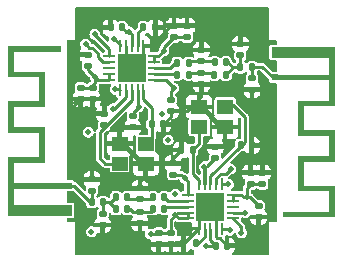
<source format=gbr>
%TF.GenerationSoftware,KiCad,Pcbnew,6.0.7-f9a2dced07~116~ubuntu20.04.1*%
%TF.CreationDate,2022-09-24T19:15:38+02:00*%
%TF.ProjectId,SRRReceiver,53525252-6563-4656-9976-65722e6b6963,rev?*%
%TF.SameCoordinates,Original*%
%TF.FileFunction,Copper,L1,Top*%
%TF.FilePolarity,Positive*%
%FSLAX46Y46*%
G04 Gerber Fmt 4.6, Leading zero omitted, Abs format (unit mm)*
G04 Created by KiCad (PCBNEW 6.0.7-f9a2dced07~116~ubuntu20.04.1) date 2022-09-24 19:15:38*
%MOMM*%
%LPD*%
G01*
G04 APERTURE LIST*
G04 Aperture macros list*
%AMRoundRect*
0 Rectangle with rounded corners*
0 $1 Rounding radius*
0 $2 $3 $4 $5 $6 $7 $8 $9 X,Y pos of 4 corners*
0 Add a 4 corners polygon primitive as box body*
4,1,4,$2,$3,$4,$5,$6,$7,$8,$9,$2,$3,0*
0 Add four circle primitives for the rounded corners*
1,1,$1+$1,$2,$3*
1,1,$1+$1,$4,$5*
1,1,$1+$1,$6,$7*
1,1,$1+$1,$8,$9*
0 Add four rect primitives between the rounded corners*
20,1,$1+$1,$2,$3,$4,$5,0*
20,1,$1+$1,$4,$5,$6,$7,0*
20,1,$1+$1,$6,$7,$8,$9,0*
20,1,$1+$1,$8,$9,$2,$3,0*%
G04 Aperture macros list end*
%TA.AperFunction,SMDPad,CuDef*%
%ADD10R,1.400000X1.200000*%
%TD*%
%TA.AperFunction,SMDPad,CuDef*%
%ADD11RoundRect,0.140000X0.170000X-0.140000X0.170000X0.140000X-0.170000X0.140000X-0.170000X-0.140000X0*%
%TD*%
%TA.AperFunction,SMDPad,CuDef*%
%ADD12RoundRect,0.140000X-0.170000X0.140000X-0.170000X-0.140000X0.170000X-0.140000X0.170000X0.140000X0*%
%TD*%
%TA.AperFunction,SMDPad,CuDef*%
%ADD13RoundRect,0.140000X-0.140000X-0.170000X0.140000X-0.170000X0.140000X0.170000X-0.140000X0.170000X0*%
%TD*%
%TA.AperFunction,SMDPad,CuDef*%
%ADD14RoundRect,0.147500X0.147500X0.172500X-0.147500X0.172500X-0.147500X-0.172500X0.147500X-0.172500X0*%
%TD*%
%TA.AperFunction,SMDPad,CuDef*%
%ADD15RoundRect,0.140000X0.140000X0.170000X-0.140000X0.170000X-0.140000X-0.170000X0.140000X-0.170000X0*%
%TD*%
%TA.AperFunction,ConnectorPad*%
%ADD16R,0.500000X0.500000*%
%TD*%
%TA.AperFunction,ComponentPad*%
%ADD17R,0.500000X0.900000*%
%TD*%
%TA.AperFunction,SMDPad,CuDef*%
%ADD18RoundRect,0.062500X-0.425000X-0.062500X0.425000X-0.062500X0.425000X0.062500X-0.425000X0.062500X0*%
%TD*%
%TA.AperFunction,SMDPad,CuDef*%
%ADD19RoundRect,0.062500X-0.062500X-0.425000X0.062500X-0.425000X0.062500X0.425000X-0.062500X0.425000X0*%
%TD*%
%TA.AperFunction,SMDPad,CuDef*%
%ADD20R,2.400000X2.400000*%
%TD*%
%TA.AperFunction,SMDPad,CuDef*%
%ADD21RoundRect,0.062500X0.425000X0.062500X-0.425000X0.062500X-0.425000X-0.062500X0.425000X-0.062500X0*%
%TD*%
%TA.AperFunction,SMDPad,CuDef*%
%ADD22RoundRect,0.062500X0.062500X0.425000X-0.062500X0.425000X-0.062500X-0.425000X0.062500X-0.425000X0*%
%TD*%
%TA.AperFunction,SMDPad,CuDef*%
%ADD23RoundRect,0.147500X-0.147500X-0.172500X0.147500X-0.172500X0.147500X0.172500X-0.147500X0.172500X0*%
%TD*%
%TA.AperFunction,SMDPad,CuDef*%
%ADD24RoundRect,0.147500X0.172500X-0.147500X0.172500X0.147500X-0.172500X0.147500X-0.172500X-0.147500X0*%
%TD*%
%TA.AperFunction,SMDPad,CuDef*%
%ADD25RoundRect,0.135000X-0.135000X-0.185000X0.135000X-0.185000X0.135000X0.185000X-0.135000X0.185000X0*%
%TD*%
%TA.AperFunction,SMDPad,CuDef*%
%ADD26RoundRect,0.147500X-0.172500X0.147500X-0.172500X-0.147500X0.172500X-0.147500X0.172500X0.147500X0*%
%TD*%
%TA.AperFunction,SMDPad,CuDef*%
%ADD27RoundRect,0.135000X0.135000X0.185000X-0.135000X0.185000X-0.135000X-0.185000X0.135000X-0.185000X0*%
%TD*%
%TA.AperFunction,ViaPad*%
%ADD28C,0.500000*%
%TD*%
%TA.AperFunction,Conductor*%
%ADD29C,0.400000*%
%TD*%
%TA.AperFunction,Conductor*%
%ADD30C,0.250000*%
%TD*%
G04 APERTURE END LIST*
%TO.C,AE2*%
G36*
X138150000Y-87100000D02*
G01*
X135510000Y-87100000D01*
X135510000Y-89100000D01*
X138150000Y-89100000D01*
X138150000Y-91800000D01*
X135510000Y-91800000D01*
X135510000Y-93800000D01*
X138150000Y-93800000D01*
X138150000Y-96500000D01*
X133710000Y-96500000D01*
X133710000Y-96000000D01*
X137650000Y-96000000D01*
X137650000Y-94300000D01*
X135010000Y-94300000D01*
X135010000Y-91300000D01*
X137650000Y-91300000D01*
X137650000Y-89600000D01*
X135010000Y-89600000D01*
X135010000Y-86600000D01*
X137650000Y-86600000D01*
X137650000Y-84900000D01*
X132750000Y-84900000D01*
X132750000Y-84400000D01*
X137650000Y-84400000D01*
X137650000Y-83000000D01*
X132750000Y-83000000D01*
X132750000Y-82524844D01*
X132853957Y-82524844D01*
X132854700Y-82573363D01*
X132867600Y-82618878D01*
X132878213Y-82637489D01*
X132913447Y-82671132D01*
X132958632Y-82691691D01*
X133008158Y-82698222D01*
X133056417Y-82689782D01*
X133088643Y-82672888D01*
X133121313Y-82637628D01*
X133141408Y-82592318D01*
X133147982Y-82542733D01*
X133140092Y-82494647D01*
X133123186Y-82461755D01*
X133086416Y-82426815D01*
X133041622Y-82407153D01*
X132993215Y-82402417D01*
X132945605Y-82412258D01*
X132903203Y-82436326D01*
X132870419Y-82474269D01*
X132866065Y-82482181D01*
X132853957Y-82524844D01*
X132750000Y-82524844D01*
X132750000Y-82100000D01*
X138150000Y-82100000D01*
X138150000Y-87100000D01*
G37*
%TO.C,AE1*%
G36*
X110450000Y-91350000D02*
G01*
X113090000Y-91350000D01*
X113090000Y-89350000D01*
X110450000Y-89350000D01*
X110450000Y-86650000D01*
X113090000Y-86650000D01*
X113090000Y-84650000D01*
X110450000Y-84650000D01*
X110450000Y-81950000D01*
X114890000Y-81950000D01*
X114890000Y-82450000D01*
X110950000Y-82450000D01*
X110950000Y-84150000D01*
X113590000Y-84150000D01*
X113590000Y-87150000D01*
X110950000Y-87150000D01*
X110950000Y-88850000D01*
X113590000Y-88850000D01*
X113590000Y-91850000D01*
X110950000Y-91850000D01*
X110950000Y-93550000D01*
X115850000Y-93550000D01*
X115850000Y-94050000D01*
X110950000Y-94050000D01*
X110950000Y-95450000D01*
X115850000Y-95450000D01*
X115850000Y-96350000D01*
X110450000Y-96350000D01*
X110450000Y-95907267D01*
X115452018Y-95907267D01*
X115459908Y-95955353D01*
X115476814Y-95988245D01*
X115513584Y-96023185D01*
X115558378Y-96042847D01*
X115606785Y-96047583D01*
X115654395Y-96037742D01*
X115696797Y-96013674D01*
X115729581Y-95975731D01*
X115733935Y-95967819D01*
X115746043Y-95925156D01*
X115745300Y-95876637D01*
X115732400Y-95831122D01*
X115721787Y-95812511D01*
X115686553Y-95778868D01*
X115641368Y-95758309D01*
X115591842Y-95751778D01*
X115543583Y-95760218D01*
X115511357Y-95777112D01*
X115478687Y-95812372D01*
X115458592Y-95857682D01*
X115452018Y-95907267D01*
X110450000Y-95907267D01*
X110450000Y-91350000D01*
G37*
%TD*%
D10*
%TO.P,Y2,4,4*%
%TO.N,GND*%
X119900000Y-90250000D03*
%TO.P,Y2,3,3*%
%TO.N,Net-(C18-Pad2)*%
X122100000Y-90250000D03*
%TO.P,Y2,2,2*%
%TO.N,GND*%
X122100000Y-91950000D03*
%TO.P,Y2,1,1*%
%TO.N,Net-(C20-Pad2)*%
X119900000Y-91950000D03*
%TD*%
%TO.P,Y1,1,1*%
%TO.N,Net-(C10-Pad2)*%
X128816250Y-87138154D03*
%TO.P,Y1,2,2*%
%TO.N,GND*%
X126616250Y-87138154D03*
%TO.P,Y1,3,3*%
%TO.N,Net-(C7-Pad2)*%
X126616250Y-88838154D03*
%TO.P,Y1,4,4*%
%TO.N,GND*%
X128816250Y-88838154D03*
%TD*%
D11*
%TO.P,C5,1*%
%TO.N,GND*%
X124237500Y-98780000D03*
%TO.P,C5,2*%
%TO.N,VDD*%
X124237500Y-97820000D03*
%TD*%
D12*
%TO.P,C6,1*%
%TO.N,GND*%
X124400000Y-91908154D03*
%TO.P,C6,2*%
%TO.N,VDD*%
X124400000Y-92868154D03*
%TD*%
D13*
%TO.P,C7,1*%
%TO.N,GND*%
X125098750Y-90788154D03*
%TO.P,C7,2*%
%TO.N,Net-(C7-Pad2)*%
X126058750Y-90788154D03*
%TD*%
%TO.P,C32,1*%
%TO.N,Net-(C30-Pad1)*%
X127920000Y-83350000D03*
%TO.P,C32,2*%
%TO.N,Net-(C32-Pad2)*%
X128880000Y-83350000D03*
%TD*%
D14*
%TO.P,L6,1,1*%
%TO.N,Net-(AE2-Pad1)*%
X131085000Y-83800000D03*
%TO.P,L6,2,2*%
%TO.N,Net-(C32-Pad2)*%
X130115000Y-83800000D03*
%TD*%
D11*
%TO.P,C31,1*%
%TO.N,GND*%
X126800000Y-85230000D03*
%TO.P,C31,2*%
%TO.N,Net-(C29-Pad1)*%
X126800000Y-84270000D03*
%TD*%
D14*
%TO.P,L5,1,1*%
%TO.N,Net-(C32-Pad2)*%
X128885000Y-84400000D03*
%TO.P,L5,2,2*%
%TO.N,Net-(C29-Pad1)*%
X127915000Y-84400000D03*
%TD*%
D15*
%TO.P,C18,1*%
%TO.N,GND*%
X123580000Y-88600000D03*
%TO.P,C18,2*%
%TO.N,Net-(C18-Pad2)*%
X122620000Y-88600000D03*
%TD*%
D12*
%TO.P,C15,1*%
%TO.N,GND*%
X121600000Y-94020000D03*
%TO.P,C15,2*%
%TO.N,Net-(C13-Pad1)*%
X121600000Y-94980000D03*
%TD*%
D16*
%TO.P,AE2,1,A*%
%TO.N,Net-(AE2-Pad1)*%
X133000000Y-84650000D03*
D17*
%TO.P,AE2,2,Shield*%
%TO.N,GND*%
X133000000Y-82550000D03*
%TD*%
D18*
%TO.P,U2,1,SCLK*%
%TO.N,SPI1_SCK*%
X119012500Y-82850000D03*
%TO.P,U2,2,SO(GDO1)*%
%TO.N,SPI1_MISO*%
X119012500Y-83350000D03*
%TO.P,U2,3,GDO2*%
%TO.N,unconnected-(U2-Pad3)*%
X119012500Y-83850000D03*
%TO.P,U2,4,DVDD*%
%TO.N,VDD*%
X119012500Y-84350000D03*
%TO.P,U2,5,DCOUPL*%
X119012500Y-84850000D03*
D19*
%TO.P,U2,6,GDO0(ATEST)*%
%TO.N,GD0_INT_1*%
X119900000Y-85737500D03*
%TO.P,U2,7,~{CS}*%
%TO.N,SPI1_NSS*%
X120400000Y-85737500D03*
%TO.P,U2,8,XOSC_Q1*%
%TO.N,Net-(C20-Pad2)*%
X120900000Y-85737500D03*
%TO.P,U2,9,AVDD*%
%TO.N,VDD*%
X121400000Y-85737500D03*
%TO.P,U2,10,XOSC_Q2*%
%TO.N,Net-(C18-Pad2)*%
X121900000Y-85737500D03*
D18*
%TO.P,U2,11,AVDD*%
%TO.N,VDD*%
X122787500Y-84850000D03*
%TO.P,U2,12,RF_P*%
%TO.N,Net-(C29-Pad2)*%
X122787500Y-84350000D03*
%TO.P,U2,13,RF_N*%
%TO.N,Net-(C30-Pad2)*%
X122787500Y-83850000D03*
%TO.P,U2,14,AVDD*%
%TO.N,VDD*%
X122787500Y-83350000D03*
%TO.P,U2,15,AVDD*%
X122787500Y-82850000D03*
D19*
%TO.P,U2,16,GND*%
%TO.N,GND*%
X121900000Y-81962500D03*
%TO.P,U2,17,RBIAS*%
%TO.N,Net-(R2-Pad1)*%
X121400000Y-81962500D03*
%TO.P,U2,18,VDD_GUARD*%
%TO.N,VDD*%
X120900000Y-81962500D03*
%TO.P,U2,19,GND*%
%TO.N,GND*%
X120400000Y-81962500D03*
%TO.P,U2,20,SI*%
%TO.N,SPI1_MOSI*%
X119900000Y-81962500D03*
D20*
%TO.P,U2,21,GND*%
%TO.N,GND*%
X120900000Y-83850000D03*
%TD*%
D12*
%TO.P,C33,1*%
%TO.N,GND*%
X130100000Y-81820000D03*
%TO.P,C33,2*%
%TO.N,Net-(C32-Pad2)*%
X130100000Y-82780000D03*
%TD*%
%TO.P,C2,1*%
%TO.N,GND*%
X130978750Y-92708154D03*
%TO.P,C2,2*%
%TO.N,VDD*%
X130978750Y-93668154D03*
%TD*%
D11*
%TO.P,C28,1*%
%TO.N,GND*%
X131658750Y-96468154D03*
%TO.P,C28,2*%
%TO.N,VDD*%
X131658750Y-95508154D03*
%TD*%
D13*
%TO.P,C14,1*%
%TO.N,Net-(C14-Pad1)*%
X122720000Y-95788154D03*
%TO.P,C14,2*%
%TO.N,Net-(C14-Pad2)*%
X123680000Y-95788154D03*
%TD*%
D21*
%TO.P,U1,1,SCLK*%
%TO.N,SPI2_SCK*%
X129458750Y-96588154D03*
%TO.P,U1,2,SO(GDO1)*%
%TO.N,SPI2_MISO*%
X129458750Y-96088154D03*
%TO.P,U1,3,GDO2*%
%TO.N,unconnected-(U1-Pad3)*%
X129458750Y-95588154D03*
%TO.P,U1,4,DVDD*%
%TO.N,VDD*%
X129458750Y-95088154D03*
%TO.P,U1,5,DCOUPL*%
X129458750Y-94588154D03*
D22*
%TO.P,U1,6,GDO0(ATEST)*%
%TO.N,GD0_INT_2*%
X128571250Y-93700654D03*
%TO.P,U1,7,~{CS}*%
%TO.N,SPI2_NSS*%
X128071250Y-93700654D03*
%TO.P,U1,8,XOSC_Q1*%
%TO.N,Net-(C10-Pad2)*%
X127571250Y-93700654D03*
%TO.P,U1,9,AVDD*%
%TO.N,VDD*%
X127071250Y-93700654D03*
%TO.P,U1,10,XOSC_Q2*%
%TO.N,Net-(C7-Pad2)*%
X126571250Y-93700654D03*
D21*
%TO.P,U1,11,AVDD*%
%TO.N,VDD*%
X125683750Y-94588154D03*
%TO.P,U1,12,RF_P*%
%TO.N,Net-(C13-Pad2)*%
X125683750Y-95088154D03*
%TO.P,U1,13,RF_N*%
%TO.N,Net-(C14-Pad2)*%
X125683750Y-95588154D03*
%TO.P,U1,14,AVDD*%
%TO.N,VDD*%
X125683750Y-96088154D03*
%TO.P,U1,15,AVDD*%
X125683750Y-96588154D03*
D22*
%TO.P,U1,16,GND*%
%TO.N,GND*%
X126571250Y-97475654D03*
%TO.P,U1,17,RBIAS*%
%TO.N,Net-(R1-Pad1)*%
X127071250Y-97475654D03*
%TO.P,U1,18,VDD_GUARD*%
%TO.N,VDD*%
X127571250Y-97475654D03*
%TO.P,U1,19,GND*%
%TO.N,GND*%
X128071250Y-97475654D03*
%TO.P,U1,20,SI*%
%TO.N,SPI2_MOSI*%
X128571250Y-97475654D03*
D20*
%TO.P,U1,21,GND*%
%TO.N,GND*%
X127571250Y-95588154D03*
%TD*%
D23*
%TO.P,L2,1,1*%
%TO.N,Net-(C16-Pad2)*%
X119565000Y-94788154D03*
%TO.P,L2,2,2*%
%TO.N,Net-(C13-Pad1)*%
X120535000Y-94788154D03*
%TD*%
D11*
%TO.P,C21,1*%
%TO.N,GND*%
X116600000Y-86480000D03*
%TO.P,C21,2*%
%TO.N,VDD*%
X116600000Y-85520000D03*
%TD*%
D12*
%TO.P,C24,1*%
%TO.N,GND*%
X125600000Y-80270000D03*
%TO.P,C24,2*%
%TO.N,VDD*%
X125600000Y-81230000D03*
%TD*%
D11*
%TO.P,C25,1*%
%TO.N,GND*%
X121000000Y-88880000D03*
%TO.P,C25,2*%
%TO.N,VDD*%
X121000000Y-87920000D03*
%TD*%
D12*
%TO.P,C20,1*%
%TO.N,GND*%
X118600000Y-87720000D03*
%TO.P,C20,2*%
%TO.N,Net-(C20-Pad2)*%
X118600000Y-88680000D03*
%TD*%
%TO.P,C19,1*%
%TO.N,GND*%
X117550000Y-93270000D03*
%TO.P,C19,2*%
%TO.N,Net-(AE1-Pad1)*%
X117550000Y-94230000D03*
%TD*%
%TO.P,C1,1*%
%TO.N,GND*%
X131978750Y-92708154D03*
%TO.P,C1,2*%
%TO.N,VDD*%
X131978750Y-93668154D03*
%TD*%
%TO.P,C12,1*%
%TO.N,GND*%
X117200000Y-82720000D03*
%TO.P,C12,2*%
%TO.N,VDD*%
X117200000Y-83680000D03*
%TD*%
D15*
%TO.P,C11,1*%
%TO.N,GND*%
X128980000Y-98900000D03*
%TO.P,C11,2*%
%TO.N,VDD*%
X128020000Y-98900000D03*
%TD*%
D11*
%TO.P,C27,1*%
%TO.N,GND*%
X124200000Y-87480000D03*
%TO.P,C27,2*%
%TO.N,VDD*%
X124200000Y-86520000D03*
%TD*%
%TO.P,C3,1*%
%TO.N,GND*%
X123200000Y-98780000D03*
%TO.P,C3,2*%
%TO.N,VDD*%
X123200000Y-97820000D03*
%TD*%
D15*
%TO.P,C10,1*%
%TO.N,GND*%
X131080000Y-90400000D03*
%TO.P,C10,2*%
%TO.N,Net-(C10-Pad2)*%
X130120000Y-90400000D03*
%TD*%
%TO.P,C29,1*%
%TO.N,Net-(C29-Pad1)*%
X125730000Y-84400000D03*
%TO.P,C29,2*%
%TO.N,Net-(C29-Pad2)*%
X124770000Y-84400000D03*
%TD*%
D12*
%TO.P,C4,1*%
%TO.N,GND*%
X127978750Y-90508154D03*
%TO.P,C4,2*%
%TO.N,VDD*%
X127978750Y-91468154D03*
%TD*%
D15*
%TO.P,C16,1*%
%TO.N,Net-(C14-Pad1)*%
X120538750Y-95800000D03*
%TO.P,C16,2*%
%TO.N,Net-(C16-Pad2)*%
X119578750Y-95800000D03*
%TD*%
D24*
%TO.P,L4,1,1*%
%TO.N,Net-(C30-Pad1)*%
X126800000Y-83285000D03*
%TO.P,L4,2,2*%
%TO.N,GND*%
X126800000Y-82315000D03*
%TD*%
D15*
%TO.P,C30,1*%
%TO.N,Net-(C30-Pad1)*%
X125730000Y-83400000D03*
%TO.P,C30,2*%
%TO.N,Net-(C30-Pad2)*%
X124770000Y-83400000D03*
%TD*%
D13*
%TO.P,C13,1*%
%TO.N,Net-(C13-Pad1)*%
X122720000Y-94788154D03*
%TO.P,C13,2*%
%TO.N,Net-(C13-Pad2)*%
X123680000Y-94788154D03*
%TD*%
%TO.P,C23,1*%
%TO.N,GND*%
X119120000Y-80400000D03*
%TO.P,C23,2*%
%TO.N,VDD*%
X120080000Y-80400000D03*
%TD*%
D25*
%TO.P,R2,1*%
%TO.N,Net-(R2-Pad1)*%
X121890000Y-80400000D03*
%TO.P,R2,2*%
%TO.N,GND*%
X122910000Y-80400000D03*
%TD*%
D12*
%TO.P,C26,1*%
%TO.N,GND*%
X124500000Y-80270000D03*
%TO.P,C26,2*%
%TO.N,VDD*%
X124500000Y-81230000D03*
%TD*%
D16*
%TO.P,AE1,1,A*%
%TO.N,Net-(AE1-Pad1)*%
X115600000Y-93800000D03*
D17*
%TO.P,AE1,2,Shield*%
%TO.N,GND*%
X115600000Y-95900000D03*
%TD*%
D26*
%TO.P,L1,1,1*%
%TO.N,Net-(C14-Pad1)*%
X121600000Y-96015000D03*
%TO.P,L1,2,2*%
%TO.N,GND*%
X121600000Y-96985000D03*
%TD*%
D11*
%TO.P,C17,1*%
%TO.N,GND*%
X118458750Y-97130000D03*
%TO.P,C17,2*%
%TO.N,Net-(C16-Pad2)*%
X118458750Y-96170000D03*
%TD*%
D23*
%TO.P,L3,1,1*%
%TO.N,Net-(AE1-Pad1)*%
X117515000Y-95200000D03*
%TO.P,L3,2,2*%
%TO.N,Net-(C16-Pad2)*%
X118485000Y-95200000D03*
%TD*%
D11*
%TO.P,C34,1*%
%TO.N,GND*%
X131100000Y-85680000D03*
%TO.P,C34,2*%
%TO.N,Net-(AE2-Pad1)*%
X131100000Y-84720000D03*
%TD*%
%TO.P,C22,1*%
%TO.N,GND*%
X117600000Y-86480000D03*
%TO.P,C22,2*%
%TO.N,VDD*%
X117600000Y-85520000D03*
%TD*%
D27*
%TO.P,R1,1*%
%TO.N,Net-(R1-Pad1)*%
X126310000Y-98700000D03*
%TO.P,R1,2*%
%TO.N,GND*%
X125290000Y-98700000D03*
%TD*%
D28*
%TO.N,GND*%
X121900000Y-88100000D03*
X130300000Y-79250000D03*
X120300000Y-83300000D03*
X130300000Y-99300000D03*
X127100000Y-96000000D03*
X130250000Y-80400000D03*
X116500000Y-98400000D03*
X128700000Y-85700000D03*
X126850000Y-80350000D03*
X116400000Y-92600000D03*
X118874500Y-98600000D03*
X132200000Y-87100000D03*
X125100000Y-79200000D03*
X124200000Y-90700000D03*
X128750000Y-81250000D03*
X116600000Y-79200000D03*
X126300000Y-79200000D03*
X117800000Y-92000000D03*
X116400000Y-91500000D03*
X116075500Y-82700000D03*
X131800000Y-94600000D03*
X121150000Y-83300000D03*
X125650000Y-85350000D03*
X127700000Y-79200000D03*
X118000000Y-79200000D03*
X119900000Y-79200000D03*
X116500000Y-97400000D03*
X131600000Y-81500000D03*
X125300000Y-97500000D03*
X127900000Y-85900000D03*
X121100000Y-84200000D03*
X116600000Y-89000000D03*
X116400000Y-90400000D03*
X129968767Y-92881233D03*
X122500000Y-93900000D03*
X131800000Y-91500000D03*
X128100000Y-96000000D03*
X118300000Y-86400000D03*
X131800000Y-90400000D03*
X131650000Y-79250000D03*
X131100000Y-89300000D03*
X116300000Y-94900000D03*
X132200000Y-86000000D03*
X131650000Y-80400000D03*
X117600000Y-99400000D03*
X116500000Y-99400000D03*
X132000000Y-99200000D03*
X128850000Y-82350000D03*
X116600000Y-80200000D03*
X130900000Y-97400000D03*
X117800000Y-80000000D03*
X122200000Y-79200000D03*
X116200000Y-86850000D03*
X119222082Y-93541804D03*
X120300000Y-84200000D03*
X118750000Y-94100000D03*
X127100000Y-95100000D03*
X130300000Y-91500000D03*
X131600000Y-82550000D03*
X128050000Y-81600000D03*
X132000000Y-98100000D03*
X121700000Y-98800000D03*
X131100000Y-88100000D03*
X129100000Y-79250000D03*
X127750000Y-80350000D03*
X117050000Y-92100000D03*
X123800000Y-79200000D03*
X127100000Y-91450000D03*
X128100000Y-95100000D03*
X120700000Y-93900000D03*
X131100000Y-98600000D03*
X125200000Y-82300000D03*
X121000000Y-79600000D03*
X129100000Y-90400000D03*
X129100000Y-80350000D03*
%TO.N,SPI2_MOSI*%
X129200000Y-97600000D03*
%TO.N,SPI2_NSS*%
X129300000Y-92400000D03*
%TO.N,VDD*%
X124475500Y-85550000D03*
X125400000Y-93200000D03*
X124600000Y-96300000D03*
X123450000Y-87750000D03*
X127200000Y-98924500D03*
X127068951Y-92198355D03*
X117800000Y-84600000D03*
X130635298Y-94764702D03*
X124600000Y-94500000D03*
X121522266Y-87122266D03*
X123637500Y-82387500D03*
X122500000Y-97900000D03*
X120700000Y-80778732D03*
%TO.N,SPI2_SCK*%
X130200000Y-97800000D03*
%TO.N,SPI1_SCK*%
X117775500Y-81000000D03*
%TO.N,SPI1_MISO*%
X117000000Y-81800000D03*
%TO.N,SPI1_NSS*%
X119300000Y-87300000D03*
%TO.N,SPI2_MISO*%
X130500000Y-96100000D03*
X124000000Y-89950000D03*
%TO.N,SPI1_MOSI*%
X119400000Y-81350000D03*
%TO.N,GD0_INT_2*%
X129100000Y-93700000D03*
X117500000Y-97700000D03*
%TO.N,GD0_INT_1*%
X117236803Y-89289456D03*
X119500000Y-85650000D03*
%TD*%
D29*
%TO.N,GND*%
X126716250Y-87138154D02*
X126838154Y-87138154D01*
X126838154Y-87138154D02*
X128416250Y-88716250D01*
X128416250Y-88716250D02*
X128416250Y-88838154D01*
D30*
X126616250Y-87138154D02*
X126716250Y-87138154D01*
X128416250Y-88838154D02*
X128816250Y-88838154D01*
%TO.N,Net-(C7-Pad2)*%
X126058750Y-90788154D02*
X126616250Y-90230654D01*
X126616250Y-90230654D02*
X126616250Y-88838154D01*
%TO.N,GND*%
X122100000Y-91950000D02*
X121850000Y-91950000D01*
D29*
X121850000Y-91950000D02*
X120150000Y-90250000D01*
D30*
X120150000Y-90250000D02*
X119900000Y-90250000D01*
%TO.N,Net-(C20-Pad2)*%
X119900000Y-91950000D02*
X118650000Y-91950000D01*
X118650000Y-91950000D02*
X118200000Y-91500000D01*
X118200000Y-91500000D02*
X118200000Y-89243805D01*
X118200000Y-89243805D02*
X120900000Y-86543805D01*
X120900000Y-86543805D02*
X120900000Y-85737500D01*
%TO.N,GND*%
X124400000Y-91908154D02*
X122100000Y-91908154D01*
X122100000Y-91908154D02*
X122100000Y-92950000D01*
X122100000Y-92950000D02*
X121600000Y-93450000D01*
X121600000Y-93450000D02*
X121600000Y-94020000D01*
%TO.N,Net-(C18-Pad2)*%
X121900000Y-85737500D02*
X121900000Y-86474695D01*
X121900000Y-86474695D02*
X122650000Y-87224695D01*
X122650000Y-87224695D02*
X122650000Y-89700000D01*
X122650000Y-89700000D02*
X122100000Y-90250000D01*
%TO.N,GND*%
X128071250Y-97475654D02*
X128071250Y-96088154D01*
X125574404Y-87480000D02*
X126066250Y-86988154D01*
X128872391Y-98792391D02*
X128980000Y-98900000D01*
X128980000Y-98900000D02*
X128980000Y-98892391D01*
X122512500Y-81962500D02*
X124500000Y-79975000D01*
X128980000Y-98892391D02*
X128352609Y-98265000D01*
X124237500Y-98780000D02*
X123200000Y-98780000D01*
X124400000Y-91908154D02*
X124400000Y-91486904D01*
X126800000Y-86254404D02*
X126066250Y-86988154D01*
X120400000Y-81962500D02*
X120400000Y-83350000D01*
X126800000Y-85230000D02*
X126800000Y-86254404D01*
X126524346Y-97475654D02*
X125300000Y-98700000D01*
X124200000Y-87480000D02*
X124200000Y-87980000D01*
X124400000Y-91486904D02*
X125098750Y-90788154D01*
X128071250Y-97475654D02*
X128071250Y-98183641D01*
X128352609Y-98265000D02*
X128152609Y-98265000D01*
X121900000Y-82850000D02*
X120900000Y-83850000D01*
X126571250Y-97475654D02*
X126524346Y-97475654D01*
X121900000Y-81962500D02*
X121900000Y-82850000D01*
X126571250Y-97475654D02*
X126571250Y-96588154D01*
X128071250Y-96088154D02*
X127571250Y-95588154D01*
X124200000Y-87980000D02*
X123580000Y-88600000D01*
X124200000Y-87480000D02*
X125574404Y-87480000D01*
X125300000Y-98700000D02*
X125290000Y-98700000D01*
X128152609Y-98265000D02*
X128071250Y-98183641D01*
X126571250Y-96588154D02*
X127571250Y-95588154D01*
X120400000Y-83350000D02*
X120900000Y-83850000D01*
X121900000Y-81962500D02*
X122512500Y-81962500D01*
%TO.N,Net-(C7-Pad2)*%
X126571250Y-93700654D02*
X126571250Y-93321250D01*
X126571250Y-93321250D02*
X126058750Y-92808750D01*
X126058750Y-92808750D02*
X126058750Y-90788154D01*
%TO.N,Net-(C10-Pad2)*%
X130491250Y-88013154D02*
X129466250Y-86988154D01*
X127571250Y-93028750D02*
X130058750Y-90541250D01*
X130058750Y-90541250D02*
X130058750Y-90508154D01*
X130058750Y-90508154D02*
X130491250Y-90075654D01*
X130491250Y-90075654D02*
X130491250Y-88013154D01*
X127571250Y-93700654D02*
X127571250Y-93028750D01*
%TO.N,Net-(C13-Pad1)*%
X120535000Y-94788154D02*
X120726846Y-94980000D01*
X122528154Y-94980000D02*
X122720000Y-94788154D01*
X120726846Y-94980000D02*
X122528154Y-94980000D01*
%TO.N,Net-(AE1-Pad1)*%
X117515000Y-95200000D02*
X117413173Y-95200000D01*
X117515000Y-94265000D02*
X117550000Y-94230000D01*
X116013173Y-93800000D02*
X115600000Y-93800000D01*
X117413173Y-95200000D02*
X116013173Y-93800000D01*
X117515000Y-95200000D02*
X117515000Y-94265000D01*
%TO.N,Net-(C14-Pad1)*%
X122508154Y-96000000D02*
X121615000Y-96000000D01*
X122720000Y-95788154D02*
X122508154Y-96000000D01*
X121600000Y-96015000D02*
X121015000Y-96015000D01*
X120800000Y-95800000D02*
X120538750Y-95800000D01*
X121615000Y-96000000D02*
X121600000Y-96015000D01*
X121015000Y-96015000D02*
X120800000Y-95800000D01*
%TO.N,Net-(C14-Pad2)*%
X125683750Y-95588154D02*
X123880000Y-95588154D01*
X123880000Y-95588154D02*
X123680000Y-95788154D01*
%TO.N,Net-(C16-Pad2)*%
X118950000Y-95200000D02*
X119550000Y-95800000D01*
X118485000Y-95200000D02*
X119153154Y-95200000D01*
X118485000Y-95200000D02*
X118950000Y-95200000D01*
X119550000Y-95800000D02*
X119578750Y-95800000D01*
X119153154Y-95200000D02*
X119565000Y-94788154D01*
X118458750Y-95226250D02*
X118458750Y-96170000D01*
%TO.N,Net-(C29-Pad1)*%
X125860000Y-84270000D02*
X126800000Y-84270000D01*
X127785000Y-84270000D02*
X127915000Y-84400000D01*
X125730000Y-84400000D02*
X125860000Y-84270000D01*
X126800000Y-84270000D02*
X127785000Y-84270000D01*
%TO.N,Net-(C29-Pad2)*%
X122787500Y-84350000D02*
X124720000Y-84350000D01*
X124720000Y-84350000D02*
X124770000Y-84400000D01*
%TO.N,Net-(C30-Pad1)*%
X125730000Y-83400000D02*
X125845000Y-83285000D01*
X127855000Y-83285000D02*
X126800000Y-83285000D01*
X127920000Y-83350000D02*
X127855000Y-83285000D01*
X125845000Y-83285000D02*
X126800000Y-83285000D01*
%TO.N,Net-(C30-Pad2)*%
X124170000Y-83850000D02*
X124770000Y-83250000D01*
X122787500Y-83850000D02*
X124170000Y-83850000D01*
%TO.N,Net-(C32-Pad2)*%
X128885000Y-84400000D02*
X129400000Y-83885000D01*
X129400000Y-83720000D02*
X130100000Y-83720000D01*
X130100000Y-83720000D02*
X130100000Y-82815000D01*
X129400000Y-83720000D02*
X129030000Y-83350000D01*
X129030000Y-83350000D02*
X128880000Y-83350000D01*
X129400000Y-83885000D02*
X129400000Y-83720000D01*
%TO.N,SPI2_MOSI*%
X128571250Y-97475654D02*
X128871250Y-97475654D01*
X128871250Y-97475654D02*
X129075654Y-97475654D01*
X129075654Y-97475654D02*
X129200000Y-97600000D01*
%TO.N,SPI2_NSS*%
X128900000Y-92800000D02*
X128436396Y-92800000D01*
X129300000Y-92400000D02*
X128900000Y-92800000D01*
X128071250Y-93165146D02*
X128071250Y-93700654D01*
X128436396Y-92800000D02*
X128071250Y-93165146D01*
%TO.N,VDD*%
X125068154Y-92868154D02*
X124400000Y-92868154D01*
X123637500Y-82092500D02*
X124530000Y-81200000D01*
X123175000Y-82850000D02*
X123637500Y-82387500D01*
X120900000Y-80978732D02*
X120700000Y-80778732D01*
X125683750Y-96088154D02*
X124811846Y-96088154D01*
X127071250Y-92175654D02*
X127071250Y-93700654D01*
X130658750Y-94788154D02*
X130658750Y-93988154D01*
X121400000Y-85737500D02*
X121400000Y-86999294D01*
X120458732Y-80778732D02*
X120700000Y-80778732D01*
X127068951Y-92198355D02*
X127068951Y-93698355D01*
X124475500Y-85550000D02*
X123775500Y-84850000D01*
X117800000Y-84600000D02*
X117200000Y-84000000D01*
X124200000Y-97763604D02*
X124190552Y-97773052D01*
X118050000Y-84850000D02*
X117800000Y-84600000D01*
X120080000Y-80400000D02*
X120458732Y-80778732D01*
X125400000Y-93200000D02*
X125683750Y-93483750D01*
X121522619Y-87121913D02*
X121522266Y-87122266D01*
X131978750Y-93668154D02*
X130978750Y-93668154D01*
X129458750Y-94588154D02*
X130188154Y-94588154D01*
X121522266Y-87122266D02*
X121000000Y-87644532D01*
X124600000Y-96300000D02*
X124888154Y-96588154D01*
X125570000Y-81200000D02*
X125600000Y-81230000D01*
X130658750Y-94788154D02*
X130938750Y-94788154D01*
X124600000Y-96300000D02*
X124200000Y-96700000D01*
X124530000Y-81200000D02*
X125570000Y-81200000D01*
X130400000Y-94800000D02*
X130600000Y-94800000D01*
X130938750Y-94788154D02*
X131658750Y-95508154D01*
X123637500Y-82387500D02*
X123637500Y-82092500D01*
X127068951Y-93698355D02*
X127071250Y-93700654D01*
X117200000Y-84000000D02*
X117200000Y-83680000D01*
X130188154Y-94588154D02*
X130400000Y-94800000D01*
X130600000Y-94800000D02*
X130635298Y-94764702D01*
X128020000Y-98900000D02*
X127571250Y-98451250D01*
X122787500Y-82850000D02*
X122787500Y-83350000D01*
X130635298Y-94764702D02*
X130658750Y-94788154D01*
X117400000Y-85520000D02*
X117800000Y-85120000D01*
X124200000Y-96700000D02*
X124200000Y-97763604D01*
X121000000Y-87644532D02*
X121000000Y-87920000D01*
X119012500Y-84850000D02*
X118050000Y-84850000D01*
X127200000Y-98924500D02*
X127995500Y-98924500D01*
X124888154Y-96588154D02*
X125683750Y-96588154D01*
X124475500Y-85550000D02*
X124200000Y-85825500D01*
X127978750Y-91468154D02*
X127271250Y-92175654D01*
X123775500Y-84850000D02*
X122787500Y-84850000D01*
X117800000Y-85120000D02*
X117800000Y-84600000D01*
X124811846Y-96088154D02*
X124600000Y-96300000D01*
X125683750Y-96088154D02*
X125683750Y-96588154D01*
X122500000Y-97900000D02*
X123120000Y-97900000D01*
X125400000Y-93200000D02*
X125068154Y-92868154D01*
X125683750Y-93483750D02*
X125683750Y-94588154D01*
X130658750Y-93988154D02*
X130978750Y-93668154D01*
X127571250Y-98451250D02*
X127571250Y-97475654D01*
X121400000Y-86999294D02*
X121522619Y-87121913D01*
X124237500Y-97820000D02*
X123200000Y-97820000D01*
X119012500Y-84350000D02*
X119012500Y-84850000D01*
X129458750Y-94588154D02*
X129458750Y-95088154D01*
X123120000Y-97900000D02*
X123200000Y-97820000D01*
X127995500Y-98924500D02*
X128020000Y-98900000D01*
X120900000Y-80978732D02*
X120900000Y-81962500D01*
X122787500Y-82850000D02*
X123175000Y-82850000D01*
X116600000Y-85520000D02*
X117400000Y-85520000D01*
X124200000Y-85825500D02*
X124200000Y-86520000D01*
%TO.N,SPI2_SCK*%
X130200000Y-97329404D02*
X129458750Y-96588154D01*
X130200000Y-97800000D02*
X130200000Y-97329404D01*
%TO.N,Net-(R1-Pad1)*%
X126500000Y-98700000D02*
X126310000Y-98700000D01*
X127071250Y-98128750D02*
X126500000Y-98700000D01*
X127071250Y-97475654D02*
X127071250Y-98128750D01*
%TO.N,SPI1_SCK*%
X117775500Y-81000000D02*
X117775500Y-81011896D01*
X117775500Y-81011896D02*
X119012500Y-82248896D01*
X119012500Y-82248896D02*
X119012500Y-82850000D01*
%TO.N,SPI1_MISO*%
X117315000Y-82115000D02*
X117562609Y-82115000D01*
X117562609Y-82115000D02*
X118035000Y-82587391D01*
X118035000Y-82908008D02*
X118476992Y-83350000D01*
X118476992Y-83350000D02*
X119012500Y-83350000D01*
X117000000Y-81800000D02*
X117315000Y-82115000D01*
X118035000Y-82587391D02*
X118035000Y-82908008D01*
%TO.N,Net-(AE2-Pad1)*%
X131920000Y-83720000D02*
X132850000Y-84650000D01*
X132850000Y-84650000D02*
X133000000Y-84650000D01*
X131200000Y-83720000D02*
X131920000Y-83720000D01*
X131085000Y-84705000D02*
X131100000Y-84720000D01*
X131085000Y-83800000D02*
X131085000Y-84705000D01*
%TO.N,SPI1_NSS*%
X120400000Y-86273008D02*
X120400000Y-85737500D01*
X119300000Y-87300000D02*
X119373008Y-87300000D01*
X119373008Y-87300000D02*
X120400000Y-86273008D01*
%TO.N,SPI2_MISO*%
X129470596Y-96100000D02*
X129458750Y-96088154D01*
X130500000Y-96100000D02*
X129470596Y-96100000D01*
%TO.N,Net-(C13-Pad2)*%
X125683750Y-95088154D02*
X123980000Y-95088154D01*
X123980000Y-95088154D02*
X123680000Y-94788154D01*
%TO.N,Net-(R2-Pad1)*%
X121400000Y-81962500D02*
X121400000Y-80890000D01*
X121400000Y-80890000D02*
X121890000Y-80400000D01*
%TO.N,SPI1_MOSI*%
X119400000Y-81350000D02*
X119900000Y-81850000D01*
X119900000Y-81850000D02*
X119900000Y-81962500D01*
%TO.N,GD0_INT_2*%
X129099346Y-93700654D02*
X128571250Y-93700654D01*
X129100000Y-93700000D02*
X129099346Y-93700654D01*
%TO.N,GD0_INT_1*%
X119812500Y-85650000D02*
X119900000Y-85737500D01*
X119500000Y-85650000D02*
X119812500Y-85650000D01*
%TD*%
%TA.AperFunction,Conductor*%
%TO.N,GND*%
G36*
X115929013Y-94242688D02*
G01*
X115971475Y-94239314D01*
X116018439Y-94265592D01*
X116990504Y-95237657D01*
X117018281Y-95292174D01*
X117019500Y-95307661D01*
X117019500Y-95405486D01*
X117020028Y-95409069D01*
X117020028Y-95409076D01*
X117028448Y-95466271D01*
X117029569Y-95473884D01*
X117080628Y-95577880D01*
X117086419Y-95583661D01*
X117156830Y-95653950D01*
X117156833Y-95653952D01*
X117162621Y-95659730D01*
X117266706Y-95710608D01*
X117316229Y-95717833D01*
X117330969Y-95719983D01*
X117330971Y-95719983D01*
X117334514Y-95720500D01*
X117695486Y-95720500D01*
X117699069Y-95719972D01*
X117699076Y-95719972D01*
X117756271Y-95711552D01*
X117756273Y-95711551D01*
X117763884Y-95710431D01*
X117867880Y-95659372D01*
X117875351Y-95651888D01*
X117929899Y-95597245D01*
X117984391Y-95569420D01*
X118044831Y-95578939D01*
X118069908Y-95597126D01*
X118084946Y-95612139D01*
X118112769Y-95666633D01*
X118103248Y-95727073D01*
X118085005Y-95752205D01*
X118005526Y-95831684D01*
X118001866Y-95839532D01*
X118001865Y-95839534D01*
X117962927Y-95923037D01*
X117954778Y-95940513D01*
X117948250Y-95990099D01*
X117948251Y-96349900D01*
X117948674Y-96353110D01*
X117948674Y-96353117D01*
X117951271Y-96372845D01*
X117954778Y-96399487D01*
X117978199Y-96449714D01*
X117985656Y-96510442D01*
X117955993Y-96563956D01*
X117948330Y-96570408D01*
X117908705Y-96600485D01*
X117899240Y-96609950D01*
X117817951Y-96717045D01*
X117811387Y-96728695D01*
X117761748Y-96854068D01*
X117758643Y-96866295D01*
X117752818Y-96914432D01*
X117755386Y-96927522D01*
X117756906Y-96928934D01*
X117761734Y-96930000D01*
X119150886Y-96930000D01*
X119163571Y-96925878D01*
X119164791Y-96924200D01*
X119165269Y-96919280D01*
X119158857Y-96866295D01*
X119155752Y-96854068D01*
X119106113Y-96728695D01*
X119099549Y-96717045D01*
X119018260Y-96609950D01*
X119008795Y-96600485D01*
X118969170Y-96570408D01*
X118934250Y-96520166D01*
X118935532Y-96458994D01*
X118939297Y-96449722D01*
X118962722Y-96399487D01*
X118969250Y-96349901D01*
X118969250Y-96213651D01*
X118988157Y-96155460D01*
X119037657Y-96119496D01*
X119098843Y-96119496D01*
X119149348Y-96156870D01*
X119151865Y-96160465D01*
X119155526Y-96168316D01*
X119240434Y-96253224D01*
X119248282Y-96256884D01*
X119248284Y-96256885D01*
X119342394Y-96300769D01*
X119349263Y-96303972D01*
X119398849Y-96310500D01*
X119578722Y-96310500D01*
X119758650Y-96310499D01*
X119761860Y-96310076D01*
X119761867Y-96310076D01*
X119800725Y-96304961D01*
X119800726Y-96304961D01*
X119808237Y-96303972D01*
X119885049Y-96268154D01*
X119909216Y-96256885D01*
X119909218Y-96256884D01*
X119917066Y-96253224D01*
X119988746Y-96181544D01*
X120043263Y-96153767D01*
X120103695Y-96163338D01*
X120128754Y-96181544D01*
X120200434Y-96253224D01*
X120208282Y-96256884D01*
X120208284Y-96256885D01*
X120302394Y-96300769D01*
X120309263Y-96303972D01*
X120358849Y-96310500D01*
X120538722Y-96310500D01*
X120718650Y-96310499D01*
X120721860Y-96310076D01*
X120721867Y-96310076D01*
X120760727Y-96304961D01*
X120760730Y-96304960D01*
X120768237Y-96303972D01*
X120775101Y-96300771D01*
X120782375Y-96298651D01*
X120783056Y-96300986D01*
X120832354Y-96294926D01*
X120860024Y-96306669D01*
X120860371Y-96305925D01*
X120868220Y-96309585D01*
X120875316Y-96314554D01*
X120883683Y-96316796D01*
X120888971Y-96319262D01*
X120894456Y-96321258D01*
X120901955Y-96325588D01*
X120910481Y-96327091D01*
X120910483Y-96327092D01*
X120940216Y-96332334D01*
X120948628Y-96334198D01*
X120949171Y-96334343D01*
X120950478Y-96334694D01*
X121001799Y-96368005D01*
X121023738Y-96425122D01*
X121007915Y-96484226D01*
X121003731Y-96490181D01*
X120950107Y-96560827D01*
X120943541Y-96572480D01*
X120893148Y-96699761D01*
X120890042Y-96711990D01*
X120883090Y-96769434D01*
X120885657Y-96782522D01*
X120887176Y-96783934D01*
X120892006Y-96785000D01*
X122303113Y-96785000D01*
X122315798Y-96780878D01*
X122317018Y-96779200D01*
X122317496Y-96774280D01*
X122309958Y-96711989D01*
X122306853Y-96699762D01*
X122256459Y-96572480D01*
X122249891Y-96560823D01*
X122191848Y-96484355D01*
X122171726Y-96426573D01*
X122189410Y-96367999D01*
X122238146Y-96331007D01*
X122270704Y-96325500D01*
X122489620Y-96325500D01*
X122498249Y-96325877D01*
X122536961Y-96329264D01*
X122574504Y-96319204D01*
X122582938Y-96317334D01*
X122612671Y-96312092D01*
X122612673Y-96312091D01*
X122621199Y-96310588D01*
X122628699Y-96306258D01*
X122633185Y-96304625D01*
X122667045Y-96298654D01*
X122861483Y-96298653D01*
X122899900Y-96298653D01*
X122903110Y-96298230D01*
X122903117Y-96298230D01*
X122941975Y-96293115D01*
X122941976Y-96293115D01*
X122949487Y-96292126D01*
X123023884Y-96257434D01*
X123050466Y-96245039D01*
X123050468Y-96245038D01*
X123058316Y-96241378D01*
X123129996Y-96169698D01*
X123184513Y-96141921D01*
X123244945Y-96151492D01*
X123270004Y-96169698D01*
X123341684Y-96241378D01*
X123349532Y-96245038D01*
X123349534Y-96245039D01*
X123390265Y-96264032D01*
X123450513Y-96292126D01*
X123500099Y-96298654D01*
X123679972Y-96298654D01*
X123859900Y-96298653D01*
X123881403Y-96295823D01*
X123893238Y-96294265D01*
X123953398Y-96305416D01*
X123995514Y-96349800D01*
X124003499Y-96410462D01*
X123969792Y-96468257D01*
X123953442Y-96481976D01*
X123953440Y-96481979D01*
X123946806Y-96487545D01*
X123928326Y-96519554D01*
X123927373Y-96521205D01*
X123922732Y-96528489D01*
X123900446Y-96560316D01*
X123898204Y-96568684D01*
X123895738Y-96573971D01*
X123893742Y-96579456D01*
X123889412Y-96586955D01*
X123887909Y-96595481D01*
X123887908Y-96595483D01*
X123882666Y-96625216D01*
X123880796Y-96633650D01*
X123870736Y-96671193D01*
X123871491Y-96679822D01*
X123874123Y-96709905D01*
X123874500Y-96718534D01*
X123874500Y-97350452D01*
X123855593Y-97408643D01*
X123845504Y-97420456D01*
X123800456Y-97465504D01*
X123745939Y-97493281D01*
X123730452Y-97494500D01*
X123707048Y-97494500D01*
X123648857Y-97475593D01*
X123637044Y-97465504D01*
X123568316Y-97396776D01*
X123560468Y-97393116D01*
X123560466Y-97393115D01*
X123466356Y-97349231D01*
X123459487Y-97346028D01*
X123409901Y-97339500D01*
X123200033Y-97339500D01*
X122990100Y-97339501D01*
X122986890Y-97339924D01*
X122986883Y-97339924D01*
X122948025Y-97345039D01*
X122948024Y-97345039D01*
X122940513Y-97346028D01*
X122912000Y-97359324D01*
X122839534Y-97393115D01*
X122839532Y-97393116D01*
X122831684Y-97396776D01*
X122771716Y-97456744D01*
X122717199Y-97484521D01*
X122673345Y-97481589D01*
X122642148Y-97472259D01*
X122567273Y-97449866D01*
X122490644Y-97449398D01*
X122445282Y-97449121D01*
X122438231Y-97449078D01*
X122431452Y-97451015D01*
X122431448Y-97451016D01*
X122403485Y-97459008D01*
X122342338Y-97456820D01*
X122294156Y-97419109D01*
X122277342Y-97360279D01*
X122284231Y-97327376D01*
X122306852Y-97270240D01*
X122309958Y-97258010D01*
X122316910Y-97200566D01*
X122314343Y-97187478D01*
X122312824Y-97186066D01*
X122307994Y-97185000D01*
X121815680Y-97185000D01*
X121802995Y-97189122D01*
X121800000Y-97193243D01*
X121800000Y-97664319D01*
X121804122Y-97677004D01*
X121808243Y-97679999D01*
X121812041Y-97679999D01*
X121817998Y-97679640D01*
X121898012Y-97669958D01*
X121910238Y-97666853D01*
X121930771Y-97658723D01*
X121991836Y-97654880D01*
X122043497Y-97687664D01*
X122066022Y-97744552D01*
X122063424Y-97766725D01*
X122064754Y-97766932D01*
X122044901Y-97894440D01*
X122061633Y-98022394D01*
X122064471Y-98028845D01*
X122064472Y-98028847D01*
X122110693Y-98133892D01*
X122113605Y-98140510D01*
X122150002Y-98183810D01*
X122192100Y-98233892D01*
X122192103Y-98233894D01*
X122196639Y-98239291D01*
X122304060Y-98310796D01*
X122310788Y-98312898D01*
X122310790Y-98312899D01*
X122399104Y-98340490D01*
X122427233Y-98349278D01*
X122434286Y-98349407D01*
X122434852Y-98349499D01*
X122489272Y-98377466D01*
X122516860Y-98432078D01*
X122511074Y-98483670D01*
X122502998Y-98504068D01*
X122499893Y-98516295D01*
X122494068Y-98564432D01*
X122496636Y-98577522D01*
X122498156Y-98578934D01*
X122502984Y-98580000D01*
X124564320Y-98580000D01*
X124577005Y-98575878D01*
X124594062Y-98552402D01*
X124605987Y-98528997D01*
X124660503Y-98501219D01*
X124675991Y-98500000D01*
X125074320Y-98500000D01*
X125087005Y-98495878D01*
X125090000Y-98491757D01*
X125090000Y-97998516D01*
X125085878Y-97985831D01*
X125084200Y-97984611D01*
X125079280Y-97984133D01*
X125032499Y-97989794D01*
X125020272Y-97992899D01*
X124896175Y-98042032D01*
X124895599Y-98042357D01*
X124895102Y-98042457D01*
X124889897Y-98044518D01*
X124889526Y-98043581D01*
X124835620Y-98054450D01*
X124779989Y-98028979D01*
X124749953Y-97975673D01*
X124748000Y-97956106D01*
X124747999Y-97643342D01*
X124747999Y-97640100D01*
X124744888Y-97616459D01*
X124742461Y-97598025D01*
X124742461Y-97598024D01*
X124741472Y-97590513D01*
X124718480Y-97541208D01*
X124694385Y-97489534D01*
X124694384Y-97489532D01*
X124690724Y-97481684D01*
X124605816Y-97396776D01*
X124582660Y-97385978D01*
X124537913Y-97344252D01*
X124525500Y-97296255D01*
X124525500Y-96925658D01*
X124544407Y-96867467D01*
X124593907Y-96831503D01*
X124655093Y-96831503D01*
X124675008Y-96842544D01*
X124675699Y-96841348D01*
X124709373Y-96860790D01*
X124716629Y-96865413D01*
X124722407Y-96869459D01*
X124738309Y-96880593D01*
X124748470Y-96887708D01*
X124756832Y-96889949D01*
X124762114Y-96892412D01*
X124767608Y-96894411D01*
X124775109Y-96898742D01*
X124813382Y-96905491D01*
X124821810Y-96907360D01*
X124850981Y-96915176D01*
X124850984Y-96915176D01*
X124859347Y-96917417D01*
X124898050Y-96914031D01*
X124906679Y-96913654D01*
X125741144Y-96913654D01*
X125741145Y-96913653D01*
X125925596Y-96913653D01*
X125983787Y-96932560D01*
X126013805Y-96967708D01*
X126035459Y-97010206D01*
X126046250Y-97055151D01*
X126046250Y-97334974D01*
X126050372Y-97347659D01*
X126054493Y-97350654D01*
X126597250Y-97350654D01*
X126655441Y-97369561D01*
X126691405Y-97419061D01*
X126696250Y-97449654D01*
X126696250Y-97501654D01*
X126677343Y-97559845D01*
X126627843Y-97595809D01*
X126597250Y-97600654D01*
X126061930Y-97600654D01*
X126049245Y-97604776D01*
X126046250Y-97608897D01*
X126046250Y-97953591D01*
X126046468Y-97958227D01*
X126048743Y-97982291D01*
X126051310Y-97993991D01*
X126084511Y-98088533D01*
X126085952Y-98149701D01*
X126051165Y-98200035D01*
X126032949Y-98211056D01*
X125982040Y-98234796D01*
X125921314Y-98242252D01*
X125867800Y-98212590D01*
X125861347Y-98204926D01*
X125810945Y-98138524D01*
X125801476Y-98129055D01*
X125695480Y-98048599D01*
X125683828Y-98042034D01*
X125559728Y-97992899D01*
X125547501Y-97989794D01*
X125505567Y-97984720D01*
X125492477Y-97987288D01*
X125491065Y-97988807D01*
X125490000Y-97993633D01*
X125490000Y-99401484D01*
X125494122Y-99414169D01*
X125495800Y-99415389D01*
X125500720Y-99415867D01*
X125547501Y-99410206D01*
X125559728Y-99407101D01*
X125683828Y-99357966D01*
X125695480Y-99351401D01*
X125801476Y-99270945D01*
X125810945Y-99261476D01*
X125861347Y-99195074D01*
X125911589Y-99160154D01*
X125972761Y-99161436D01*
X125982025Y-99165198D01*
X126086827Y-99214068D01*
X126094339Y-99215057D01*
X126113922Y-99217635D01*
X126169147Y-99243976D01*
X126198342Y-99297746D01*
X126200000Y-99315788D01*
X126200000Y-99600500D01*
X126181093Y-99658691D01*
X126131593Y-99694655D01*
X126101000Y-99699500D01*
X116199500Y-99699500D01*
X116141309Y-99680593D01*
X116105345Y-99631093D01*
X116100500Y-99600500D01*
X116100500Y-98990720D01*
X122493481Y-98990720D01*
X122499893Y-99043705D01*
X122502998Y-99055932D01*
X122552637Y-99181305D01*
X122559201Y-99192955D01*
X122640490Y-99300050D01*
X122649950Y-99309510D01*
X122757045Y-99390799D01*
X122768695Y-99397363D01*
X122894067Y-99447001D01*
X122906295Y-99450107D01*
X122985080Y-99459641D01*
X122985370Y-99459659D01*
X122997005Y-99455878D01*
X123000000Y-99451757D01*
X123000000Y-99444320D01*
X123400000Y-99444320D01*
X123404122Y-99457005D01*
X123408243Y-99460000D01*
X123408966Y-99460000D01*
X123414920Y-99459641D01*
X123493705Y-99450107D01*
X123505933Y-99447001D01*
X123631305Y-99397363D01*
X123642960Y-99390797D01*
X123658895Y-99378701D01*
X123716677Y-99358579D01*
X123778605Y-99378701D01*
X123794540Y-99390797D01*
X123806195Y-99397363D01*
X123931567Y-99447001D01*
X123943795Y-99450107D01*
X124022580Y-99459641D01*
X124022870Y-99459659D01*
X124034505Y-99455878D01*
X124037500Y-99451757D01*
X124037500Y-99444320D01*
X124437500Y-99444320D01*
X124441622Y-99457005D01*
X124445743Y-99460000D01*
X124446466Y-99460000D01*
X124452420Y-99459641D01*
X124531205Y-99450107D01*
X124543433Y-99447001D01*
X124668805Y-99397363D01*
X124680455Y-99390799D01*
X124748585Y-99339086D01*
X124806367Y-99318965D01*
X124868293Y-99339085D01*
X124884519Y-99351400D01*
X124896172Y-99357966D01*
X125020272Y-99407101D01*
X125032499Y-99410206D01*
X125074433Y-99415280D01*
X125087523Y-99412712D01*
X125088935Y-99411193D01*
X125090000Y-99406367D01*
X125090000Y-98915680D01*
X125085878Y-98902995D01*
X125081757Y-98900000D01*
X125003180Y-98900000D01*
X124990495Y-98904122D01*
X124973438Y-98927598D01*
X124961513Y-98951003D01*
X124906997Y-98978781D01*
X124891509Y-98980000D01*
X124453180Y-98980000D01*
X124440495Y-98984122D01*
X124437500Y-98988243D01*
X124437500Y-99444320D01*
X124037500Y-99444320D01*
X124037500Y-98995680D01*
X124033378Y-98982995D01*
X124029257Y-98980000D01*
X123415680Y-98980000D01*
X123402995Y-98984122D01*
X123400000Y-98988243D01*
X123400000Y-99444320D01*
X123000000Y-99444320D01*
X123000000Y-98995680D01*
X122995878Y-98982995D01*
X122991757Y-98980000D01*
X122507864Y-98980000D01*
X122495179Y-98984122D01*
X122493959Y-98985800D01*
X122493481Y-98990720D01*
X116100500Y-98990720D01*
X116100500Y-97694440D01*
X117044901Y-97694440D01*
X117061633Y-97822394D01*
X117064471Y-97828845D01*
X117064472Y-97828847D01*
X117107464Y-97926554D01*
X117113605Y-97940510D01*
X117143163Y-97975673D01*
X117192100Y-98033892D01*
X117192103Y-98033894D01*
X117196639Y-98039291D01*
X117304060Y-98110796D01*
X117310788Y-98112898D01*
X117310790Y-98112899D01*
X117348074Y-98124547D01*
X117427233Y-98149278D01*
X117491744Y-98150460D01*
X117549202Y-98151514D01*
X117549204Y-98151514D01*
X117556255Y-98151643D01*
X117563058Y-98149788D01*
X117563060Y-98149788D01*
X117621364Y-98133892D01*
X117680755Y-98117700D01*
X117790724Y-98050179D01*
X117797804Y-98042357D01*
X117872590Y-97959735D01*
X117872590Y-97959734D01*
X117877322Y-97954507D01*
X117933588Y-97838375D01*
X117934758Y-97831423D01*
X117936752Y-97825174D01*
X117972456Y-97775487D01*
X118030547Y-97756275D01*
X118067509Y-97763226D01*
X118152817Y-97797001D01*
X118165045Y-97800107D01*
X118243830Y-97809641D01*
X118244120Y-97809659D01*
X118255755Y-97805878D01*
X118258750Y-97801757D01*
X118258750Y-97794320D01*
X118658750Y-97794320D01*
X118662872Y-97807005D01*
X118666993Y-97810000D01*
X118667716Y-97810000D01*
X118673670Y-97809641D01*
X118752455Y-97800107D01*
X118764683Y-97797001D01*
X118890055Y-97747363D01*
X118901705Y-97740799D01*
X119008800Y-97659510D01*
X119018260Y-97650050D01*
X119099549Y-97542955D01*
X119106113Y-97531305D01*
X119155752Y-97405932D01*
X119158857Y-97393705D01*
X119164682Y-97345568D01*
X119162114Y-97332478D01*
X119160594Y-97331066D01*
X119155766Y-97330000D01*
X118674430Y-97330000D01*
X118661745Y-97334122D01*
X118658750Y-97338243D01*
X118658750Y-97794320D01*
X118258750Y-97794320D01*
X118258750Y-97345680D01*
X118254628Y-97332995D01*
X118250507Y-97330000D01*
X117786771Y-97330000D01*
X117732925Y-97314076D01*
X117696824Y-97290677D01*
X117690906Y-97286841D01*
X117684150Y-97284821D01*
X117684149Y-97284820D01*
X117611373Y-97263055D01*
X117567273Y-97249866D01*
X117490644Y-97249398D01*
X117445282Y-97249121D01*
X117438231Y-97249078D01*
X117431454Y-97251015D01*
X117431453Y-97251015D01*
X117320935Y-97282601D01*
X117320933Y-97282602D01*
X117314155Y-97284539D01*
X117205019Y-97353399D01*
X117119596Y-97450122D01*
X117064754Y-97566932D01*
X117044901Y-97694440D01*
X116100500Y-97694440D01*
X116100500Y-97195720D01*
X120882504Y-97195720D01*
X120890042Y-97258011D01*
X120893147Y-97270238D01*
X120943541Y-97397520D01*
X120950107Y-97409173D01*
X121032637Y-97517901D01*
X121042099Y-97527363D01*
X121150827Y-97609893D01*
X121162480Y-97616459D01*
X121289761Y-97666852D01*
X121301990Y-97669958D01*
X121382004Y-97679641D01*
X121384889Y-97679815D01*
X121397005Y-97675878D01*
X121400000Y-97671757D01*
X121400000Y-97200680D01*
X121395878Y-97187995D01*
X121391757Y-97185000D01*
X120896887Y-97185000D01*
X120884202Y-97189122D01*
X120882982Y-97190800D01*
X120882504Y-97195720D01*
X116100500Y-97195720D01*
X116100500Y-96967346D01*
X116091283Y-96954659D01*
X116090956Y-96953654D01*
X116090335Y-96952800D01*
X116085490Y-96937888D01*
X116072806Y-96928672D01*
X116072184Y-96927816D01*
X116071328Y-96927194D01*
X116062112Y-96914510D01*
X116047200Y-96909665D01*
X116046346Y-96909044D01*
X116045341Y-96908717D01*
X116032654Y-96899500D01*
X115499000Y-96899500D01*
X115440809Y-96880593D01*
X115404845Y-96831093D01*
X115400000Y-96800500D01*
X115400000Y-96649500D01*
X115418907Y-96591309D01*
X115468407Y-96555345D01*
X115499000Y-96550500D01*
X115600893Y-96550500D01*
X115652059Y-96550545D01*
X115652348Y-96550545D01*
X115652436Y-96550503D01*
X115652460Y-96550500D01*
X115844108Y-96550500D01*
X115895563Y-96550545D01*
X115906512Y-96545288D01*
X115927345Y-96538013D01*
X115939185Y-96535312D01*
X115948475Y-96527909D01*
X115967314Y-96516091D01*
X115978024Y-96510948D01*
X115985611Y-96501461D01*
X116001222Y-96485877D01*
X116010724Y-96478305D01*
X116015883Y-96467608D01*
X116027736Y-96448786D01*
X116035156Y-96439508D01*
X116037877Y-96427673D01*
X116045190Y-96406849D01*
X116045623Y-96405952D01*
X116045623Y-96405951D01*
X116050465Y-96395913D01*
X116050485Y-96372845D01*
X116052230Y-96372847D01*
X116052224Y-96372781D01*
X116050500Y-96372781D01*
X116050500Y-96355892D01*
X116050545Y-96304726D01*
X116050545Y-96304437D01*
X116050503Y-96304349D01*
X116050500Y-96304325D01*
X116050500Y-95455892D01*
X116050521Y-95431684D01*
X116050545Y-95404437D01*
X116045288Y-95393488D01*
X116038013Y-95372655D01*
X116035312Y-95360815D01*
X116027909Y-95351525D01*
X116016089Y-95332683D01*
X116010948Y-95321976D01*
X116001461Y-95314389D01*
X115985877Y-95298778D01*
X115978305Y-95289276D01*
X115967608Y-95284117D01*
X115948786Y-95272264D01*
X115939508Y-95264844D01*
X115927673Y-95262123D01*
X115906849Y-95254810D01*
X115905952Y-95254377D01*
X115905951Y-95254377D01*
X115895913Y-95249535D01*
X115884768Y-95249525D01*
X115884767Y-95249525D01*
X115872845Y-95249515D01*
X115872847Y-95247770D01*
X115872781Y-95247776D01*
X115872781Y-95249500D01*
X115855892Y-95249500D01*
X115804726Y-95249455D01*
X115804437Y-95249455D01*
X115804349Y-95249497D01*
X115804325Y-95249500D01*
X115499000Y-95249500D01*
X115440809Y-95230593D01*
X115404845Y-95181093D01*
X115400000Y-95150500D01*
X115400000Y-94349500D01*
X115418907Y-94291309D01*
X115468407Y-94255345D01*
X115499000Y-94250500D01*
X115844108Y-94250500D01*
X115895563Y-94250545D01*
X115905610Y-94245720D01*
X115909623Y-94244809D01*
X115909699Y-94244783D01*
X115909593Y-94244529D01*
X115910482Y-94244160D01*
X115911907Y-94244047D01*
X115926265Y-94239258D01*
X115928253Y-94238863D01*
X115929013Y-94242688D01*
G37*
%TD.AperFunction*%
%TA.AperFunction,Conductor*%
G36*
X132458691Y-78719407D02*
G01*
X132494655Y-78768907D01*
X132499500Y-78799500D01*
X132499500Y-81432654D01*
X132508717Y-81445341D01*
X132509044Y-81446346D01*
X132509665Y-81447200D01*
X132514510Y-81462112D01*
X132527194Y-81471328D01*
X132527816Y-81472184D01*
X132528672Y-81472806D01*
X132537888Y-81485490D01*
X132552800Y-81490335D01*
X132553654Y-81490956D01*
X132554659Y-81491283D01*
X132567346Y-81500500D01*
X133101000Y-81500500D01*
X133159191Y-81519407D01*
X133195155Y-81568907D01*
X133200000Y-81599500D01*
X133200000Y-81800500D01*
X133181093Y-81858691D01*
X133131593Y-81894655D01*
X133101000Y-81899500D01*
X132999107Y-81899500D01*
X132947941Y-81899455D01*
X132947652Y-81899455D01*
X132947564Y-81899497D01*
X132947540Y-81899500D01*
X132755892Y-81899500D01*
X132704437Y-81899455D01*
X132694388Y-81904280D01*
X132694389Y-81904280D01*
X132693489Y-81904712D01*
X132672655Y-81911987D01*
X132660815Y-81914688D01*
X132652097Y-81921635D01*
X132651525Y-81922091D01*
X132632686Y-81933909D01*
X132621976Y-81939052D01*
X132614389Y-81948539D01*
X132598778Y-81964123D01*
X132589276Y-81971695D01*
X132584432Y-81981738D01*
X132584118Y-81982390D01*
X132572264Y-82001214D01*
X132564844Y-82010492D01*
X132562204Y-82021975D01*
X132562123Y-82022326D01*
X132554810Y-82043151D01*
X132549535Y-82054087D01*
X132549515Y-82077155D01*
X132547770Y-82077153D01*
X132547776Y-82077219D01*
X132549500Y-82077219D01*
X132549500Y-82094108D01*
X132549467Y-82132339D01*
X132549455Y-82145563D01*
X132549497Y-82145651D01*
X132549500Y-82145675D01*
X132549500Y-82994108D01*
X132549455Y-83045563D01*
X132554280Y-83055611D01*
X132554712Y-83056511D01*
X132561987Y-83077345D01*
X132564688Y-83089185D01*
X132571635Y-83097903D01*
X132572091Y-83098475D01*
X132583909Y-83117314D01*
X132589052Y-83128024D01*
X132598539Y-83135611D01*
X132614123Y-83151222D01*
X132621695Y-83160724D01*
X132632392Y-83165883D01*
X132651214Y-83177736D01*
X132660492Y-83185156D01*
X132672327Y-83187877D01*
X132693151Y-83195190D01*
X132694048Y-83195623D01*
X132694049Y-83195623D01*
X132704087Y-83200465D01*
X132715232Y-83200475D01*
X132715233Y-83200475D01*
X132727155Y-83200485D01*
X132727153Y-83202230D01*
X132727219Y-83202224D01*
X132727219Y-83200500D01*
X132744108Y-83200500D01*
X132795274Y-83200545D01*
X132795563Y-83200545D01*
X132795651Y-83200503D01*
X132795675Y-83200500D01*
X133101000Y-83200500D01*
X133159191Y-83219407D01*
X133195155Y-83268907D01*
X133200000Y-83299500D01*
X133200000Y-84100500D01*
X133181093Y-84158691D01*
X133131593Y-84194655D01*
X133101000Y-84199500D01*
X132900834Y-84199500D01*
X132842643Y-84180593D01*
X132830830Y-84170504D01*
X132163269Y-83502943D01*
X132157434Y-83496575D01*
X132156535Y-83495504D01*
X132132455Y-83466806D01*
X132098792Y-83447371D01*
X132091511Y-83442732D01*
X132074156Y-83430580D01*
X132059684Y-83420446D01*
X132051316Y-83418204D01*
X132046029Y-83415738D01*
X132040544Y-83413742D01*
X132033045Y-83409412D01*
X132024519Y-83407909D01*
X132024517Y-83407908D01*
X131994784Y-83402666D01*
X131986349Y-83400796D01*
X131957174Y-83392978D01*
X131948807Y-83390736D01*
X131940178Y-83391491D01*
X131910095Y-83394123D01*
X131901466Y-83394500D01*
X131532660Y-83394500D01*
X131474469Y-83375593D01*
X131462717Y-83365564D01*
X131454353Y-83357214D01*
X131437379Y-83340270D01*
X131333294Y-83289392D01*
X131283771Y-83282167D01*
X131269031Y-83280017D01*
X131269029Y-83280017D01*
X131265486Y-83279500D01*
X130904514Y-83279500D01*
X130900931Y-83280028D01*
X130900924Y-83280028D01*
X130843729Y-83288448D01*
X130843727Y-83288449D01*
X130836116Y-83289569D01*
X130732120Y-83340628D01*
X130726339Y-83346419D01*
X130670101Y-83402755D01*
X130615609Y-83430580D01*
X130555169Y-83421061D01*
X130530094Y-83402876D01*
X130529132Y-83401915D01*
X130473539Y-83346419D01*
X130469391Y-83342278D01*
X130441566Y-83287786D01*
X130451085Y-83227345D01*
X130469330Y-83202210D01*
X130553224Y-83118316D01*
X130558395Y-83107228D01*
X130600769Y-83016356D01*
X130600769Y-83016355D01*
X130603972Y-83009487D01*
X130610500Y-82959901D01*
X130610499Y-82600100D01*
X130605035Y-82558584D01*
X130604961Y-82558025D01*
X130604961Y-82558024D01*
X130603972Y-82550513D01*
X130580551Y-82500286D01*
X130573094Y-82439558D01*
X130602757Y-82386044D01*
X130610420Y-82379592D01*
X130650045Y-82349515D01*
X130659510Y-82340050D01*
X130740799Y-82232955D01*
X130747363Y-82221305D01*
X130797002Y-82095932D01*
X130800107Y-82083705D01*
X130805932Y-82035568D01*
X130803364Y-82022478D01*
X130801844Y-82021066D01*
X130797016Y-82020000D01*
X129407864Y-82020000D01*
X129395179Y-82024122D01*
X129393959Y-82025800D01*
X129393481Y-82030720D01*
X129399893Y-82083705D01*
X129402998Y-82095932D01*
X129452637Y-82221305D01*
X129459201Y-82232955D01*
X129540490Y-82340050D01*
X129549955Y-82349515D01*
X129589580Y-82379592D01*
X129624500Y-82429834D01*
X129623218Y-82491006D01*
X129619453Y-82500278D01*
X129596028Y-82550513D01*
X129589500Y-82600099D01*
X129589501Y-82959900D01*
X129589924Y-82963110D01*
X129589924Y-82963117D01*
X129594244Y-82995932D01*
X129596028Y-83009487D01*
X129606359Y-83031642D01*
X129641606Y-83107228D01*
X129646776Y-83118316D01*
X129731684Y-83203224D01*
X129734255Y-83204423D01*
X129769107Y-83250674D01*
X129774500Y-83282905D01*
X129774500Y-83287270D01*
X129755593Y-83345461D01*
X129745563Y-83357214D01*
X129737347Y-83365444D01*
X129682854Y-83393268D01*
X129667284Y-83394500D01*
X129575834Y-83394500D01*
X129517643Y-83375593D01*
X129505830Y-83365504D01*
X129389495Y-83249169D01*
X129361718Y-83194652D01*
X129360499Y-83179165D01*
X129360499Y-83140100D01*
X129360000Y-83136305D01*
X129354961Y-83098025D01*
X129354961Y-83098024D01*
X129353972Y-83090513D01*
X129327454Y-83033645D01*
X129306885Y-82989534D01*
X129306884Y-82989532D01*
X129303224Y-82981684D01*
X129218316Y-82896776D01*
X129210468Y-82893116D01*
X129210466Y-82893115D01*
X129116356Y-82849231D01*
X129109487Y-82846028D01*
X129059901Y-82839500D01*
X128880028Y-82839500D01*
X128700100Y-82839501D01*
X128696890Y-82839924D01*
X128696883Y-82839924D01*
X128658025Y-82845039D01*
X128658024Y-82845039D01*
X128650513Y-82846028D01*
X128623926Y-82858426D01*
X128549534Y-82893115D01*
X128549532Y-82893116D01*
X128541684Y-82896776D01*
X128470004Y-82968456D01*
X128415487Y-82996233D01*
X128355055Y-82986662D01*
X128329996Y-82968456D01*
X128258316Y-82896776D01*
X128250468Y-82893116D01*
X128250466Y-82893115D01*
X128156356Y-82849231D01*
X128149487Y-82846028D01*
X128099901Y-82839500D01*
X127920028Y-82839500D01*
X127740100Y-82839501D01*
X127736890Y-82839924D01*
X127736883Y-82839924D01*
X127698025Y-82845039D01*
X127698024Y-82845039D01*
X127690513Y-82846028D01*
X127663926Y-82858426D01*
X127589534Y-82893115D01*
X127589532Y-82893116D01*
X127581684Y-82896776D01*
X127565126Y-82913334D01*
X127510609Y-82941111D01*
X127450177Y-82931540D01*
X127406912Y-82888275D01*
X127397341Y-82827843D01*
X127416266Y-82783474D01*
X127449893Y-82739173D01*
X127456459Y-82727520D01*
X127506852Y-82600239D01*
X127509958Y-82588010D01*
X127516910Y-82530566D01*
X127514343Y-82517478D01*
X127512824Y-82516066D01*
X127507994Y-82515000D01*
X126096887Y-82515000D01*
X126084202Y-82519122D01*
X126082982Y-82520800D01*
X126082504Y-82525720D01*
X126090042Y-82588011D01*
X126093147Y-82600238D01*
X126143541Y-82727520D01*
X126150107Y-82739173D01*
X126196767Y-82800644D01*
X126216889Y-82858426D01*
X126199205Y-82917000D01*
X126150469Y-82953993D01*
X126117911Y-82959500D01*
X126115080Y-82959500D01*
X126069137Y-82945016D01*
X126068316Y-82946776D01*
X125966356Y-82899231D01*
X125959487Y-82896028D01*
X125909901Y-82889500D01*
X125730028Y-82889500D01*
X125550100Y-82889501D01*
X125546890Y-82889924D01*
X125546883Y-82889924D01*
X125508025Y-82895039D01*
X125508024Y-82895039D01*
X125500513Y-82896028D01*
X125459495Y-82915155D01*
X125399534Y-82943115D01*
X125399532Y-82943116D01*
X125391684Y-82946776D01*
X125320004Y-83018456D01*
X125265487Y-83046233D01*
X125205055Y-83036662D01*
X125179996Y-83018456D01*
X125108316Y-82946776D01*
X125100468Y-82943116D01*
X125100466Y-82943115D01*
X125006356Y-82899231D01*
X124999487Y-82896028D01*
X124949901Y-82889500D01*
X124770028Y-82889500D01*
X124590100Y-82889501D01*
X124586890Y-82889924D01*
X124586883Y-82889924D01*
X124548025Y-82895039D01*
X124548024Y-82895039D01*
X124540513Y-82896028D01*
X124499495Y-82915155D01*
X124439534Y-82943115D01*
X124439532Y-82943116D01*
X124431684Y-82946776D01*
X124346776Y-83031684D01*
X124343116Y-83039532D01*
X124343115Y-83039534D01*
X124304985Y-83121305D01*
X124296028Y-83140513D01*
X124289500Y-83190099D01*
X124289500Y-83229166D01*
X124270593Y-83287357D01*
X124260504Y-83299170D01*
X124064170Y-83495504D01*
X124009653Y-83523281D01*
X123994166Y-83524500D01*
X123574500Y-83524500D01*
X123516309Y-83505593D01*
X123480345Y-83456093D01*
X123475500Y-83425501D01*
X123475499Y-83266459D01*
X123475499Y-83261600D01*
X123463888Y-83203224D01*
X123462143Y-83194449D01*
X123462142Y-83194447D01*
X123460240Y-83184883D01*
X123441372Y-83156645D01*
X123424764Y-83097760D01*
X123445941Y-83040356D01*
X123453684Y-83031642D01*
X123617289Y-82868037D01*
X123671806Y-82840260D01*
X123682866Y-82839491D01*
X123686699Y-82839014D01*
X123693755Y-82839143D01*
X123700558Y-82837288D01*
X123700560Y-82837288D01*
X123760302Y-82821000D01*
X123818255Y-82805200D01*
X123928224Y-82737679D01*
X123932959Y-82732448D01*
X124010090Y-82647235D01*
X124010090Y-82647234D01*
X124014822Y-82642007D01*
X124049218Y-82571015D01*
X124068012Y-82532224D01*
X124068012Y-82532223D01*
X124071088Y-82525875D01*
X124085252Y-82441684D01*
X124091863Y-82402391D01*
X124091863Y-82402386D01*
X124092497Y-82398620D01*
X124092633Y-82387500D01*
X124074339Y-82259759D01*
X124061327Y-82231140D01*
X124057801Y-82223384D01*
X124050929Y-82162586D01*
X124077920Y-82112406D01*
X124090892Y-82099434D01*
X126083090Y-82099434D01*
X126085657Y-82112522D01*
X126087176Y-82113934D01*
X126092006Y-82115000D01*
X126584320Y-82115000D01*
X126597005Y-82110878D01*
X126600000Y-82106757D01*
X126600000Y-82099320D01*
X127000000Y-82099320D01*
X127004122Y-82112005D01*
X127008243Y-82115000D01*
X127503113Y-82115000D01*
X127515798Y-82110878D01*
X127517018Y-82109200D01*
X127517496Y-82104280D01*
X127509958Y-82041989D01*
X127506853Y-82029762D01*
X127456459Y-81902480D01*
X127449893Y-81890827D01*
X127367363Y-81782099D01*
X127357901Y-81772637D01*
X127249173Y-81690107D01*
X127237520Y-81683541D01*
X127110239Y-81633148D01*
X127098010Y-81630042D01*
X127017996Y-81620359D01*
X127015111Y-81620185D01*
X127002995Y-81624122D01*
X127000000Y-81628243D01*
X127000000Y-82099320D01*
X126600000Y-82099320D01*
X126600000Y-81635681D01*
X126595878Y-81622996D01*
X126591757Y-81620001D01*
X126587959Y-81620001D01*
X126582002Y-81620360D01*
X126501988Y-81630042D01*
X126489762Y-81633147D01*
X126362480Y-81683541D01*
X126350827Y-81690107D01*
X126242099Y-81772637D01*
X126232637Y-81782099D01*
X126150107Y-81890827D01*
X126143541Y-81902480D01*
X126093148Y-82029761D01*
X126090042Y-82041990D01*
X126083090Y-82099434D01*
X124090892Y-82099434D01*
X124450830Y-81739496D01*
X124505347Y-81711719D01*
X124520833Y-81710500D01*
X124693043Y-81710499D01*
X124709900Y-81710499D01*
X124713110Y-81710076D01*
X124713117Y-81710076D01*
X124751975Y-81704961D01*
X124751976Y-81704961D01*
X124759487Y-81703972D01*
X124823972Y-81673902D01*
X124860466Y-81656885D01*
X124860468Y-81656884D01*
X124868316Y-81653224D01*
X124953224Y-81568316D01*
X124954423Y-81565745D01*
X125000674Y-81530893D01*
X125032905Y-81525500D01*
X125067095Y-81525500D01*
X125125286Y-81544407D01*
X125144965Y-81564432D01*
X125146776Y-81568316D01*
X125231684Y-81653224D01*
X125239532Y-81656884D01*
X125239534Y-81656885D01*
X125333644Y-81700769D01*
X125340513Y-81703972D01*
X125390099Y-81710500D01*
X125599967Y-81710500D01*
X125809900Y-81710499D01*
X125813110Y-81710076D01*
X125813117Y-81710076D01*
X125851975Y-81704961D01*
X125851976Y-81704961D01*
X125859487Y-81703972D01*
X125923972Y-81673902D01*
X125960466Y-81656885D01*
X125960468Y-81656884D01*
X125968316Y-81653224D01*
X126017108Y-81604432D01*
X129394068Y-81604432D01*
X129396636Y-81617522D01*
X129398156Y-81618934D01*
X129402984Y-81620000D01*
X129884320Y-81620000D01*
X129897005Y-81615878D01*
X129900000Y-81611757D01*
X129900000Y-81604320D01*
X130300000Y-81604320D01*
X130304122Y-81617005D01*
X130308243Y-81620000D01*
X130792136Y-81620000D01*
X130804821Y-81615878D01*
X130806041Y-81614200D01*
X130806519Y-81609280D01*
X130800107Y-81556295D01*
X130797002Y-81544068D01*
X130747363Y-81418695D01*
X130740799Y-81407045D01*
X130659510Y-81299950D01*
X130650050Y-81290490D01*
X130542955Y-81209201D01*
X130531305Y-81202637D01*
X130405933Y-81152999D01*
X130393705Y-81149893D01*
X130314920Y-81140359D01*
X130314630Y-81140341D01*
X130302995Y-81144122D01*
X130300000Y-81148243D01*
X130300000Y-81604320D01*
X129900000Y-81604320D01*
X129900000Y-81155680D01*
X129895878Y-81142995D01*
X129891757Y-81140000D01*
X129891034Y-81140000D01*
X129885080Y-81140359D01*
X129806295Y-81149893D01*
X129794067Y-81152999D01*
X129668695Y-81202637D01*
X129657045Y-81209201D01*
X129549950Y-81290490D01*
X129540490Y-81299950D01*
X129459201Y-81407045D01*
X129452637Y-81418695D01*
X129402998Y-81544068D01*
X129399893Y-81556295D01*
X129394068Y-81604432D01*
X126017108Y-81604432D01*
X126053224Y-81568316D01*
X126058733Y-81556504D01*
X126100769Y-81466356D01*
X126103972Y-81459487D01*
X126110500Y-81409901D01*
X126110499Y-81050100D01*
X126107173Y-81024826D01*
X126104961Y-81008025D01*
X126104961Y-81008024D01*
X126103972Y-81000513D01*
X126080551Y-80950286D01*
X126073094Y-80889558D01*
X126102757Y-80836044D01*
X126110420Y-80829592D01*
X126150045Y-80799515D01*
X126159510Y-80790050D01*
X126240799Y-80682955D01*
X126247363Y-80671305D01*
X126297002Y-80545932D01*
X126300107Y-80533705D01*
X126305932Y-80485568D01*
X126303364Y-80472478D01*
X126301844Y-80471066D01*
X126297016Y-80470000D01*
X123807864Y-80470000D01*
X123795179Y-80474122D01*
X123793959Y-80475800D01*
X123793481Y-80480720D01*
X123799893Y-80533705D01*
X123802998Y-80545932D01*
X123852637Y-80671305D01*
X123859201Y-80682955D01*
X123940490Y-80790050D01*
X123949955Y-80799515D01*
X123989580Y-80829592D01*
X124024500Y-80879834D01*
X124023218Y-80941006D01*
X124019453Y-80950278D01*
X123996028Y-81000513D01*
X123989500Y-81050099D01*
X123989501Y-81155680D01*
X123989501Y-81239164D01*
X123970594Y-81297355D01*
X123960505Y-81309169D01*
X123420443Y-81849231D01*
X123414076Y-81855065D01*
X123384306Y-81880045D01*
X123370065Y-81904712D01*
X123364873Y-81913705D01*
X123360232Y-81920989D01*
X123337946Y-81952816D01*
X123335704Y-81961184D01*
X123333238Y-81966471D01*
X123331242Y-81971956D01*
X123326912Y-81979455D01*
X123325409Y-81987981D01*
X123325408Y-81987983D01*
X123320166Y-82017716D01*
X123318296Y-82026150D01*
X123308236Y-82063693D01*
X123304507Y-82062694D01*
X123286779Y-82104013D01*
X123257096Y-82137622D01*
X123254100Y-82144004D01*
X123254099Y-82144005D01*
X123253315Y-82145675D01*
X123202254Y-82254432D01*
X123192248Y-82318695D01*
X123187311Y-82350406D01*
X123159494Y-82405180D01*
X123069170Y-82495504D01*
X123014653Y-82523281D01*
X122999166Y-82524500D01*
X122730106Y-82524500D01*
X122730105Y-82524501D01*
X122545654Y-82524501D01*
X122487463Y-82505594D01*
X122457445Y-82470446D01*
X122435791Y-82427948D01*
X122425000Y-82383003D01*
X122425000Y-82103180D01*
X122420878Y-82090495D01*
X122416757Y-82087500D01*
X121874000Y-82087500D01*
X121815809Y-82068593D01*
X121779845Y-82019093D01*
X121775000Y-81988500D01*
X121775000Y-81936500D01*
X121793907Y-81878309D01*
X121843407Y-81842345D01*
X121874000Y-81837500D01*
X122409320Y-81837500D01*
X122422005Y-81833378D01*
X122425000Y-81829257D01*
X122425000Y-81484563D01*
X122424782Y-81479927D01*
X122422507Y-81455863D01*
X122419940Y-81444166D01*
X122378310Y-81325620D01*
X122371460Y-81312684D01*
X122297631Y-81212726D01*
X122287274Y-81202369D01*
X122187316Y-81128540D01*
X122174379Y-81121689D01*
X122112611Y-81099998D01*
X122063972Y-81062878D01*
X122046440Y-81004258D01*
X122066714Y-80946528D01*
X122113380Y-80914515D01*
X122113172Y-80914068D01*
X122113173Y-80914068D01*
X122217960Y-80865205D01*
X122278686Y-80857748D01*
X122332201Y-80887411D01*
X122338653Y-80895074D01*
X122389055Y-80961476D01*
X122398524Y-80970945D01*
X122504520Y-81051401D01*
X122516172Y-81057966D01*
X122640272Y-81107101D01*
X122652499Y-81110206D01*
X122694433Y-81115280D01*
X122707523Y-81112712D01*
X122708935Y-81111193D01*
X122710000Y-81106367D01*
X122710000Y-81101484D01*
X123110000Y-81101484D01*
X123114122Y-81114169D01*
X123115800Y-81115389D01*
X123120720Y-81115867D01*
X123167501Y-81110206D01*
X123179728Y-81107101D01*
X123303828Y-81057966D01*
X123315480Y-81051401D01*
X123421476Y-80970945D01*
X123430945Y-80961476D01*
X123511401Y-80855480D01*
X123517966Y-80843828D01*
X123567101Y-80719728D01*
X123570206Y-80707501D01*
X123579641Y-80629534D01*
X123580000Y-80623578D01*
X123580000Y-80615680D01*
X123575878Y-80602995D01*
X123571757Y-80600000D01*
X123125680Y-80600000D01*
X123112995Y-80604122D01*
X123110000Y-80608243D01*
X123110000Y-81101484D01*
X122710000Y-81101484D01*
X122710000Y-80184320D01*
X123110000Y-80184320D01*
X123114122Y-80197005D01*
X123118243Y-80200000D01*
X123564319Y-80200000D01*
X123577004Y-80195878D01*
X123579999Y-80191757D01*
X123579999Y-80176423D01*
X123579640Y-80170465D01*
X123570206Y-80092498D01*
X123567101Y-80080273D01*
X123556870Y-80054432D01*
X123794068Y-80054432D01*
X123796636Y-80067522D01*
X123798156Y-80068934D01*
X123802984Y-80070000D01*
X124284320Y-80070000D01*
X124297005Y-80065878D01*
X124300000Y-80061757D01*
X124300000Y-80054320D01*
X124700000Y-80054320D01*
X124704122Y-80067005D01*
X124708243Y-80070000D01*
X125384320Y-80070000D01*
X125397005Y-80065878D01*
X125400000Y-80061757D01*
X125400000Y-80054320D01*
X125800000Y-80054320D01*
X125804122Y-80067005D01*
X125808243Y-80070000D01*
X126292136Y-80070000D01*
X126304821Y-80065878D01*
X126306041Y-80064200D01*
X126306519Y-80059280D01*
X126300107Y-80006295D01*
X126297002Y-79994068D01*
X126247363Y-79868695D01*
X126240799Y-79857045D01*
X126159510Y-79749950D01*
X126150050Y-79740490D01*
X126042955Y-79659201D01*
X126031305Y-79652637D01*
X125905933Y-79602999D01*
X125893705Y-79599893D01*
X125814920Y-79590359D01*
X125814630Y-79590341D01*
X125802995Y-79594122D01*
X125800000Y-79598243D01*
X125800000Y-80054320D01*
X125400000Y-80054320D01*
X125400000Y-79605680D01*
X125395878Y-79592995D01*
X125391757Y-79590000D01*
X125391034Y-79590000D01*
X125385080Y-79590359D01*
X125306295Y-79599893D01*
X125294067Y-79602999D01*
X125168695Y-79652637D01*
X125157040Y-79659203D01*
X125109855Y-79695019D01*
X125052073Y-79715141D01*
X124990145Y-79695019D01*
X124942960Y-79659203D01*
X124931305Y-79652637D01*
X124805933Y-79602999D01*
X124793705Y-79599893D01*
X124714920Y-79590359D01*
X124714630Y-79590341D01*
X124702995Y-79594122D01*
X124700000Y-79598243D01*
X124700000Y-80054320D01*
X124300000Y-80054320D01*
X124300000Y-79605680D01*
X124295878Y-79592995D01*
X124291757Y-79590000D01*
X124291034Y-79590000D01*
X124285080Y-79590359D01*
X124206295Y-79599893D01*
X124194067Y-79602999D01*
X124068695Y-79652637D01*
X124057045Y-79659201D01*
X123949950Y-79740490D01*
X123940490Y-79749950D01*
X123859201Y-79857045D01*
X123852637Y-79868695D01*
X123802998Y-79994068D01*
X123799893Y-80006295D01*
X123794068Y-80054432D01*
X123556870Y-80054432D01*
X123517966Y-79956172D01*
X123511401Y-79944520D01*
X123430945Y-79838524D01*
X123421476Y-79829055D01*
X123315480Y-79748599D01*
X123303828Y-79742034D01*
X123179728Y-79692899D01*
X123167501Y-79689794D01*
X123125567Y-79684720D01*
X123112477Y-79687288D01*
X123111065Y-79688807D01*
X123110000Y-79693633D01*
X123110000Y-80184320D01*
X122710000Y-80184320D01*
X122710000Y-79698516D01*
X122705878Y-79685831D01*
X122704200Y-79684611D01*
X122699280Y-79684133D01*
X122652499Y-79689794D01*
X122640272Y-79692899D01*
X122516172Y-79742034D01*
X122504520Y-79748599D01*
X122398524Y-79829055D01*
X122389055Y-79838524D01*
X122338653Y-79904926D01*
X122288411Y-79939846D01*
X122227239Y-79938564D01*
X122217975Y-79934802D01*
X122113173Y-79885932D01*
X122064316Y-79879500D01*
X121715684Y-79879500D01*
X121666827Y-79885932D01*
X121659959Y-79889135D01*
X121659958Y-79889135D01*
X121567446Y-79932274D01*
X121567444Y-79932275D01*
X121559596Y-79935935D01*
X121475935Y-80019596D01*
X121472275Y-80027444D01*
X121472274Y-80027446D01*
X121441940Y-80092498D01*
X121425932Y-80126827D01*
X121419500Y-80175684D01*
X121419500Y-80369166D01*
X121400593Y-80427357D01*
X121390504Y-80439170D01*
X121250922Y-80578752D01*
X121196405Y-80606529D01*
X121135973Y-80596958D01*
X121090797Y-80549726D01*
X121086350Y-80539945D01*
X121086348Y-80539941D01*
X121083428Y-80533520D01*
X120999193Y-80435760D01*
X120993276Y-80431925D01*
X120993274Y-80431923D01*
X120896824Y-80369409D01*
X120890906Y-80365573D01*
X120884150Y-80363553D01*
X120884149Y-80363552D01*
X120838922Y-80350026D01*
X120767273Y-80328598D01*
X120726940Y-80328352D01*
X120658894Y-80327936D01*
X120600820Y-80308674D01*
X120565159Y-80258955D01*
X120560499Y-80228938D01*
X120560499Y-80190100D01*
X120559877Y-80185370D01*
X120554961Y-80148025D01*
X120554961Y-80148024D01*
X120553972Y-80140513D01*
X120518387Y-80064200D01*
X120506885Y-80039534D01*
X120506884Y-80039532D01*
X120503224Y-80031684D01*
X120418316Y-79946776D01*
X120410468Y-79943116D01*
X120410466Y-79943115D01*
X120316356Y-79899231D01*
X120309487Y-79896028D01*
X120259901Y-79889500D01*
X120080028Y-79889500D01*
X119900100Y-79889501D01*
X119896890Y-79889924D01*
X119896883Y-79889924D01*
X119858025Y-79895039D01*
X119858024Y-79895039D01*
X119850513Y-79896028D01*
X119800286Y-79919449D01*
X119739558Y-79926906D01*
X119686044Y-79897243D01*
X119679592Y-79889580D01*
X119649515Y-79849955D01*
X119640050Y-79840490D01*
X119532955Y-79759201D01*
X119521305Y-79752637D01*
X119395932Y-79702998D01*
X119383705Y-79699893D01*
X119335568Y-79694068D01*
X119322478Y-79696636D01*
X119321066Y-79698156D01*
X119320000Y-79702984D01*
X119320000Y-80501000D01*
X119301093Y-80559191D01*
X119251593Y-80595155D01*
X119221000Y-80600000D01*
X118455680Y-80600000D01*
X118442995Y-80604122D01*
X118440000Y-80608243D01*
X118440000Y-80608966D01*
X118440359Y-80614920D01*
X118449893Y-80693705D01*
X118452999Y-80705933D01*
X118502637Y-80831305D01*
X118509201Y-80842955D01*
X118590490Y-80950050D01*
X118599950Y-80959510D01*
X118707045Y-81040799D01*
X118718695Y-81047363D01*
X118844067Y-81097001D01*
X118856295Y-81100107D01*
X118879000Y-81102855D01*
X118934497Y-81128617D01*
X118964253Y-81182080D01*
X118962479Y-81216578D01*
X118964754Y-81216932D01*
X118944901Y-81344440D01*
X118945816Y-81351437D01*
X118945816Y-81351438D01*
X118959624Y-81457028D01*
X118961633Y-81472394D01*
X118964355Y-81478581D01*
X118961799Y-81539577D01*
X118923794Y-81587528D01*
X118864863Y-81603982D01*
X118807515Y-81582655D01*
X118799004Y-81575073D01*
X118255074Y-81031144D01*
X118227078Y-80975175D01*
X118218391Y-80914515D01*
X118212339Y-80872259D01*
X118158928Y-80754788D01*
X118097033Y-80682955D01*
X118079298Y-80662372D01*
X118079297Y-80662371D01*
X118074693Y-80657028D01*
X118068776Y-80653193D01*
X118068774Y-80653191D01*
X117972324Y-80590677D01*
X117966406Y-80586841D01*
X117959650Y-80584821D01*
X117959649Y-80584820D01*
X117916835Y-80572016D01*
X117842773Y-80549866D01*
X117766144Y-80549398D01*
X117720782Y-80549121D01*
X117713731Y-80549078D01*
X117706954Y-80551015D01*
X117706953Y-80551015D01*
X117596435Y-80582601D01*
X117596433Y-80582602D01*
X117589655Y-80584539D01*
X117480519Y-80653399D01*
X117395096Y-80750122D01*
X117340254Y-80866932D01*
X117320401Y-80994440D01*
X117321316Y-81001437D01*
X117321316Y-81001438D01*
X117321685Y-81004258D01*
X117337133Y-81122394D01*
X117339971Y-81128845D01*
X117339972Y-81128847D01*
X117378730Y-81216932D01*
X117389105Y-81240510D01*
X117422445Y-81280173D01*
X117467600Y-81333892D01*
X117467603Y-81333894D01*
X117472139Y-81339291D01*
X117568249Y-81403267D01*
X117573347Y-81406660D01*
X117579560Y-81410796D01*
X117586288Y-81412898D01*
X117586290Y-81412899D01*
X117641147Y-81430037D01*
X117702733Y-81449278D01*
X117713542Y-81449476D01*
X117716485Y-81450492D01*
X117716744Y-81450534D01*
X117716737Y-81450579D01*
X117771377Y-81469445D01*
X117781733Y-81478455D01*
X118658004Y-82354727D01*
X118685781Y-82409244D01*
X118687000Y-82424731D01*
X118687000Y-82425501D01*
X118668093Y-82483692D01*
X118618593Y-82519656D01*
X118588000Y-82524501D01*
X118561600Y-82524501D01*
X118484883Y-82539760D01*
X118478230Y-82544206D01*
X118418333Y-82548918D01*
X118366165Y-82516948D01*
X118348417Y-82486516D01*
X118347092Y-82482875D01*
X118345588Y-82474346D01*
X118341257Y-82466845D01*
X118339259Y-82461355D01*
X118336796Y-82456074D01*
X118334554Y-82447707D01*
X118312268Y-82415880D01*
X118307627Y-82408596D01*
X118304045Y-82402391D01*
X118288194Y-82374936D01*
X118258429Y-82349960D01*
X118252061Y-82344126D01*
X117805878Y-81897943D01*
X117800043Y-81891575D01*
X117790368Y-81880045D01*
X117775064Y-81861806D01*
X117741401Y-81842371D01*
X117734120Y-81837732D01*
X117724013Y-81830655D01*
X117702293Y-81815446D01*
X117693925Y-81813204D01*
X117688638Y-81810738D01*
X117683153Y-81808742D01*
X117675654Y-81804412D01*
X117667128Y-81802909D01*
X117667126Y-81802908D01*
X117637393Y-81797666D01*
X117628958Y-81795796D01*
X117599783Y-81787978D01*
X117591416Y-81785736D01*
X117571643Y-81787466D01*
X117552704Y-81789123D01*
X117544075Y-81789500D01*
X117539461Y-81789500D01*
X117481270Y-81770593D01*
X117445306Y-81721093D01*
X117441461Y-81704534D01*
X117437839Y-81679243D01*
X117436839Y-81672259D01*
X117398314Y-81587528D01*
X117386349Y-81561212D01*
X117386348Y-81561211D01*
X117383428Y-81554788D01*
X117309892Y-81469445D01*
X117303798Y-81462372D01*
X117303797Y-81462371D01*
X117299193Y-81457028D01*
X117293276Y-81453193D01*
X117293274Y-81453191D01*
X117196824Y-81390677D01*
X117190906Y-81386841D01*
X117184150Y-81384821D01*
X117184149Y-81384820D01*
X117141335Y-81372016D01*
X117067273Y-81349866D01*
X116990644Y-81349398D01*
X116945282Y-81349121D01*
X116938231Y-81349078D01*
X116931454Y-81351015D01*
X116931453Y-81351015D01*
X116820935Y-81382601D01*
X116820933Y-81382602D01*
X116814155Y-81384539D01*
X116705019Y-81453399D01*
X116619596Y-81550122D01*
X116564754Y-81666932D01*
X116544901Y-81794440D01*
X116561633Y-81922394D01*
X116564471Y-81928845D01*
X116564472Y-81928847D01*
X116610764Y-82034054D01*
X116613605Y-82040510D01*
X116618142Y-82045907D01*
X116618143Y-82045909D01*
X116640430Y-82072422D01*
X116663400Y-82129132D01*
X116648650Y-82188512D01*
X116643504Y-82195979D01*
X116559201Y-82307045D01*
X116552637Y-82318695D01*
X116502998Y-82444068D01*
X116499893Y-82456295D01*
X116494068Y-82504432D01*
X116496636Y-82517522D01*
X116498156Y-82518934D01*
X116502984Y-82520000D01*
X117301000Y-82520000D01*
X117359191Y-82538907D01*
X117395155Y-82588407D01*
X117400000Y-82619000D01*
X117400000Y-82821000D01*
X117381093Y-82879191D01*
X117331593Y-82915155D01*
X117301000Y-82920000D01*
X116507864Y-82920000D01*
X116495179Y-82924122D01*
X116493959Y-82925800D01*
X116493481Y-82930720D01*
X116499893Y-82983705D01*
X116502998Y-82995932D01*
X116552637Y-83121305D01*
X116559201Y-83132955D01*
X116640490Y-83240050D01*
X116649955Y-83249515D01*
X116689580Y-83279592D01*
X116724500Y-83329834D01*
X116723218Y-83391006D01*
X116719453Y-83400278D01*
X116696028Y-83450513D01*
X116689500Y-83500099D01*
X116689501Y-83859900D01*
X116689924Y-83863110D01*
X116689924Y-83863117D01*
X116694664Y-83899123D01*
X116696028Y-83909487D01*
X116712355Y-83944500D01*
X116740824Y-84005551D01*
X116746776Y-84018316D01*
X116831684Y-84103224D01*
X116867082Y-84119731D01*
X116871837Y-84121948D01*
X116911091Y-84154886D01*
X116917126Y-84163504D01*
X116922731Y-84171509D01*
X116927371Y-84178792D01*
X116946806Y-84212455D01*
X116976571Y-84237431D01*
X116982939Y-84243265D01*
X117322728Y-84583054D01*
X117350888Y-84640222D01*
X117361633Y-84722394D01*
X117364473Y-84728848D01*
X117364474Y-84728852D01*
X117410764Y-84834054D01*
X117413605Y-84840510D01*
X117435225Y-84866231D01*
X117445632Y-84878611D01*
X117468602Y-84935321D01*
X117453851Y-84994702D01*
X117407015Y-85034072D01*
X117382769Y-85040466D01*
X117348025Y-85045039D01*
X117348024Y-85045039D01*
X117340513Y-85046028D01*
X117300342Y-85064760D01*
X117239534Y-85093115D01*
X117239532Y-85093116D01*
X117231684Y-85096776D01*
X117170004Y-85158456D01*
X117115487Y-85186233D01*
X117055055Y-85176662D01*
X117029996Y-85158456D01*
X116968316Y-85096776D01*
X116960468Y-85093116D01*
X116960466Y-85093115D01*
X116866356Y-85049231D01*
X116859487Y-85046028D01*
X116809901Y-85039500D01*
X116600033Y-85039500D01*
X116390100Y-85039501D01*
X116386890Y-85039924D01*
X116386883Y-85039924D01*
X116348025Y-85045039D01*
X116348024Y-85045039D01*
X116340513Y-85046028D01*
X116300342Y-85064760D01*
X116239534Y-85093115D01*
X116239532Y-85093116D01*
X116231684Y-85096776D01*
X116146776Y-85181684D01*
X116143116Y-85189532D01*
X116143115Y-85189534D01*
X116099231Y-85283644D01*
X116096028Y-85290513D01*
X116089500Y-85340099D01*
X116089501Y-85699900D01*
X116089924Y-85703110D01*
X116089924Y-85703117D01*
X116092276Y-85720983D01*
X116096028Y-85749487D01*
X116119449Y-85799714D01*
X116126906Y-85860442D01*
X116097243Y-85913956D01*
X116089580Y-85920408D01*
X116049955Y-85950485D01*
X116040490Y-85959950D01*
X115959201Y-86067045D01*
X115952637Y-86078695D01*
X115902998Y-86204068D01*
X115899893Y-86216295D01*
X115894068Y-86264432D01*
X115896636Y-86277522D01*
X115898156Y-86278934D01*
X115902984Y-86280000D01*
X118292136Y-86280000D01*
X118304821Y-86275878D01*
X118306041Y-86274200D01*
X118306519Y-86269280D01*
X118300107Y-86216295D01*
X118297002Y-86204068D01*
X118247363Y-86078695D01*
X118240799Y-86067045D01*
X118159510Y-85959950D01*
X118150045Y-85950485D01*
X118110420Y-85920408D01*
X118075500Y-85870166D01*
X118076782Y-85808994D01*
X118080547Y-85799722D01*
X118103972Y-85749487D01*
X118110500Y-85699901D01*
X118110499Y-85340100D01*
X118103972Y-85290513D01*
X118106544Y-85290174D01*
X118108053Y-85241032D01*
X118145519Y-85192659D01*
X118201224Y-85175500D01*
X119069894Y-85175500D01*
X119069895Y-85175499D01*
X119098460Y-85175499D01*
X119156651Y-85194406D01*
X119192615Y-85243906D01*
X119192615Y-85305092D01*
X119172664Y-85340034D01*
X119119596Y-85400122D01*
X119064754Y-85516932D01*
X119044901Y-85644440D01*
X119061633Y-85772394D01*
X119064471Y-85778845D01*
X119064472Y-85778847D01*
X119110071Y-85882478D01*
X119113605Y-85890510D01*
X119138737Y-85920408D01*
X119192100Y-85983892D01*
X119192103Y-85983894D01*
X119196639Y-85989291D01*
X119304060Y-86060796D01*
X119310788Y-86062898D01*
X119310790Y-86062899D01*
X119361351Y-86078695D01*
X119427233Y-86099278D01*
X119450570Y-86099706D01*
X119478379Y-86100216D01*
X119536214Y-86120187D01*
X119571264Y-86170338D01*
X119574501Y-86186554D01*
X119574501Y-86188400D01*
X119589760Y-86265117D01*
X119611749Y-86298026D01*
X119639708Y-86339869D01*
X119647888Y-86352112D01*
X119675080Y-86370281D01*
X119712959Y-86418329D01*
X119715361Y-86479468D01*
X119690082Y-86522600D01*
X119392090Y-86820592D01*
X119337573Y-86848369D01*
X119321482Y-86849586D01*
X119245283Y-86849121D01*
X119238231Y-86849078D01*
X119231454Y-86851015D01*
X119231453Y-86851015D01*
X119120935Y-86882601D01*
X119120933Y-86882602D01*
X119114155Y-86884539D01*
X119108191Y-86888302D01*
X119091494Y-86898837D01*
X119005019Y-86953399D01*
X119000351Y-86958684D01*
X119000348Y-86958687D01*
X118951722Y-87013746D01*
X118899030Y-87044846D01*
X118865624Y-87046495D01*
X118814919Y-87040359D01*
X118814630Y-87040341D01*
X118802995Y-87044122D01*
X118800000Y-87048243D01*
X118800000Y-87821000D01*
X118781093Y-87879191D01*
X118731593Y-87915155D01*
X118701000Y-87920000D01*
X117907864Y-87920000D01*
X117895179Y-87924122D01*
X117893959Y-87925800D01*
X117893481Y-87930720D01*
X117899893Y-87983705D01*
X117902998Y-87995932D01*
X117952637Y-88121305D01*
X117959201Y-88132955D01*
X118040490Y-88240050D01*
X118049955Y-88249515D01*
X118089580Y-88279592D01*
X118124500Y-88329834D01*
X118123218Y-88391006D01*
X118119453Y-88400278D01*
X118096028Y-88450513D01*
X118089500Y-88500099D01*
X118089501Y-88678934D01*
X118089501Y-88852970D01*
X118070594Y-88911161D01*
X118060505Y-88922974D01*
X117982943Y-89000536D01*
X117976576Y-89006370D01*
X117946806Y-89031350D01*
X117933825Y-89053834D01*
X117927373Y-89065010D01*
X117922732Y-89072294D01*
X117900446Y-89104121D01*
X117898204Y-89112489D01*
X117895738Y-89117776D01*
X117893742Y-89123261D01*
X117889412Y-89130760D01*
X117887909Y-89139286D01*
X117887908Y-89139288D01*
X117882666Y-89169021D01*
X117880796Y-89177456D01*
X117872367Y-89208911D01*
X117839042Y-89260225D01*
X117781920Y-89282150D01*
X117722820Y-89266313D01*
X117684316Y-89218763D01*
X117678741Y-89197320D01*
X117674642Y-89168700D01*
X117673642Y-89161715D01*
X117641362Y-89090719D01*
X117623152Y-89050668D01*
X117623151Y-89050667D01*
X117620231Y-89044244D01*
X117567198Y-88982696D01*
X117540601Y-88951828D01*
X117540600Y-88951827D01*
X117535996Y-88946484D01*
X117530079Y-88942649D01*
X117530077Y-88942647D01*
X117433627Y-88880133D01*
X117427709Y-88876297D01*
X117420953Y-88874277D01*
X117420952Y-88874276D01*
X117372882Y-88859900D01*
X117304076Y-88839322D01*
X117227447Y-88838854D01*
X117182085Y-88838577D01*
X117175034Y-88838534D01*
X117168257Y-88840471D01*
X117168256Y-88840471D01*
X117057738Y-88872057D01*
X117057736Y-88872058D01*
X117050958Y-88873995D01*
X116941822Y-88942855D01*
X116856399Y-89039578D01*
X116801557Y-89156388D01*
X116781704Y-89283896D01*
X116782619Y-89290893D01*
X116782619Y-89290894D01*
X116784600Y-89306041D01*
X116798436Y-89411850D01*
X116801274Y-89418301D01*
X116801275Y-89418303D01*
X116841047Y-89508691D01*
X116850408Y-89529966D01*
X116884266Y-89570245D01*
X116928903Y-89623348D01*
X116928906Y-89623350D01*
X116933442Y-89628747D01*
X117040863Y-89700252D01*
X117047591Y-89702354D01*
X117047593Y-89702355D01*
X117102449Y-89719493D01*
X117164036Y-89738734D01*
X117228547Y-89739917D01*
X117286005Y-89740970D01*
X117286007Y-89740970D01*
X117293058Y-89741099D01*
X117299861Y-89739244D01*
X117299863Y-89739244D01*
X117369794Y-89720178D01*
X117417558Y-89707156D01*
X117527527Y-89639635D01*
X117542269Y-89623348D01*
X117609393Y-89549191D01*
X117609393Y-89549190D01*
X117614125Y-89543963D01*
X117670391Y-89427831D01*
X117677872Y-89383364D01*
X117706171Y-89329117D01*
X117760952Y-89301864D01*
X117821289Y-89312015D01*
X117864137Y-89355693D01*
X117874500Y-89399789D01*
X117874500Y-91481466D01*
X117874123Y-91490095D01*
X117870736Y-91528807D01*
X117872978Y-91537174D01*
X117880796Y-91566349D01*
X117882666Y-91574783D01*
X117889412Y-91613045D01*
X117893742Y-91620544D01*
X117895738Y-91626029D01*
X117898204Y-91631316D01*
X117900446Y-91639684D01*
X117921013Y-91669056D01*
X117922732Y-91671511D01*
X117927371Y-91678792D01*
X117946806Y-91712455D01*
X117976571Y-91737431D01*
X117982939Y-91743265D01*
X118406731Y-92167057D01*
X118412565Y-92173424D01*
X118437545Y-92203194D01*
X118471205Y-92222627D01*
X118478489Y-92227268D01*
X118510316Y-92249554D01*
X118518681Y-92251796D01*
X118523961Y-92254258D01*
X118529452Y-92256257D01*
X118536955Y-92260588D01*
X118572931Y-92266932D01*
X118575228Y-92267337D01*
X118583656Y-92269206D01*
X118612827Y-92277022D01*
X118612830Y-92277022D01*
X118621193Y-92279263D01*
X118659896Y-92275877D01*
X118668525Y-92275500D01*
X119000501Y-92275500D01*
X119058692Y-92294407D01*
X119094656Y-92343907D01*
X119099501Y-92374500D01*
X119099501Y-92559898D01*
X119105331Y-92589213D01*
X119127543Y-92622457D01*
X119160787Y-92644669D01*
X119190101Y-92650500D01*
X119899780Y-92650500D01*
X120609898Y-92650499D01*
X120639213Y-92644669D01*
X120672457Y-92622457D01*
X120694669Y-92589213D01*
X120696982Y-92577585D01*
X121000001Y-92577585D01*
X121000611Y-92585329D01*
X121013616Y-92667449D01*
X121018373Y-92682091D01*
X121068823Y-92781106D01*
X121077865Y-92793551D01*
X121156449Y-92872135D01*
X121168894Y-92881177D01*
X121267912Y-92931629D01*
X121282547Y-92936384D01*
X121364673Y-92949391D01*
X121372412Y-92950000D01*
X121884320Y-92950000D01*
X121897005Y-92945878D01*
X121900000Y-92941757D01*
X121900000Y-92934319D01*
X122300000Y-92934319D01*
X122304122Y-92947004D01*
X122308243Y-92949999D01*
X122827585Y-92949999D01*
X122835329Y-92949389D01*
X122917449Y-92936384D01*
X122932091Y-92931627D01*
X123031106Y-92881177D01*
X123043551Y-92872135D01*
X123122135Y-92793551D01*
X123131177Y-92781106D01*
X123181629Y-92682088D01*
X123186384Y-92667453D01*
X123199391Y-92585327D01*
X123200000Y-92577588D01*
X123200000Y-92165680D01*
X123195878Y-92152995D01*
X123191757Y-92150000D01*
X122315680Y-92150000D01*
X122302995Y-92154122D01*
X122300000Y-92158243D01*
X122300000Y-92934319D01*
X121900000Y-92934319D01*
X121900000Y-92165680D01*
X121895878Y-92152995D01*
X121891757Y-92150000D01*
X121015681Y-92150000D01*
X121002996Y-92154122D01*
X121000001Y-92158243D01*
X121000001Y-92577585D01*
X120696982Y-92577585D01*
X120700500Y-92559899D01*
X120700499Y-91340102D01*
X120698434Y-91329720D01*
X120705629Y-91268961D01*
X120750588Y-91222204D01*
X120831101Y-91181180D01*
X120849859Y-91167552D01*
X120851108Y-91169271D01*
X120896058Y-91146368D01*
X120956490Y-91155939D01*
X120999755Y-91199204D01*
X121009326Y-91259636D01*
X121000609Y-91314673D01*
X121000000Y-91322412D01*
X121000000Y-91734320D01*
X121004122Y-91747005D01*
X121008243Y-91750000D01*
X123184319Y-91750000D01*
X123197004Y-91745878D01*
X123199999Y-91741757D01*
X123199999Y-91692586D01*
X123694068Y-91692586D01*
X123696636Y-91705676D01*
X123698156Y-91707088D01*
X123702984Y-91708154D01*
X124184320Y-91708154D01*
X124197005Y-91704032D01*
X124200000Y-91699911D01*
X124200000Y-91243834D01*
X124195878Y-91231149D01*
X124191757Y-91228154D01*
X124191034Y-91228154D01*
X124185080Y-91228513D01*
X124106295Y-91238047D01*
X124094067Y-91241153D01*
X123968695Y-91290791D01*
X123957045Y-91297355D01*
X123849950Y-91378644D01*
X123840490Y-91388104D01*
X123759201Y-91495199D01*
X123752637Y-91506849D01*
X123702998Y-91632222D01*
X123699893Y-91644449D01*
X123694068Y-91692586D01*
X123199999Y-91692586D01*
X123199999Y-91322415D01*
X123199389Y-91314671D01*
X123186384Y-91232551D01*
X123181627Y-91217909D01*
X123131177Y-91118894D01*
X123122135Y-91106449D01*
X123043551Y-91027865D01*
X123031106Y-91018823D01*
X122950589Y-90977798D01*
X122907324Y-90934533D01*
X122898437Y-90870271D01*
X122899552Y-90864665D01*
X122900500Y-90859899D01*
X122900499Y-89944440D01*
X123544901Y-89944440D01*
X123545816Y-89951437D01*
X123545816Y-89951438D01*
X123547082Y-89961120D01*
X123561633Y-90072394D01*
X123564471Y-90078845D01*
X123564472Y-90078847D01*
X123610764Y-90184054D01*
X123613605Y-90190510D01*
X123639024Y-90220749D01*
X123692100Y-90283892D01*
X123692103Y-90283894D01*
X123696639Y-90289291D01*
X123804060Y-90360796D01*
X123810788Y-90362898D01*
X123810790Y-90362899D01*
X123865647Y-90380037D01*
X123927233Y-90399278D01*
X123991744Y-90400460D01*
X124049202Y-90401514D01*
X124049204Y-90401514D01*
X124056255Y-90401643D01*
X124063058Y-90399788D01*
X124063060Y-90399788D01*
X124104828Y-90388400D01*
X124180755Y-90367700D01*
X124290724Y-90300179D01*
X124302306Y-90287384D01*
X124303026Y-90286588D01*
X124356094Y-90256134D01*
X124416928Y-90262689D01*
X124462290Y-90303749D01*
X124474854Y-90363630D01*
X124468472Y-90389468D01*
X124431749Y-90482221D01*
X124428643Y-90494449D01*
X124419109Y-90573234D01*
X124419091Y-90573524D01*
X124422872Y-90585159D01*
X124426993Y-90588154D01*
X124883070Y-90588154D01*
X124895755Y-90584032D01*
X124898750Y-90579911D01*
X124898750Y-90096018D01*
X124894628Y-90083333D01*
X124892950Y-90082113D01*
X124888030Y-90081635D01*
X124835045Y-90088047D01*
X124822818Y-90091152D01*
X124697445Y-90140791D01*
X124685795Y-90147355D01*
X124573322Y-90232726D01*
X124572141Y-90231171D01*
X124525845Y-90254759D01*
X124465413Y-90245188D01*
X124422148Y-90201923D01*
X124412577Y-90141491D01*
X124421264Y-90113813D01*
X124430511Y-90094727D01*
X124430512Y-90094724D01*
X124433588Y-90088375D01*
X124449294Y-89995021D01*
X124454363Y-89964891D01*
X124454363Y-89964886D01*
X124454997Y-89961120D01*
X124455133Y-89950000D01*
X124436839Y-89822259D01*
X124394349Y-89728807D01*
X124386349Y-89711212D01*
X124386348Y-89711211D01*
X124383428Y-89704788D01*
X124311751Y-89621602D01*
X124303798Y-89612372D01*
X124303797Y-89612371D01*
X124299193Y-89607028D01*
X124293276Y-89603193D01*
X124293274Y-89603191D01*
X124209960Y-89549191D01*
X124190906Y-89536841D01*
X124184150Y-89534821D01*
X124184149Y-89534820D01*
X124122507Y-89516385D01*
X124067273Y-89499866D01*
X123990644Y-89499398D01*
X123945282Y-89499121D01*
X123938231Y-89499078D01*
X123931454Y-89501015D01*
X123931453Y-89501015D01*
X123820935Y-89532601D01*
X123820933Y-89532602D01*
X123814155Y-89534539D01*
X123705019Y-89603399D01*
X123619596Y-89700122D01*
X123564754Y-89816932D01*
X123544901Y-89944440D01*
X122900499Y-89944440D01*
X122900499Y-89943651D01*
X122913760Y-89894155D01*
X122922626Y-89878797D01*
X122927269Y-89871509D01*
X122935387Y-89859916D01*
X122949553Y-89839684D01*
X122951795Y-89831318D01*
X122954262Y-89826027D01*
X122956255Y-89820550D01*
X122960588Y-89813045D01*
X122967337Y-89774769D01*
X122969206Y-89766337D01*
X122972877Y-89752637D01*
X122979263Y-89728807D01*
X122975877Y-89690103D01*
X122975500Y-89681475D01*
X122975500Y-89294843D01*
X122994407Y-89236652D01*
X123043907Y-89200688D01*
X123105093Y-89200688D01*
X123134355Y-89215987D01*
X123167040Y-89240797D01*
X123178695Y-89247363D01*
X123304068Y-89297002D01*
X123316295Y-89300107D01*
X123364432Y-89305932D01*
X123377522Y-89303364D01*
X123378934Y-89301844D01*
X123380000Y-89297016D01*
X123380000Y-89292136D01*
X123780000Y-89292136D01*
X123784122Y-89304821D01*
X123785800Y-89306041D01*
X123790720Y-89306519D01*
X123843705Y-89300107D01*
X123855932Y-89297002D01*
X123981305Y-89247363D01*
X123992955Y-89240799D01*
X124100050Y-89159510D01*
X124109510Y-89150050D01*
X124190799Y-89042955D01*
X124197363Y-89031305D01*
X124247001Y-88905933D01*
X124250107Y-88893705D01*
X124259641Y-88814920D01*
X124259659Y-88814630D01*
X124255878Y-88802995D01*
X124251757Y-88800000D01*
X123795680Y-88800000D01*
X123782995Y-88804122D01*
X123780000Y-88808243D01*
X123780000Y-89292136D01*
X123380000Y-89292136D01*
X123380000Y-88499000D01*
X123398907Y-88440809D01*
X123448407Y-88404845D01*
X123479000Y-88400000D01*
X124244320Y-88400000D01*
X124257005Y-88395878D01*
X124260000Y-88391757D01*
X124260000Y-88391034D01*
X124259641Y-88385080D01*
X124250107Y-88306295D01*
X124245437Y-88287907D01*
X124247046Y-88287498D01*
X124243707Y-88234374D01*
X124276495Y-88182715D01*
X124339595Y-88160000D01*
X124408966Y-88160000D01*
X124414920Y-88159641D01*
X124493705Y-88150107D01*
X124505933Y-88147001D01*
X124631305Y-88097363D01*
X124642955Y-88090799D01*
X124750050Y-88009510D01*
X124759510Y-88000050D01*
X124840799Y-87892955D01*
X124847363Y-87881305D01*
X124897002Y-87755932D01*
X124900107Y-87743705D01*
X124905932Y-87695568D01*
X124903364Y-87682478D01*
X124901844Y-87681066D01*
X124897016Y-87680000D01*
X124099000Y-87680000D01*
X124040809Y-87661093D01*
X124004845Y-87611593D01*
X124000000Y-87581000D01*
X124000000Y-87379000D01*
X124018907Y-87320809D01*
X124068407Y-87284845D01*
X124099000Y-87280000D01*
X124892136Y-87280000D01*
X124904821Y-87275878D01*
X124906041Y-87274200D01*
X124906519Y-87269280D01*
X124900107Y-87216295D01*
X124897002Y-87204068D01*
X124847363Y-87078695D01*
X124840799Y-87067045D01*
X124759510Y-86959950D01*
X124750045Y-86950485D01*
X124713142Y-86922474D01*
X125516250Y-86922474D01*
X125520372Y-86935159D01*
X125524493Y-86938154D01*
X126400570Y-86938154D01*
X126413255Y-86934032D01*
X126416250Y-86929911D01*
X126416250Y-86922474D01*
X126816250Y-86922474D01*
X126820372Y-86935159D01*
X126824493Y-86938154D01*
X127700569Y-86938154D01*
X127713254Y-86934032D01*
X127716249Y-86929911D01*
X127716249Y-86510569D01*
X127715639Y-86502825D01*
X127702634Y-86420705D01*
X127697877Y-86406063D01*
X127647427Y-86307048D01*
X127638385Y-86294603D01*
X127559801Y-86216019D01*
X127547356Y-86206977D01*
X127448338Y-86156525D01*
X127433703Y-86151770D01*
X127351577Y-86138763D01*
X127343838Y-86138154D01*
X126831930Y-86138154D01*
X126819245Y-86142276D01*
X126816250Y-86146397D01*
X126816250Y-86922474D01*
X126416250Y-86922474D01*
X126416250Y-86153835D01*
X126412128Y-86141150D01*
X126408007Y-86138155D01*
X125888665Y-86138155D01*
X125880921Y-86138765D01*
X125798801Y-86151770D01*
X125784159Y-86156527D01*
X125685144Y-86206977D01*
X125672699Y-86216019D01*
X125594115Y-86294603D01*
X125585073Y-86307048D01*
X125534621Y-86406066D01*
X125529866Y-86420701D01*
X125516859Y-86502827D01*
X125516250Y-86510566D01*
X125516250Y-86922474D01*
X124713142Y-86922474D01*
X124710420Y-86920408D01*
X124675500Y-86870166D01*
X124676782Y-86808994D01*
X124680547Y-86799722D01*
X124703972Y-86749487D01*
X124710500Y-86699901D01*
X124710499Y-86340100D01*
X124707110Y-86314348D01*
X124704961Y-86298025D01*
X124704961Y-86298024D01*
X124703972Y-86290513D01*
X124680980Y-86241208D01*
X124656885Y-86189534D01*
X124656884Y-86189532D01*
X124653224Y-86181684D01*
X124606372Y-86134832D01*
X124578595Y-86080315D01*
X124588166Y-86019883D01*
X124631431Y-85976618D01*
X124647301Y-85970486D01*
X124649454Y-85969554D01*
X124656255Y-85967700D01*
X124766224Y-85900179D01*
X124784489Y-85880000D01*
X124848090Y-85809735D01*
X124848090Y-85809734D01*
X124852822Y-85804507D01*
X124899086Y-85709019D01*
X124906012Y-85694724D01*
X124906012Y-85694723D01*
X124909088Y-85688375D01*
X124925056Y-85593460D01*
X124929863Y-85564891D01*
X124929863Y-85564886D01*
X124930497Y-85561120D01*
X124930633Y-85550000D01*
X124914983Y-85440720D01*
X126093481Y-85440720D01*
X126099893Y-85493705D01*
X126102998Y-85505932D01*
X126152637Y-85631305D01*
X126159201Y-85642955D01*
X126240490Y-85750050D01*
X126249950Y-85759510D01*
X126357045Y-85840799D01*
X126368695Y-85847363D01*
X126494067Y-85897001D01*
X126506295Y-85900107D01*
X126585080Y-85909641D01*
X126585370Y-85909659D01*
X126597005Y-85905878D01*
X126600000Y-85901757D01*
X126600000Y-85894320D01*
X127000000Y-85894320D01*
X127004122Y-85907005D01*
X127008243Y-85910000D01*
X127008966Y-85910000D01*
X127014920Y-85909641D01*
X127093705Y-85900107D01*
X127105933Y-85897001D01*
X127121797Y-85890720D01*
X130393481Y-85890720D01*
X130399893Y-85943705D01*
X130402998Y-85955932D01*
X130452637Y-86081305D01*
X130459201Y-86092955D01*
X130540490Y-86200050D01*
X130549950Y-86209510D01*
X130657045Y-86290799D01*
X130668695Y-86297363D01*
X130794067Y-86347001D01*
X130806295Y-86350107D01*
X130885080Y-86359641D01*
X130885370Y-86359659D01*
X130897005Y-86355878D01*
X130900000Y-86351757D01*
X130900000Y-86344320D01*
X131300000Y-86344320D01*
X131304122Y-86357005D01*
X131308243Y-86360000D01*
X131308966Y-86360000D01*
X131314920Y-86359641D01*
X131393705Y-86350107D01*
X131405933Y-86347001D01*
X131531305Y-86297363D01*
X131542955Y-86290799D01*
X131650050Y-86209510D01*
X131659510Y-86200050D01*
X131740799Y-86092955D01*
X131747363Y-86081305D01*
X131797002Y-85955932D01*
X131800107Y-85943705D01*
X131805932Y-85895568D01*
X131803364Y-85882478D01*
X131801844Y-85881066D01*
X131797016Y-85880000D01*
X131315680Y-85880000D01*
X131302995Y-85884122D01*
X131300000Y-85888243D01*
X131300000Y-86344320D01*
X130900000Y-86344320D01*
X130900000Y-85895680D01*
X130895878Y-85882995D01*
X130891757Y-85880000D01*
X130407864Y-85880000D01*
X130395179Y-85884122D01*
X130393959Y-85885800D01*
X130393481Y-85890720D01*
X127121797Y-85890720D01*
X127231305Y-85847363D01*
X127242955Y-85840799D01*
X127350050Y-85759510D01*
X127359510Y-85750050D01*
X127440799Y-85642955D01*
X127447363Y-85631305D01*
X127497002Y-85505932D01*
X127500107Y-85493705D01*
X127505932Y-85445568D01*
X127503364Y-85432478D01*
X127501844Y-85431066D01*
X127497016Y-85430000D01*
X127015680Y-85430000D01*
X127002995Y-85434122D01*
X127000000Y-85438243D01*
X127000000Y-85894320D01*
X126600000Y-85894320D01*
X126600000Y-85445680D01*
X126595878Y-85432995D01*
X126591757Y-85430000D01*
X126107864Y-85430000D01*
X126095179Y-85434122D01*
X126093959Y-85435800D01*
X126093481Y-85440720D01*
X124914983Y-85440720D01*
X124912339Y-85422259D01*
X124889549Y-85372135D01*
X124861849Y-85311212D01*
X124861848Y-85311211D01*
X124858928Y-85304788D01*
X124797111Y-85233045D01*
X124779298Y-85212372D01*
X124779297Y-85212371D01*
X124774693Y-85207028D01*
X124768776Y-85203193D01*
X124768774Y-85203191D01*
X124672324Y-85140677D01*
X124666406Y-85136841D01*
X124659651Y-85134821D01*
X124659647Y-85134819D01*
X124556650Y-85104016D01*
X124506316Y-85069228D01*
X124486043Y-85011499D01*
X124503575Y-84952879D01*
X124552214Y-84915759D01*
X124590099Y-84910569D01*
X124590099Y-84910500D01*
X124769833Y-84910500D01*
X124949900Y-84910499D01*
X124953110Y-84910076D01*
X124953117Y-84910076D01*
X124991975Y-84904961D01*
X124991976Y-84904961D01*
X124999487Y-84903972D01*
X125087399Y-84862978D01*
X125100466Y-84856885D01*
X125100468Y-84856884D01*
X125108316Y-84853224D01*
X125179996Y-84781544D01*
X125234513Y-84753767D01*
X125294945Y-84763338D01*
X125320004Y-84781544D01*
X125391684Y-84853224D01*
X125399532Y-84856884D01*
X125399534Y-84856885D01*
X125491783Y-84899901D01*
X125500513Y-84903972D01*
X125550099Y-84910500D01*
X125729972Y-84910500D01*
X125909900Y-84910499D01*
X125913110Y-84910076D01*
X125913117Y-84910076D01*
X125951977Y-84904961D01*
X125951980Y-84904960D01*
X125959487Y-84903972D01*
X125966351Y-84900771D01*
X125968990Y-84900002D01*
X126030147Y-84901871D01*
X126078525Y-84939331D01*
X126095646Y-84998072D01*
X126094975Y-85006942D01*
X126094068Y-85014434D01*
X126096636Y-85027522D01*
X126098156Y-85028934D01*
X126102984Y-85030000D01*
X127492136Y-85030000D01*
X127504821Y-85025878D01*
X127506041Y-85024200D01*
X127506519Y-85019281D01*
X127504352Y-85001378D01*
X127516131Y-84941338D01*
X127560952Y-84899687D01*
X127621694Y-84892336D01*
X127646111Y-84900541D01*
X127648832Y-84901871D01*
X127666706Y-84910608D01*
X127716229Y-84917833D01*
X127730969Y-84919983D01*
X127730971Y-84919983D01*
X127734514Y-84920500D01*
X128095486Y-84920500D01*
X128099069Y-84919972D01*
X128099076Y-84919972D01*
X128156271Y-84911552D01*
X128156273Y-84911551D01*
X128163884Y-84910431D01*
X128183564Y-84900769D01*
X128228694Y-84878611D01*
X128267880Y-84859372D01*
X128329898Y-84797245D01*
X128384391Y-84769420D01*
X128444831Y-84778939D01*
X128469905Y-84797123D01*
X128532621Y-84859730D01*
X128636706Y-84910608D01*
X128686229Y-84917833D01*
X128700969Y-84919983D01*
X128700971Y-84919983D01*
X128704514Y-84920500D01*
X129065486Y-84920500D01*
X129069069Y-84919972D01*
X129069076Y-84919972D01*
X129126271Y-84911552D01*
X129126273Y-84911551D01*
X129133884Y-84910431D01*
X129153564Y-84900769D01*
X129198694Y-84878611D01*
X129237880Y-84859372D01*
X129299899Y-84797245D01*
X129313950Y-84783170D01*
X129313952Y-84783167D01*
X129319730Y-84777379D01*
X129370608Y-84673294D01*
X129377833Y-84623771D01*
X129379983Y-84609031D01*
X129379983Y-84609029D01*
X129380500Y-84605486D01*
X129380500Y-84405834D01*
X129399407Y-84347643D01*
X129409496Y-84335830D01*
X129554045Y-84191281D01*
X129608562Y-84163504D01*
X129668994Y-84173075D01*
X129693991Y-84191220D01*
X129756830Y-84253950D01*
X129756833Y-84253952D01*
X129762621Y-84259730D01*
X129866706Y-84310608D01*
X129914388Y-84317564D01*
X129930969Y-84319983D01*
X129930971Y-84319983D01*
X129934514Y-84320500D01*
X130295486Y-84320500D01*
X130299069Y-84319972D01*
X130299076Y-84319972D01*
X130356271Y-84311552D01*
X130356273Y-84311551D01*
X130363884Y-84310431D01*
X130467880Y-84259372D01*
X130529898Y-84197245D01*
X130584391Y-84169420D01*
X130644831Y-84178939D01*
X130669903Y-84197121D01*
X130680565Y-84207765D01*
X130708390Y-84262255D01*
X130698873Y-84322695D01*
X130680627Y-84347833D01*
X130646776Y-84381684D01*
X130643116Y-84389532D01*
X130643115Y-84389534D01*
X130620329Y-84438400D01*
X130596028Y-84490513D01*
X130589500Y-84540099D01*
X130589501Y-84899900D01*
X130589924Y-84903110D01*
X130589924Y-84903117D01*
X130594569Y-84938401D01*
X130596028Y-84949487D01*
X130619449Y-84999714D01*
X130626906Y-85060442D01*
X130597243Y-85113956D01*
X130589580Y-85120408D01*
X130549955Y-85150485D01*
X130540490Y-85159950D01*
X130459201Y-85267045D01*
X130452637Y-85278695D01*
X130402998Y-85404068D01*
X130399893Y-85416295D01*
X130394068Y-85464432D01*
X130396636Y-85477522D01*
X130398156Y-85478934D01*
X130402984Y-85480000D01*
X131792136Y-85480000D01*
X131804821Y-85475878D01*
X131806041Y-85474200D01*
X131806519Y-85469280D01*
X131800107Y-85416295D01*
X131797002Y-85404068D01*
X131747363Y-85278695D01*
X131740799Y-85267045D01*
X131659510Y-85159950D01*
X131650045Y-85150485D01*
X131610420Y-85120408D01*
X131575500Y-85070166D01*
X131576782Y-85008994D01*
X131580547Y-84999722D01*
X131603972Y-84949487D01*
X131610500Y-84899901D01*
X131610499Y-84540100D01*
X131603972Y-84490513D01*
X131579671Y-84438400D01*
X131556885Y-84389534D01*
X131556884Y-84389532D01*
X131553224Y-84381684D01*
X131504341Y-84332801D01*
X131476564Y-84278284D01*
X131486135Y-84217852D01*
X131504280Y-84192856D01*
X131519730Y-84177379D01*
X131557053Y-84101023D01*
X131599594Y-84057048D01*
X131645996Y-84045500D01*
X131744166Y-84045500D01*
X131802357Y-84064407D01*
X131814170Y-84074496D01*
X132520504Y-84780830D01*
X132548281Y-84835347D01*
X132549500Y-84850834D01*
X132549500Y-84894108D01*
X132549455Y-84945563D01*
X132554280Y-84955610D01*
X132555191Y-84959623D01*
X132555240Y-84959770D01*
X132555500Y-84959662D01*
X132557764Y-84965128D01*
X132559794Y-84971500D01*
X132561133Y-84978231D01*
X132562737Y-84980631D01*
X132564688Y-84989185D01*
X132571636Y-84997904D01*
X132572091Y-84998475D01*
X132583909Y-85017314D01*
X132589052Y-85028024D01*
X132597755Y-85034984D01*
X132597814Y-85035058D01*
X132601022Y-85037929D01*
X132605448Y-85044552D01*
X132611953Y-85048898D01*
X132614679Y-85051950D01*
X132614747Y-85052004D01*
X132621695Y-85060724D01*
X132632392Y-85065883D01*
X132651214Y-85077736D01*
X132660492Y-85085156D01*
X132669218Y-85087163D01*
X132671769Y-85088867D01*
X132678837Y-85090273D01*
X132684514Y-85092087D01*
X132690336Y-85094498D01*
X132690233Y-85094748D01*
X132694046Y-85095621D01*
X132704087Y-85100465D01*
X132715235Y-85100475D01*
X132715236Y-85100475D01*
X132727155Y-85100485D01*
X132727153Y-85102230D01*
X132727219Y-85102224D01*
X132727219Y-85100500D01*
X132744108Y-85100500D01*
X132795274Y-85100545D01*
X132795563Y-85100545D01*
X132795651Y-85100503D01*
X132795675Y-85100500D01*
X133101000Y-85100500D01*
X133159191Y-85119407D01*
X133195155Y-85168907D01*
X133200000Y-85199500D01*
X133200000Y-96800500D01*
X133181093Y-96858691D01*
X133131593Y-96894655D01*
X133101000Y-96899500D01*
X132567346Y-96899500D01*
X132554659Y-96908717D01*
X132553654Y-96909044D01*
X132552800Y-96909665D01*
X132537888Y-96914510D01*
X132528672Y-96927194D01*
X132527816Y-96927816D01*
X132527194Y-96928672D01*
X132514510Y-96937888D01*
X132509665Y-96952800D01*
X132509044Y-96953654D01*
X132508717Y-96954659D01*
X132499500Y-96967346D01*
X132499500Y-99600500D01*
X132480593Y-99658691D01*
X132431093Y-99694655D01*
X132400500Y-99699500D01*
X129478047Y-99699500D01*
X129419856Y-99680593D01*
X129383892Y-99631093D01*
X129383892Y-99569907D01*
X129418192Y-99521643D01*
X129500050Y-99459510D01*
X129509510Y-99450050D01*
X129590799Y-99342955D01*
X129597363Y-99331305D01*
X129647001Y-99205933D01*
X129650107Y-99193705D01*
X129659641Y-99114920D01*
X129659659Y-99114630D01*
X129655878Y-99102995D01*
X129651757Y-99100000D01*
X128879000Y-99100000D01*
X128820809Y-99081093D01*
X128784845Y-99031593D01*
X128780000Y-99001000D01*
X128780000Y-98207866D01*
X128779499Y-98206324D01*
X128779498Y-98145139D01*
X128810269Y-98104488D01*
X128808359Y-98102578D01*
X128815252Y-98095685D01*
X128823362Y-98090266D01*
X128860838Y-98034179D01*
X128908887Y-97996300D01*
X128970025Y-97993898D01*
X128991796Y-98003911D01*
X128991824Y-98003852D01*
X128996009Y-98005848D01*
X128998009Y-98006768D01*
X128998190Y-98006889D01*
X128998192Y-98006890D01*
X129004060Y-98010796D01*
X129010788Y-98012898D01*
X129010790Y-98012899D01*
X129126260Y-98048974D01*
X129176164Y-98084374D01*
X129195731Y-98142347D01*
X129186538Y-98171772D01*
X129186875Y-98171846D01*
X129180000Y-98202984D01*
X129180000Y-98684320D01*
X129184122Y-98697005D01*
X129188243Y-98700000D01*
X129644320Y-98700000D01*
X129657005Y-98695878D01*
X129660000Y-98691757D01*
X129660000Y-98691034D01*
X129659641Y-98685080D01*
X129650107Y-98606295D01*
X129647001Y-98594067D01*
X129597363Y-98468695D01*
X129590799Y-98457045D01*
X129509510Y-98349950D01*
X129500050Y-98340490D01*
X129392955Y-98259201D01*
X129381307Y-98252638D01*
X129305977Y-98222812D01*
X129258833Y-98183810D01*
X129243617Y-98124547D01*
X129266142Y-98067659D01*
X129316381Y-98035251D01*
X129380755Y-98017700D01*
X129490724Y-97950179D01*
X129501409Y-97938375D01*
X129572589Y-97859736D01*
X129577322Y-97854507D01*
X129578955Y-97851137D01*
X129625974Y-97814401D01*
X129687122Y-97812266D01*
X129737847Y-97846481D01*
X129757998Y-97894594D01*
X129761633Y-97922394D01*
X129764471Y-97928845D01*
X129764472Y-97928847D01*
X129808473Y-98028847D01*
X129813605Y-98040510D01*
X129855122Y-98089901D01*
X129892100Y-98133892D01*
X129892103Y-98133894D01*
X129896639Y-98139291D01*
X130004060Y-98210796D01*
X130010788Y-98212898D01*
X130010790Y-98212899D01*
X130051124Y-98225500D01*
X130127233Y-98249278D01*
X130191744Y-98250461D01*
X130249202Y-98251514D01*
X130249204Y-98251514D01*
X130256255Y-98251643D01*
X130263058Y-98249788D01*
X130263060Y-98249788D01*
X130304828Y-98238400D01*
X130380755Y-98217700D01*
X130490724Y-98150179D01*
X130505466Y-98133892D01*
X130572590Y-98059735D01*
X130572590Y-98059734D01*
X130577322Y-98054507D01*
X130633588Y-97938375D01*
X130649048Y-97846481D01*
X130654363Y-97814891D01*
X130654363Y-97814886D01*
X130654997Y-97811120D01*
X130655048Y-97807005D01*
X130655086Y-97803825D01*
X130655133Y-97800000D01*
X130636839Y-97672259D01*
X130583428Y-97554788D01*
X130549501Y-97515413D01*
X130525840Y-97458989D01*
X130525500Y-97450791D01*
X130525500Y-97347938D01*
X130525877Y-97339309D01*
X130528509Y-97309226D01*
X130529264Y-97300597D01*
X130519204Y-97263054D01*
X130517334Y-97254620D01*
X130512092Y-97224887D01*
X130512091Y-97224885D01*
X130510588Y-97216359D01*
X130506258Y-97208860D01*
X130504262Y-97203375D01*
X130501796Y-97198088D01*
X130499554Y-97189720D01*
X130477268Y-97157893D01*
X130472627Y-97150609D01*
X130472173Y-97149823D01*
X130453194Y-97116949D01*
X130423429Y-97091973D01*
X130417061Y-97086139D01*
X130161061Y-96830139D01*
X130133284Y-96775622D01*
X130133967Y-96740821D01*
X130145802Y-96681319D01*
X130146289Y-96678874D01*
X130952231Y-96678874D01*
X130958643Y-96731859D01*
X130961748Y-96744086D01*
X131011387Y-96869459D01*
X131017951Y-96881109D01*
X131099240Y-96988204D01*
X131108700Y-96997664D01*
X131215795Y-97078953D01*
X131227445Y-97085517D01*
X131352817Y-97135155D01*
X131365045Y-97138261D01*
X131443830Y-97147795D01*
X131444120Y-97147813D01*
X131455755Y-97144032D01*
X131458750Y-97139911D01*
X131458750Y-97132474D01*
X131858750Y-97132474D01*
X131862872Y-97145159D01*
X131866993Y-97148154D01*
X131867716Y-97148154D01*
X131873670Y-97147795D01*
X131952455Y-97138261D01*
X131964683Y-97135155D01*
X132090055Y-97085517D01*
X132101705Y-97078953D01*
X132208800Y-96997664D01*
X132218260Y-96988204D01*
X132299549Y-96881109D01*
X132306113Y-96869459D01*
X132355752Y-96744086D01*
X132358857Y-96731859D01*
X132364682Y-96683722D01*
X132362114Y-96670632D01*
X132360594Y-96669220D01*
X132355766Y-96668154D01*
X131874430Y-96668154D01*
X131861745Y-96672276D01*
X131858750Y-96676397D01*
X131858750Y-97132474D01*
X131458750Y-97132474D01*
X131458750Y-96683834D01*
X131454628Y-96671149D01*
X131450507Y-96668154D01*
X130966614Y-96668154D01*
X130953929Y-96672276D01*
X130952709Y-96673954D01*
X130952231Y-96678874D01*
X130146289Y-96678874D01*
X130146750Y-96676555D01*
X130146750Y-96590909D01*
X130165657Y-96532718D01*
X130215157Y-96496754D01*
X130276343Y-96496754D01*
X130291671Y-96504173D01*
X130291824Y-96503852D01*
X130298190Y-96506889D01*
X130304060Y-96510796D01*
X130310788Y-96512898D01*
X130310790Y-96512899D01*
X130349351Y-96524946D01*
X130427233Y-96549278D01*
X130491744Y-96550460D01*
X130549202Y-96551514D01*
X130549204Y-96551514D01*
X130556255Y-96551643D01*
X130563058Y-96549788D01*
X130563060Y-96549788D01*
X130607063Y-96537791D01*
X130680755Y-96517700D01*
X130790724Y-96450179D01*
X130813062Y-96425500D01*
X130872590Y-96359735D01*
X130872590Y-96359734D01*
X130877322Y-96354507D01*
X130880395Y-96348165D01*
X130880398Y-96348160D01*
X130892108Y-96323989D01*
X130934495Y-96279865D01*
X130981202Y-96268154D01*
X132350886Y-96268154D01*
X132363571Y-96264032D01*
X132364791Y-96262354D01*
X132365269Y-96257434D01*
X132358857Y-96204449D01*
X132355752Y-96192222D01*
X132306113Y-96066849D01*
X132299549Y-96055199D01*
X132218260Y-95948104D01*
X132208795Y-95938639D01*
X132169170Y-95908562D01*
X132134250Y-95858320D01*
X132135532Y-95797148D01*
X132139297Y-95787876D01*
X132162722Y-95737641D01*
X132169250Y-95688055D01*
X132169249Y-95328254D01*
X132167507Y-95315013D01*
X132163711Y-95286179D01*
X132163711Y-95286178D01*
X132162722Y-95278667D01*
X132131577Y-95211877D01*
X132115635Y-95177688D01*
X132115634Y-95177686D01*
X132111974Y-95169838D01*
X132027066Y-95084930D01*
X132019218Y-95081270D01*
X132019216Y-95081269D01*
X131925106Y-95037385D01*
X131918237Y-95034182D01*
X131868651Y-95027654D01*
X131851805Y-95027654D01*
X131679585Y-95027655D01*
X131621395Y-95008748D01*
X131609581Y-94998659D01*
X131182019Y-94571097D01*
X131176184Y-94564729D01*
X131172607Y-94560466D01*
X131151205Y-94534960D01*
X131117542Y-94515525D01*
X131110261Y-94510886D01*
X131103323Y-94506028D01*
X131078434Y-94488600D01*
X131070066Y-94486358D01*
X131064783Y-94483894D01*
X131059297Y-94481897D01*
X131051795Y-94477566D01*
X131047489Y-94476807D01*
X131001175Y-94440621D01*
X130984250Y-94385262D01*
X130984250Y-94247653D01*
X131003157Y-94189462D01*
X131052657Y-94153498D01*
X131083250Y-94148653D01*
X131188650Y-94148653D01*
X131191860Y-94148230D01*
X131191867Y-94148230D01*
X131230725Y-94143115D01*
X131230726Y-94143115D01*
X131238237Y-94142126D01*
X131305424Y-94110796D01*
X131339216Y-94095039D01*
X131339218Y-94095038D01*
X131347066Y-94091378D01*
X131408746Y-94029698D01*
X131463263Y-94001921D01*
X131523695Y-94011492D01*
X131548754Y-94029698D01*
X131610434Y-94091378D01*
X131618282Y-94095038D01*
X131618284Y-94095039D01*
X131666881Y-94117700D01*
X131719263Y-94142126D01*
X131768849Y-94148654D01*
X131978717Y-94148654D01*
X132188650Y-94148653D01*
X132191860Y-94148230D01*
X132191867Y-94148230D01*
X132230725Y-94143115D01*
X132230726Y-94143115D01*
X132238237Y-94142126D01*
X132305424Y-94110796D01*
X132339216Y-94095039D01*
X132339218Y-94095038D01*
X132347066Y-94091378D01*
X132431974Y-94006470D01*
X132435897Y-93998059D01*
X132479519Y-93904510D01*
X132482722Y-93897641D01*
X132489250Y-93848055D01*
X132489249Y-93488254D01*
X132488514Y-93482666D01*
X132483711Y-93446179D01*
X132483711Y-93446178D01*
X132482722Y-93438667D01*
X132459301Y-93388440D01*
X132451844Y-93327712D01*
X132481507Y-93274198D01*
X132489170Y-93267746D01*
X132528795Y-93237669D01*
X132538260Y-93228204D01*
X132619549Y-93121109D01*
X132626113Y-93109459D01*
X132675752Y-92984086D01*
X132678857Y-92971859D01*
X132684682Y-92923722D01*
X132682114Y-92910632D01*
X132680594Y-92909220D01*
X132675766Y-92908154D01*
X130286614Y-92908154D01*
X130273929Y-92912276D01*
X130272709Y-92913954D01*
X130272231Y-92918874D01*
X130278643Y-92971859D01*
X130281748Y-92984086D01*
X130331387Y-93109459D01*
X130337951Y-93121109D01*
X130419240Y-93228204D01*
X130428705Y-93237669D01*
X130468330Y-93267746D01*
X130503250Y-93317988D01*
X130501968Y-93379160D01*
X130498203Y-93388432D01*
X130474778Y-93438667D01*
X130468250Y-93488253D01*
X130468250Y-93491493D01*
X130468251Y-93676926D01*
X130449344Y-93735117D01*
X130432886Y-93752766D01*
X130412192Y-93770130D01*
X130412190Y-93770133D01*
X130405556Y-93775699D01*
X130386123Y-93809359D01*
X130381482Y-93816643D01*
X130359196Y-93848470D01*
X130356954Y-93856838D01*
X130354488Y-93862125D01*
X130352492Y-93867610D01*
X130348162Y-93875109D01*
X130346659Y-93883635D01*
X130346658Y-93883637D01*
X130341416Y-93913370D01*
X130339546Y-93921805D01*
X130331914Y-93950288D01*
X130329486Y-93959347D01*
X130330241Y-93967976D01*
X130332873Y-93998059D01*
X130333250Y-94006688D01*
X130333250Y-94162535D01*
X130314343Y-94220726D01*
X130264843Y-94256690D01*
X130225620Y-94261158D01*
X130225330Y-94261133D01*
X130216961Y-94258890D01*
X130208331Y-94259645D01*
X130178249Y-94262277D01*
X130169620Y-94262654D01*
X129401356Y-94262654D01*
X129401355Y-94262655D01*
X129395115Y-94262655D01*
X129336924Y-94243748D01*
X129300960Y-94194248D01*
X129300960Y-94133062D01*
X129336924Y-94083562D01*
X129343314Y-94079289D01*
X129384711Y-94053871D01*
X129390724Y-94050179D01*
X129395459Y-94044948D01*
X129472590Y-93959735D01*
X129472590Y-93959734D01*
X129477322Y-93954507D01*
X129533588Y-93838375D01*
X129548540Y-93749500D01*
X129554363Y-93714891D01*
X129554363Y-93714886D01*
X129554997Y-93711120D01*
X129555133Y-93700000D01*
X129536839Y-93572259D01*
X129497183Y-93485040D01*
X129486349Y-93461212D01*
X129486348Y-93461211D01*
X129483428Y-93454788D01*
X129426261Y-93388442D01*
X129403798Y-93362372D01*
X129403797Y-93362371D01*
X129399193Y-93357028D01*
X129393276Y-93353193D01*
X129393274Y-93353191D01*
X129296824Y-93290677D01*
X129290906Y-93286841D01*
X129284150Y-93284821D01*
X129284149Y-93284820D01*
X129227058Y-93267746D01*
X129167273Y-93249866D01*
X129155071Y-93249791D01*
X129140950Y-93249705D01*
X129082876Y-93230442D01*
X129047216Y-93180723D01*
X129047590Y-93119539D01*
X129083856Y-93070260D01*
X129092044Y-93064978D01*
X129112455Y-93053194D01*
X129137436Y-93023423D01*
X129143270Y-93017056D01*
X129279790Y-92880537D01*
X129334306Y-92852760D01*
X129345366Y-92851991D01*
X129349199Y-92851514D01*
X129356255Y-92851643D01*
X129363058Y-92849788D01*
X129363060Y-92849788D01*
X129407921Y-92837557D01*
X129480755Y-92817700D01*
X129590724Y-92750179D01*
X129599494Y-92740490D01*
X129672590Y-92659735D01*
X129672590Y-92659734D01*
X129677322Y-92654507D01*
X129714591Y-92577585D01*
X129730512Y-92544724D01*
X129730512Y-92544723D01*
X129733588Y-92538375D01*
X129741291Y-92492586D01*
X130272818Y-92492586D01*
X130275386Y-92505676D01*
X130276906Y-92507088D01*
X130281734Y-92508154D01*
X130763070Y-92508154D01*
X130775755Y-92504032D01*
X130778750Y-92499911D01*
X130778750Y-92492474D01*
X131178750Y-92492474D01*
X131182872Y-92505159D01*
X131186993Y-92508154D01*
X131763070Y-92508154D01*
X131775755Y-92504032D01*
X131778750Y-92499911D01*
X131778750Y-92492474D01*
X132178750Y-92492474D01*
X132182872Y-92505159D01*
X132186993Y-92508154D01*
X132670886Y-92508154D01*
X132683571Y-92504032D01*
X132684791Y-92502354D01*
X132685269Y-92497434D01*
X132678857Y-92444449D01*
X132675752Y-92432222D01*
X132626113Y-92306849D01*
X132619549Y-92295199D01*
X132538260Y-92188104D01*
X132528800Y-92178644D01*
X132421705Y-92097355D01*
X132410055Y-92090791D01*
X132284683Y-92041153D01*
X132272455Y-92038047D01*
X132193670Y-92028513D01*
X132193380Y-92028495D01*
X132181745Y-92032276D01*
X132178750Y-92036397D01*
X132178750Y-92492474D01*
X131778750Y-92492474D01*
X131778750Y-92043834D01*
X131774628Y-92031149D01*
X131770507Y-92028154D01*
X131769784Y-92028154D01*
X131763830Y-92028513D01*
X131685045Y-92038047D01*
X131672817Y-92041153D01*
X131547445Y-92090791D01*
X131529913Y-92100669D01*
X131528773Y-92098645D01*
X131480825Y-92115343D01*
X131428836Y-92098451D01*
X131427587Y-92100669D01*
X131410055Y-92090791D01*
X131284683Y-92041153D01*
X131272455Y-92038047D01*
X131193670Y-92028513D01*
X131193380Y-92028495D01*
X131181745Y-92032276D01*
X131178750Y-92036397D01*
X131178750Y-92492474D01*
X130778750Y-92492474D01*
X130778750Y-92043834D01*
X130774628Y-92031149D01*
X130770507Y-92028154D01*
X130769784Y-92028154D01*
X130763830Y-92028513D01*
X130685045Y-92038047D01*
X130672817Y-92041153D01*
X130547445Y-92090791D01*
X130535795Y-92097355D01*
X130428700Y-92178644D01*
X130419240Y-92188104D01*
X130337951Y-92295199D01*
X130331387Y-92306849D01*
X130281748Y-92432222D01*
X130278643Y-92444449D01*
X130272818Y-92492586D01*
X129741291Y-92492586D01*
X129745470Y-92467746D01*
X129754363Y-92414891D01*
X129754363Y-92414886D01*
X129754997Y-92411120D01*
X129755133Y-92400000D01*
X129736839Y-92272259D01*
X129691190Y-92171859D01*
X129686349Y-92161212D01*
X129686348Y-92161211D01*
X129683428Y-92154788D01*
X129610142Y-92069735D01*
X129603798Y-92062372D01*
X129603797Y-92062371D01*
X129599193Y-92057028D01*
X129593276Y-92053193D01*
X129593274Y-92053191D01*
X129496824Y-91990677D01*
X129490906Y-91986841D01*
X129484150Y-91984821D01*
X129484149Y-91984820D01*
X129441335Y-91972016D01*
X129367273Y-91949866D01*
X129357095Y-91949804D01*
X129348972Y-91949754D01*
X129290898Y-91930491D01*
X129255238Y-91880772D01*
X129255612Y-91819588D01*
X129279574Y-91780752D01*
X129583009Y-91477318D01*
X130120832Y-90939495D01*
X130175349Y-90911718D01*
X130190836Y-90910499D01*
X130299900Y-90910499D01*
X130303110Y-90910076D01*
X130303117Y-90910076D01*
X130341975Y-90904961D01*
X130341976Y-90904961D01*
X130349487Y-90903972D01*
X130399714Y-90880551D01*
X130460442Y-90873094D01*
X130513956Y-90902757D01*
X130520408Y-90910420D01*
X130550485Y-90950045D01*
X130559950Y-90959510D01*
X130667045Y-91040799D01*
X130678695Y-91047363D01*
X130804068Y-91097002D01*
X130816295Y-91100107D01*
X130864432Y-91105932D01*
X130877522Y-91103364D01*
X130878934Y-91101844D01*
X130880000Y-91097016D01*
X130880000Y-91092136D01*
X131280000Y-91092136D01*
X131284122Y-91104821D01*
X131285800Y-91106041D01*
X131290720Y-91106519D01*
X131343705Y-91100107D01*
X131355932Y-91097002D01*
X131481305Y-91047363D01*
X131492955Y-91040799D01*
X131600050Y-90959510D01*
X131609510Y-90950050D01*
X131690799Y-90842955D01*
X131697363Y-90831305D01*
X131747001Y-90705933D01*
X131750107Y-90693705D01*
X131759641Y-90614920D01*
X131759659Y-90614630D01*
X131755878Y-90602995D01*
X131751757Y-90600000D01*
X131295680Y-90600000D01*
X131282995Y-90604122D01*
X131280000Y-90608243D01*
X131280000Y-91092136D01*
X130880000Y-91092136D01*
X130880000Y-90184320D01*
X131280000Y-90184320D01*
X131284122Y-90197005D01*
X131288243Y-90200000D01*
X131744320Y-90200000D01*
X131757005Y-90195878D01*
X131760000Y-90191757D01*
X131760000Y-90191034D01*
X131759641Y-90185080D01*
X131750107Y-90106295D01*
X131747001Y-90094067D01*
X131697363Y-89968695D01*
X131690799Y-89957045D01*
X131609510Y-89849950D01*
X131600050Y-89840490D01*
X131492955Y-89759201D01*
X131481305Y-89752637D01*
X131355932Y-89702998D01*
X131343705Y-89699893D01*
X131295568Y-89694068D01*
X131282478Y-89696636D01*
X131281066Y-89698156D01*
X131280000Y-89702984D01*
X131280000Y-90184320D01*
X130880000Y-90184320D01*
X130880000Y-89707864D01*
X130875878Y-89695179D01*
X130857559Y-89681869D01*
X130821595Y-89632369D01*
X130816750Y-89601776D01*
X130816750Y-88031688D01*
X130817127Y-88023059D01*
X130819759Y-87992976D01*
X130820514Y-87984347D01*
X130810454Y-87946804D01*
X130808584Y-87938370D01*
X130803342Y-87908637D01*
X130803341Y-87908635D01*
X130801838Y-87900109D01*
X130797508Y-87892610D01*
X130795512Y-87887125D01*
X130793046Y-87881838D01*
X130790804Y-87873470D01*
X130768518Y-87841643D01*
X130763877Y-87834359D01*
X130760505Y-87828518D01*
X130744444Y-87800699D01*
X130714679Y-87775723D01*
X130708311Y-87769889D01*
X129745746Y-86807324D01*
X129717969Y-86752807D01*
X129716750Y-86737320D01*
X129716750Y-86518406D01*
X129705117Y-86459923D01*
X129660802Y-86393602D01*
X129594481Y-86349287D01*
X129584918Y-86347385D01*
X129584916Y-86347384D01*
X129562245Y-86342875D01*
X129535998Y-86337654D01*
X128096502Y-86337654D01*
X128070255Y-86342875D01*
X128047584Y-86347384D01*
X128047582Y-86347385D01*
X128038019Y-86349287D01*
X127971698Y-86393602D01*
X127927383Y-86459923D01*
X127915750Y-86518406D01*
X127915750Y-87757902D01*
X127925431Y-87806570D01*
X127918240Y-87867329D01*
X127886522Y-87905977D01*
X127866390Y-87920603D01*
X127865141Y-87918884D01*
X127820192Y-87941786D01*
X127759760Y-87932215D01*
X127716495Y-87888950D01*
X127706924Y-87828518D01*
X127715641Y-87773481D01*
X127716250Y-87765742D01*
X127716250Y-87353834D01*
X127712128Y-87341149D01*
X127708007Y-87338154D01*
X125531931Y-87338154D01*
X125519246Y-87342276D01*
X125516251Y-87346397D01*
X125516251Y-87765739D01*
X125516861Y-87773483D01*
X125529866Y-87855603D01*
X125534623Y-87870245D01*
X125585073Y-87969260D01*
X125594115Y-87981705D01*
X125672697Y-88060287D01*
X125686522Y-88070331D01*
X125722487Y-88119830D01*
X125725431Y-88169737D01*
X125715750Y-88218406D01*
X125715750Y-89457902D01*
X125718849Y-89473481D01*
X125724326Y-89501015D01*
X125727383Y-89516385D01*
X125771698Y-89582706D01*
X125838019Y-89627021D01*
X125847582Y-89628923D01*
X125847584Y-89628924D01*
X125864905Y-89632369D01*
X125896502Y-89638654D01*
X126191750Y-89638654D01*
X126249941Y-89657561D01*
X126285905Y-89707061D01*
X126290750Y-89737654D01*
X126290750Y-90054820D01*
X126271843Y-90113011D01*
X126261754Y-90124824D01*
X126137920Y-90248658D01*
X126083403Y-90276435D01*
X126067917Y-90277654D01*
X125895707Y-90277655D01*
X125878850Y-90277655D01*
X125875640Y-90278078D01*
X125875633Y-90278078D01*
X125836775Y-90283193D01*
X125836774Y-90283193D01*
X125829263Y-90284182D01*
X125779036Y-90307603D01*
X125718308Y-90315060D01*
X125664794Y-90285397D01*
X125658342Y-90277734D01*
X125628265Y-90238109D01*
X125618800Y-90228644D01*
X125511705Y-90147355D01*
X125500055Y-90140791D01*
X125374682Y-90091152D01*
X125362455Y-90088047D01*
X125314318Y-90082222D01*
X125301228Y-90084790D01*
X125299816Y-90086310D01*
X125298750Y-90091138D01*
X125298750Y-90889154D01*
X125279843Y-90947345D01*
X125230343Y-90983309D01*
X125199750Y-90988154D01*
X124434430Y-90988154D01*
X124421745Y-90992276D01*
X124418750Y-90996397D01*
X124418750Y-90997120D01*
X124419109Y-91003074D01*
X124428643Y-91081859D01*
X124431749Y-91094087D01*
X124463220Y-91173574D01*
X124472812Y-91185170D01*
X124483083Y-91188154D01*
X124501000Y-91188154D01*
X124559191Y-91207061D01*
X124595155Y-91256561D01*
X124600000Y-91287154D01*
X124600000Y-91692474D01*
X124604122Y-91705159D01*
X124608243Y-91708154D01*
X125092136Y-91708154D01*
X125104821Y-91704032D01*
X125106041Y-91702354D01*
X125106519Y-91697434D01*
X125100107Y-91644449D01*
X125095437Y-91626060D01*
X125097046Y-91625651D01*
X125093707Y-91572528D01*
X125126495Y-91520869D01*
X125189595Y-91498154D01*
X125277716Y-91498154D01*
X125283670Y-91497795D01*
X125362455Y-91488261D01*
X125374683Y-91485155D01*
X125500055Y-91435517D01*
X125511705Y-91428953D01*
X125574395Y-91381369D01*
X125632177Y-91361248D01*
X125690751Y-91378932D01*
X125727743Y-91427668D01*
X125733250Y-91460226D01*
X125733250Y-92698912D01*
X125714343Y-92757103D01*
X125664843Y-92793067D01*
X125603657Y-92793067D01*
X125595701Y-92789949D01*
X125590906Y-92786841D01*
X125584153Y-92784821D01*
X125584150Y-92784820D01*
X125480664Y-92753871D01*
X125467273Y-92749866D01*
X125457908Y-92749809D01*
X125450491Y-92749763D01*
X125392418Y-92730499D01*
X125381095Y-92720769D01*
X125311423Y-92651097D01*
X125305588Y-92644729D01*
X125300501Y-92638667D01*
X125280609Y-92614960D01*
X125246946Y-92595525D01*
X125239665Y-92590886D01*
X125237210Y-92589167D01*
X125207838Y-92568600D01*
X125199470Y-92566358D01*
X125194183Y-92563892D01*
X125188698Y-92561896D01*
X125181199Y-92557566D01*
X125172673Y-92556063D01*
X125172671Y-92556062D01*
X125142938Y-92550820D01*
X125134503Y-92548950D01*
X125105328Y-92541132D01*
X125096961Y-92538890D01*
X125082298Y-92540173D01*
X125022681Y-92526410D01*
X124982539Y-92480233D01*
X124977206Y-92419281D01*
X124994812Y-92381695D01*
X125040799Y-92321109D01*
X125047363Y-92309459D01*
X125097002Y-92184086D01*
X125100107Y-92171859D01*
X125105932Y-92123722D01*
X125103364Y-92110632D01*
X125101844Y-92109220D01*
X125097016Y-92108154D01*
X123707864Y-92108154D01*
X123695179Y-92112276D01*
X123693959Y-92113954D01*
X123693481Y-92118874D01*
X123699893Y-92171859D01*
X123702998Y-92184086D01*
X123752637Y-92309459D01*
X123759201Y-92321109D01*
X123840490Y-92428204D01*
X123849955Y-92437669D01*
X123889580Y-92467746D01*
X123924500Y-92517988D01*
X123923218Y-92579160D01*
X123919453Y-92588432D01*
X123896028Y-92638667D01*
X123889500Y-92688253D01*
X123889501Y-93048054D01*
X123889924Y-93051264D01*
X123889924Y-93051271D01*
X123895039Y-93090129D01*
X123896028Y-93097641D01*
X123909019Y-93125500D01*
X123940933Y-93193939D01*
X123946776Y-93206470D01*
X124031684Y-93291378D01*
X124039532Y-93295038D01*
X124039534Y-93295039D01*
X124133644Y-93338923D01*
X124140513Y-93342126D01*
X124190099Y-93348654D01*
X124399967Y-93348654D01*
X124609900Y-93348653D01*
X124613110Y-93348230D01*
X124613117Y-93348230D01*
X124651975Y-93343115D01*
X124651976Y-93343115D01*
X124659487Y-93342126D01*
X124731178Y-93308696D01*
X124760466Y-93295039D01*
X124760468Y-93295038D01*
X124768316Y-93291378D01*
X124793684Y-93266010D01*
X124848201Y-93238233D01*
X124908633Y-93247804D01*
X124951898Y-93291069D01*
X124959042Y-93309393D01*
X124960718Y-93315397D01*
X124961633Y-93322394D01*
X124964473Y-93328848D01*
X124964474Y-93328852D01*
X125001405Y-93412784D01*
X125013605Y-93440510D01*
X125049041Y-93482666D01*
X125092100Y-93533892D01*
X125092103Y-93533894D01*
X125096639Y-93539291D01*
X125204060Y-93610796D01*
X125210787Y-93612898D01*
X125210792Y-93612900D01*
X125288772Y-93637262D01*
X125338677Y-93672662D01*
X125358250Y-93731758D01*
X125358250Y-94163655D01*
X125339343Y-94221846D01*
X125289843Y-94257810D01*
X125259250Y-94262655D01*
X125232850Y-94262655D01*
X125228084Y-94263603D01*
X125165694Y-94276012D01*
X125165693Y-94276013D01*
X125156133Y-94277914D01*
X125148029Y-94283329D01*
X125148024Y-94283331D01*
X125128625Y-94296293D01*
X125069737Y-94312901D01*
X125012334Y-94291722D01*
X124992094Y-94265906D01*
X124990147Y-94267151D01*
X124986349Y-94261213D01*
X124983428Y-94254788D01*
X124899193Y-94157028D01*
X124893276Y-94153193D01*
X124893274Y-94153191D01*
X124796824Y-94090677D01*
X124790906Y-94086841D01*
X124784150Y-94084821D01*
X124784149Y-94084820D01*
X124680664Y-94053871D01*
X124667273Y-94049866D01*
X124590644Y-94049398D01*
X124545282Y-94049121D01*
X124538231Y-94049078D01*
X124531454Y-94051015D01*
X124531453Y-94051015D01*
X124420935Y-94082601D01*
X124420933Y-94082602D01*
X124414155Y-94084539D01*
X124305019Y-94153399D01*
X124219596Y-94250122D01*
X124216601Y-94256502D01*
X124216596Y-94256509D01*
X124188112Y-94317178D01*
X124146267Y-94361817D01*
X124086175Y-94373334D01*
X124028494Y-94345108D01*
X124018316Y-94334930D01*
X124010468Y-94331270D01*
X124010466Y-94331269D01*
X123916356Y-94287385D01*
X123909487Y-94284182D01*
X123859901Y-94277654D01*
X123680028Y-94277654D01*
X123500100Y-94277655D01*
X123496890Y-94278078D01*
X123496883Y-94278078D01*
X123458025Y-94283193D01*
X123458024Y-94283193D01*
X123450513Y-94284182D01*
X123424541Y-94296293D01*
X123349534Y-94331269D01*
X123349532Y-94331270D01*
X123341684Y-94334930D01*
X123270004Y-94406610D01*
X123215487Y-94434387D01*
X123155055Y-94424816D01*
X123129996Y-94406610D01*
X123058316Y-94334930D01*
X123050468Y-94331270D01*
X123050466Y-94331269D01*
X122956356Y-94287385D01*
X122949487Y-94284182D01*
X122899901Y-94277654D01*
X122720028Y-94277654D01*
X122540100Y-94277655D01*
X122536890Y-94278078D01*
X122536883Y-94278078D01*
X122498025Y-94283193D01*
X122498024Y-94283193D01*
X122490513Y-94284182D01*
X122444777Y-94305509D01*
X122384050Y-94312966D01*
X122330535Y-94283303D01*
X122305791Y-94234847D01*
X122303364Y-94222478D01*
X122301844Y-94221066D01*
X122297016Y-94220000D01*
X120907864Y-94220000D01*
X120895179Y-94224122D01*
X120883869Y-94239688D01*
X120834369Y-94275652D01*
X120783517Y-94276016D01*
X120783294Y-94277546D01*
X120719031Y-94268171D01*
X120719029Y-94268171D01*
X120715486Y-94267654D01*
X120354514Y-94267654D01*
X120350931Y-94268182D01*
X120350924Y-94268182D01*
X120293729Y-94276602D01*
X120293727Y-94276603D01*
X120286116Y-94277723D01*
X120279210Y-94281114D01*
X120279209Y-94281114D01*
X120248293Y-94296293D01*
X120182120Y-94328782D01*
X120176339Y-94334573D01*
X120120101Y-94390909D01*
X120065609Y-94418734D01*
X120005169Y-94409215D01*
X119980094Y-94391030D01*
X119962428Y-94373394D01*
X119917379Y-94328424D01*
X119813294Y-94277546D01*
X119763771Y-94270321D01*
X119749031Y-94268171D01*
X119749029Y-94268171D01*
X119745486Y-94267654D01*
X119384514Y-94267654D01*
X119380931Y-94268182D01*
X119380924Y-94268182D01*
X119323729Y-94276602D01*
X119323727Y-94276603D01*
X119316116Y-94277723D01*
X119309210Y-94281114D01*
X119309209Y-94281114D01*
X119278293Y-94296293D01*
X119212120Y-94328782D01*
X119206339Y-94334573D01*
X119136050Y-94404984D01*
X119136048Y-94404987D01*
X119130270Y-94410775D01*
X119079392Y-94514860D01*
X119076460Y-94534960D01*
X119070698Y-94574459D01*
X119069500Y-94582668D01*
X119069500Y-94733274D01*
X119050593Y-94791465D01*
X119001093Y-94827429D01*
X118939907Y-94827429D01*
X118900560Y-94803341D01*
X118837379Y-94740270D01*
X118733294Y-94689392D01*
X118683771Y-94682167D01*
X118669031Y-94680017D01*
X118669029Y-94680017D01*
X118665486Y-94679500D01*
X118304514Y-94679500D01*
X118300931Y-94680028D01*
X118300924Y-94680028D01*
X118243729Y-94688448D01*
X118243727Y-94688449D01*
X118236116Y-94689569D01*
X118132120Y-94740628D01*
X118126339Y-94746419D01*
X118070101Y-94802755D01*
X118015609Y-94830580D01*
X117955169Y-94821061D01*
X117930096Y-94802878D01*
X117929973Y-94802755D01*
X117919435Y-94792235D01*
X117891610Y-94737745D01*
X117901127Y-94677305D01*
X117919373Y-94652167D01*
X118003224Y-94568316D01*
X118008606Y-94556776D01*
X118050769Y-94466356D01*
X118053972Y-94459487D01*
X118060500Y-94409901D01*
X118060499Y-94050100D01*
X118053972Y-94000513D01*
X118030551Y-93950286D01*
X118023094Y-93889558D01*
X118052757Y-93836044D01*
X118060420Y-93829592D01*
X118093567Y-93804432D01*
X120894068Y-93804432D01*
X120896636Y-93817522D01*
X120898156Y-93818934D01*
X120902984Y-93820000D01*
X121384320Y-93820000D01*
X121397005Y-93815878D01*
X121400000Y-93811757D01*
X121400000Y-93804320D01*
X121800000Y-93804320D01*
X121804122Y-93817005D01*
X121808243Y-93820000D01*
X122292136Y-93820000D01*
X122304821Y-93815878D01*
X122306041Y-93814200D01*
X122306519Y-93809280D01*
X122300107Y-93756295D01*
X122297002Y-93744068D01*
X122247363Y-93618695D01*
X122240799Y-93607045D01*
X122159510Y-93499950D01*
X122150050Y-93490490D01*
X122042955Y-93409201D01*
X122031305Y-93402637D01*
X121905933Y-93352999D01*
X121893705Y-93349893D01*
X121814920Y-93340359D01*
X121814630Y-93340341D01*
X121802995Y-93344122D01*
X121800000Y-93348243D01*
X121800000Y-93804320D01*
X121400000Y-93804320D01*
X121400000Y-93355680D01*
X121395878Y-93342995D01*
X121391757Y-93340000D01*
X121391034Y-93340000D01*
X121385080Y-93340359D01*
X121306295Y-93349893D01*
X121294067Y-93352999D01*
X121168695Y-93402637D01*
X121157045Y-93409201D01*
X121049950Y-93490490D01*
X121040490Y-93499950D01*
X120959201Y-93607045D01*
X120952637Y-93618695D01*
X120902998Y-93744068D01*
X120899893Y-93756295D01*
X120894068Y-93804432D01*
X118093567Y-93804432D01*
X118100045Y-93799515D01*
X118109510Y-93790050D01*
X118190799Y-93682955D01*
X118197363Y-93671305D01*
X118247002Y-93545932D01*
X118250107Y-93533705D01*
X118255932Y-93485568D01*
X118253364Y-93472478D01*
X118251844Y-93471066D01*
X118247016Y-93470000D01*
X116857864Y-93470000D01*
X116845179Y-93474122D01*
X116843959Y-93475800D01*
X116843481Y-93480720D01*
X116849893Y-93533705D01*
X116852998Y-93545932D01*
X116902637Y-93671305D01*
X116909201Y-93682955D01*
X116990490Y-93790050D01*
X116999955Y-93799515D01*
X117039580Y-93829592D01*
X117074500Y-93879834D01*
X117073218Y-93941006D01*
X117069453Y-93950278D01*
X117046028Y-94000513D01*
X117039500Y-94050099D01*
X117039500Y-94126993D01*
X117020593Y-94185184D01*
X116971093Y-94221148D01*
X116909907Y-94221148D01*
X116870496Y-94196997D01*
X116256442Y-93582943D01*
X116250607Y-93576575D01*
X116225628Y-93546806D01*
X116191965Y-93527371D01*
X116184684Y-93522732D01*
X116182229Y-93521013D01*
X116152857Y-93500446D01*
X116144489Y-93498204D01*
X116139202Y-93495738D01*
X116133717Y-93493742D01*
X116126218Y-93489412D01*
X116117692Y-93487909D01*
X116117690Y-93487908D01*
X116087957Y-93482666D01*
X116079515Y-93480794D01*
X116077161Y-93480163D01*
X116025849Y-93446834D01*
X116019224Y-93436363D01*
X116015773Y-93432024D01*
X116010948Y-93421976D01*
X116002245Y-93415016D01*
X116002186Y-93414942D01*
X115998978Y-93412071D01*
X115994552Y-93405448D01*
X115988047Y-93401102D01*
X115985321Y-93398050D01*
X115985253Y-93397996D01*
X115978305Y-93389276D01*
X115967608Y-93384117D01*
X115948786Y-93372264D01*
X115939508Y-93364844D01*
X115930782Y-93362837D01*
X115928231Y-93361133D01*
X115921163Y-93359727D01*
X115915486Y-93357913D01*
X115909664Y-93355502D01*
X115909767Y-93355252D01*
X115905954Y-93354379D01*
X115895913Y-93349535D01*
X115884765Y-93349525D01*
X115884764Y-93349525D01*
X115872845Y-93349515D01*
X115872847Y-93347770D01*
X115872781Y-93347776D01*
X115872781Y-93349500D01*
X115855892Y-93349500D01*
X115804726Y-93349455D01*
X115804437Y-93349455D01*
X115804349Y-93349497D01*
X115804325Y-93349500D01*
X115499000Y-93349500D01*
X115440809Y-93330593D01*
X115404845Y-93281093D01*
X115400000Y-93250500D01*
X115400000Y-93054432D01*
X116844068Y-93054432D01*
X116846636Y-93067522D01*
X116848156Y-93068934D01*
X116852984Y-93070000D01*
X117334320Y-93070000D01*
X117347005Y-93065878D01*
X117350000Y-93061757D01*
X117350000Y-93054320D01*
X117750000Y-93054320D01*
X117754122Y-93067005D01*
X117758243Y-93070000D01*
X118242136Y-93070000D01*
X118254821Y-93065878D01*
X118256041Y-93064200D01*
X118256519Y-93059280D01*
X118250107Y-93006295D01*
X118247002Y-92994068D01*
X118197363Y-92868695D01*
X118190799Y-92857045D01*
X118109510Y-92749950D01*
X118100050Y-92740490D01*
X117992955Y-92659201D01*
X117981305Y-92652637D01*
X117855933Y-92602999D01*
X117843705Y-92599893D01*
X117764920Y-92590359D01*
X117764630Y-92590341D01*
X117752995Y-92594122D01*
X117750000Y-92598243D01*
X117750000Y-93054320D01*
X117350000Y-93054320D01*
X117350000Y-92605680D01*
X117345878Y-92592995D01*
X117341757Y-92590000D01*
X117341034Y-92590000D01*
X117335080Y-92590359D01*
X117256295Y-92599893D01*
X117244067Y-92602999D01*
X117118695Y-92652637D01*
X117107045Y-92659201D01*
X116999950Y-92740490D01*
X116990490Y-92749950D01*
X116909201Y-92857045D01*
X116902637Y-92868695D01*
X116852998Y-92994068D01*
X116849893Y-93006295D01*
X116844068Y-93054432D01*
X115400000Y-93054432D01*
X115400000Y-86690720D01*
X115893481Y-86690720D01*
X115899893Y-86743705D01*
X115902998Y-86755932D01*
X115952637Y-86881305D01*
X115959201Y-86892955D01*
X116040490Y-87000050D01*
X116049950Y-87009510D01*
X116157045Y-87090799D01*
X116168695Y-87097363D01*
X116294067Y-87147001D01*
X116306295Y-87150107D01*
X116385080Y-87159641D01*
X116385370Y-87159659D01*
X116397005Y-87155878D01*
X116400000Y-87151757D01*
X116400000Y-87144320D01*
X116800000Y-87144320D01*
X116804122Y-87157005D01*
X116808243Y-87160000D01*
X116808966Y-87160000D01*
X116814920Y-87159641D01*
X116893705Y-87150107D01*
X116905933Y-87147001D01*
X117031305Y-87097363D01*
X117048837Y-87087485D01*
X117049977Y-87089509D01*
X117097925Y-87072811D01*
X117149914Y-87089703D01*
X117151163Y-87087485D01*
X117168695Y-87097363D01*
X117294067Y-87147001D01*
X117306295Y-87150107D01*
X117385080Y-87159641D01*
X117385370Y-87159659D01*
X117397005Y-87155878D01*
X117400000Y-87151757D01*
X117400000Y-87144320D01*
X117800000Y-87144320D01*
X117804122Y-87157005D01*
X117808243Y-87160000D01*
X117808966Y-87160000D01*
X117814922Y-87159641D01*
X117864893Y-87153594D01*
X117924934Y-87165374D01*
X117966584Y-87210195D01*
X117973934Y-87270937D01*
X117960815Y-87300205D01*
X117962515Y-87301163D01*
X117952637Y-87318695D01*
X117902998Y-87444068D01*
X117899893Y-87456295D01*
X117894068Y-87504432D01*
X117896636Y-87517522D01*
X117898156Y-87518934D01*
X117902984Y-87520000D01*
X118384320Y-87520000D01*
X118397005Y-87515878D01*
X118400000Y-87511757D01*
X118400000Y-87055680D01*
X118395878Y-87042995D01*
X118391757Y-87040000D01*
X118391034Y-87040000D01*
X118385078Y-87040359D01*
X118335107Y-87046406D01*
X118275066Y-87034626D01*
X118233416Y-86989805D01*
X118226066Y-86929063D01*
X118239185Y-86899795D01*
X118237485Y-86898837D01*
X118247363Y-86881305D01*
X118297002Y-86755932D01*
X118300107Y-86743705D01*
X118305932Y-86695568D01*
X118303364Y-86682478D01*
X118301844Y-86681066D01*
X118297016Y-86680000D01*
X117815680Y-86680000D01*
X117802995Y-86684122D01*
X117800000Y-86688243D01*
X117800000Y-87144320D01*
X117400000Y-87144320D01*
X117400000Y-86695680D01*
X117395878Y-86682995D01*
X117391757Y-86680000D01*
X116815680Y-86680000D01*
X116802995Y-86684122D01*
X116800000Y-86688243D01*
X116800000Y-87144320D01*
X116400000Y-87144320D01*
X116400000Y-86695680D01*
X116395878Y-86682995D01*
X116391757Y-86680000D01*
X115907864Y-86680000D01*
X115895179Y-86684122D01*
X115893959Y-86685800D01*
X115893481Y-86690720D01*
X115400000Y-86690720D01*
X115400000Y-81599500D01*
X115418907Y-81541309D01*
X115468407Y-81505345D01*
X115499000Y-81500500D01*
X116032654Y-81500500D01*
X116045341Y-81491283D01*
X116046346Y-81490956D01*
X116047200Y-81490335D01*
X116062112Y-81485490D01*
X116071328Y-81472806D01*
X116072184Y-81472184D01*
X116072806Y-81471328D01*
X116085490Y-81462112D01*
X116090335Y-81447200D01*
X116090956Y-81446346D01*
X116091283Y-81445341D01*
X116100500Y-81432654D01*
X116100500Y-80185370D01*
X118440341Y-80185370D01*
X118444122Y-80197005D01*
X118448243Y-80200000D01*
X118904320Y-80200000D01*
X118917005Y-80195878D01*
X118920000Y-80191757D01*
X118920000Y-79707864D01*
X118915878Y-79695179D01*
X118914200Y-79693959D01*
X118909280Y-79693481D01*
X118856295Y-79699893D01*
X118844068Y-79702998D01*
X118718695Y-79752637D01*
X118707045Y-79759201D01*
X118599950Y-79840490D01*
X118590490Y-79849950D01*
X118509201Y-79957045D01*
X118502637Y-79968695D01*
X118452999Y-80094067D01*
X118449893Y-80106295D01*
X118440359Y-80185080D01*
X118440341Y-80185370D01*
X116100500Y-80185370D01*
X116100500Y-78799500D01*
X116119407Y-78741309D01*
X116168907Y-78705345D01*
X116199500Y-78700500D01*
X132400500Y-78700500D01*
X132458691Y-78719407D01*
G37*
%TD.AperFunction*%
%TA.AperFunction,Conductor*%
G36*
X130073700Y-88055930D02*
G01*
X130136754Y-88118984D01*
X130164531Y-88173501D01*
X130165750Y-88188988D01*
X130165750Y-89790500D01*
X130146843Y-89848691D01*
X130097343Y-89884655D01*
X130066751Y-89889500D01*
X129947257Y-89889501D01*
X129940100Y-89889501D01*
X129936890Y-89889924D01*
X129936883Y-89889924D01*
X129898026Y-89895039D01*
X129898025Y-89895039D01*
X129890513Y-89896028D01*
X129883644Y-89899231D01*
X129883603Y-89899243D01*
X129822447Y-89897375D01*
X129774068Y-89859916D01*
X129756946Y-89801175D01*
X129777622Y-89743589D01*
X129785896Y-89734194D01*
X129838385Y-89681705D01*
X129847427Y-89669260D01*
X129897879Y-89570242D01*
X129902634Y-89555607D01*
X129915641Y-89473481D01*
X129916250Y-89465742D01*
X129916250Y-89053834D01*
X129912128Y-89041149D01*
X129908007Y-89038154D01*
X129031930Y-89038154D01*
X129019245Y-89042276D01*
X129016250Y-89046397D01*
X129016250Y-89822473D01*
X129020372Y-89835158D01*
X129024493Y-89838153D01*
X129543835Y-89838153D01*
X129551579Y-89837543D01*
X129633697Y-89824539D01*
X129641800Y-89821906D01*
X129702986Y-89821908D01*
X129752484Y-89857874D01*
X129771390Y-89916065D01*
X129752481Y-89974255D01*
X129742394Y-89986066D01*
X129696776Y-90031684D01*
X129693116Y-90039532D01*
X129693115Y-90039534D01*
X129667686Y-90094067D01*
X129646028Y-90140513D01*
X129639500Y-90190099D01*
X129639501Y-90343699D01*
X129639501Y-90459164D01*
X129620594Y-90517354D01*
X129610505Y-90529168D01*
X129065476Y-91074198D01*
X128658253Y-91481421D01*
X128603736Y-91509198D01*
X128543304Y-91499627D01*
X128500039Y-91456362D01*
X128489249Y-91411417D01*
X128489249Y-91288254D01*
X128487840Y-91277543D01*
X128483711Y-91246179D01*
X128483711Y-91246178D01*
X128482722Y-91238667D01*
X128459301Y-91188440D01*
X128451844Y-91127712D01*
X128481507Y-91074198D01*
X128489170Y-91067746D01*
X128528795Y-91037669D01*
X128538260Y-91028204D01*
X128619549Y-90921109D01*
X128626113Y-90909459D01*
X128675752Y-90784086D01*
X128678857Y-90771859D01*
X128684682Y-90723722D01*
X128682114Y-90710632D01*
X128680594Y-90709220D01*
X128675766Y-90708154D01*
X127286614Y-90708154D01*
X127273929Y-90712276D01*
X127272709Y-90713954D01*
X127272231Y-90718874D01*
X127278643Y-90771859D01*
X127281748Y-90784086D01*
X127331387Y-90909459D01*
X127337951Y-90921109D01*
X127419240Y-91028204D01*
X127428705Y-91037669D01*
X127468330Y-91067746D01*
X127503250Y-91117988D01*
X127501968Y-91179160D01*
X127498203Y-91188432D01*
X127474778Y-91238667D01*
X127468250Y-91288253D01*
X127468251Y-91394170D01*
X127468251Y-91477318D01*
X127449344Y-91535509D01*
X127439255Y-91547323D01*
X127256616Y-91729962D01*
X127202099Y-91757739D01*
X127158245Y-91754807D01*
X127136224Y-91748221D01*
X127059595Y-91747753D01*
X127014233Y-91747476D01*
X127007182Y-91747433D01*
X127000405Y-91749370D01*
X127000404Y-91749370D01*
X126889886Y-91780956D01*
X126889884Y-91780957D01*
X126883106Y-91782894D01*
X126773970Y-91851754D01*
X126688547Y-91948477D01*
X126633705Y-92065287D01*
X126613852Y-92192795D01*
X126630584Y-92320749D01*
X126633422Y-92327200D01*
X126633423Y-92327202D01*
X126670348Y-92411120D01*
X126682556Y-92438865D01*
X126687093Y-92444262D01*
X126687094Y-92444264D01*
X126694322Y-92452862D01*
X126712511Y-92474500D01*
X126720234Y-92483688D01*
X126743204Y-92540397D01*
X126743451Y-92547390D01*
X126743451Y-92794117D01*
X126724544Y-92852308D01*
X126675044Y-92888272D01*
X126613858Y-92888272D01*
X126574448Y-92864121D01*
X126413247Y-92702921D01*
X126385469Y-92648404D01*
X126384250Y-92632917D01*
X126384250Y-91295202D01*
X126403157Y-91237011D01*
X126413246Y-91225198D01*
X126481974Y-91156470D01*
X126495385Y-91127712D01*
X126529519Y-91054510D01*
X126532722Y-91047641D01*
X126539250Y-90998055D01*
X126539249Y-90808989D01*
X126558156Y-90750799D01*
X126568245Y-90738985D01*
X126833307Y-90473923D01*
X126839675Y-90468088D01*
X126857662Y-90452995D01*
X126869444Y-90443109D01*
X126888879Y-90409446D01*
X126893518Y-90402165D01*
X126897012Y-90397175D01*
X126915804Y-90370338D01*
X126918046Y-90361970D01*
X126920512Y-90356683D01*
X126922508Y-90351198D01*
X126926838Y-90343699D01*
X126933584Y-90305437D01*
X126935454Y-90297003D01*
X126936638Y-90292586D01*
X127272818Y-90292586D01*
X127275386Y-90305676D01*
X127276906Y-90307088D01*
X127281734Y-90308154D01*
X128670886Y-90308154D01*
X128683571Y-90304032D01*
X128684791Y-90302354D01*
X128685269Y-90297434D01*
X128678857Y-90244449D01*
X128675752Y-90232222D01*
X128626113Y-90106849D01*
X128619549Y-90095199D01*
X128543511Y-89995021D01*
X128523390Y-89937239D01*
X128541075Y-89878665D01*
X128591776Y-89841011D01*
X128613256Y-89834032D01*
X128616250Y-89829911D01*
X128616250Y-89053834D01*
X128612128Y-89041149D01*
X128608007Y-89038154D01*
X127731931Y-89038154D01*
X127719246Y-89042276D01*
X127716251Y-89046397D01*
X127716251Y-89465739D01*
X127716861Y-89473483D01*
X127729866Y-89555603D01*
X127734623Y-89570245D01*
X127785072Y-89669256D01*
X127790724Y-89677036D01*
X127809632Y-89735226D01*
X127790726Y-89793417D01*
X127741226Y-89829382D01*
X127722526Y-89833511D01*
X127685046Y-89838047D01*
X127672817Y-89841153D01*
X127547445Y-89890791D01*
X127535795Y-89897355D01*
X127428700Y-89978644D01*
X127419240Y-89988104D01*
X127337951Y-90095199D01*
X127331387Y-90106849D01*
X127281748Y-90232222D01*
X127278643Y-90244449D01*
X127272818Y-90292586D01*
X126936638Y-90292586D01*
X126943272Y-90267828D01*
X126945514Y-90259461D01*
X126942127Y-90220749D01*
X126941750Y-90212120D01*
X126941750Y-89737654D01*
X126960657Y-89679463D01*
X127010157Y-89643499D01*
X127040750Y-89638654D01*
X127335998Y-89638654D01*
X127367595Y-89632369D01*
X127384916Y-89628924D01*
X127384918Y-89628923D01*
X127394481Y-89627021D01*
X127460802Y-89582706D01*
X127505117Y-89516385D01*
X127508175Y-89501015D01*
X127513651Y-89473481D01*
X127516750Y-89457902D01*
X127516750Y-88218406D01*
X127507069Y-88169738D01*
X127514260Y-88108979D01*
X127545978Y-88070331D01*
X127566110Y-88055705D01*
X127567359Y-88057424D01*
X127612308Y-88034522D01*
X127672740Y-88044093D01*
X127716005Y-88087358D01*
X127725576Y-88147790D01*
X127716859Y-88202827D01*
X127716250Y-88210566D01*
X127716250Y-88622474D01*
X127720372Y-88635159D01*
X127724493Y-88638154D01*
X129900569Y-88638154D01*
X129913254Y-88634032D01*
X129916249Y-88629911D01*
X129916249Y-88210569D01*
X129915639Y-88202824D01*
X129905915Y-88141419D01*
X129915487Y-88080987D01*
X129958753Y-88037723D01*
X130019185Y-88028153D01*
X130073700Y-88055930D01*
G37*
%TD.AperFunction*%
%TA.AperFunction,Conductor*%
G36*
X122106263Y-87147728D02*
G01*
X122130476Y-87165498D01*
X122295505Y-87330527D01*
X122323281Y-87385042D01*
X122324500Y-87400529D01*
X122324500Y-88067095D01*
X122305593Y-88125286D01*
X122285568Y-88144965D01*
X122281684Y-88146776D01*
X122196776Y-88231684D01*
X122193116Y-88239532D01*
X122193115Y-88239534D01*
X122161984Y-88306295D01*
X122146028Y-88340513D01*
X122139500Y-88390099D01*
X122139501Y-88809900D01*
X122139924Y-88813110D01*
X122139924Y-88813117D01*
X122143525Y-88840471D01*
X122146028Y-88859487D01*
X122160263Y-88890014D01*
X122187368Y-88948140D01*
X122196776Y-88968316D01*
X122281684Y-89053224D01*
X122284255Y-89054423D01*
X122319107Y-89100674D01*
X122324500Y-89132905D01*
X122324500Y-89450500D01*
X122305593Y-89508691D01*
X122256093Y-89544655D01*
X122225500Y-89549500D01*
X122063482Y-89549500D01*
X121645504Y-89549501D01*
X121587314Y-89530594D01*
X121551350Y-89481094D01*
X121551350Y-89419908D01*
X121566648Y-89390646D01*
X121640799Y-89292955D01*
X121647363Y-89281305D01*
X121697002Y-89155932D01*
X121700107Y-89143705D01*
X121705932Y-89095568D01*
X121703364Y-89082478D01*
X121701844Y-89081066D01*
X121697016Y-89080000D01*
X120307864Y-89080000D01*
X120295179Y-89084122D01*
X120293959Y-89085800D01*
X120293481Y-89090719D01*
X120299337Y-89139106D01*
X120287558Y-89199147D01*
X120242737Y-89240797D01*
X120201054Y-89250000D01*
X120115680Y-89250000D01*
X120102995Y-89254122D01*
X120100000Y-89258243D01*
X120100000Y-90034320D01*
X120104122Y-90047005D01*
X120108243Y-90050000D01*
X120984319Y-90050000D01*
X120997004Y-90045878D01*
X120999999Y-90041757D01*
X120999999Y-89659000D01*
X121018906Y-89600809D01*
X121068406Y-89564845D01*
X121098999Y-89560000D01*
X121200500Y-89560000D01*
X121258691Y-89578907D01*
X121294655Y-89628407D01*
X121299500Y-89659000D01*
X121299501Y-90259461D01*
X121299501Y-90859898D01*
X121301566Y-90870280D01*
X121294371Y-90931039D01*
X121249412Y-90977796D01*
X121168899Y-91018820D01*
X121150141Y-91032448D01*
X121148892Y-91030729D01*
X121103942Y-91053632D01*
X121043510Y-91044061D01*
X121000245Y-91000796D01*
X120990674Y-90940364D01*
X120999391Y-90885327D01*
X121000000Y-90877588D01*
X121000000Y-90465680D01*
X120995878Y-90452995D01*
X120991757Y-90450000D01*
X118815681Y-90450000D01*
X118802996Y-90454122D01*
X118800001Y-90458243D01*
X118800001Y-90877585D01*
X118800611Y-90885329D01*
X118813616Y-90967449D01*
X118818373Y-90982091D01*
X118868823Y-91081106D01*
X118877865Y-91093551D01*
X118956449Y-91172135D01*
X118968894Y-91181177D01*
X119049411Y-91222202D01*
X119092676Y-91265467D01*
X119101563Y-91329729D01*
X119099500Y-91340101D01*
X119099500Y-91525500D01*
X119080593Y-91583691D01*
X119031093Y-91619655D01*
X119000500Y-91624500D01*
X118825834Y-91624500D01*
X118767643Y-91605593D01*
X118755830Y-91595504D01*
X118554496Y-91394170D01*
X118526719Y-91339653D01*
X118525500Y-91324166D01*
X118525500Y-90034320D01*
X118800000Y-90034320D01*
X118804122Y-90047005D01*
X118808243Y-90050000D01*
X119684320Y-90050000D01*
X119697005Y-90045878D01*
X119700000Y-90041757D01*
X119700000Y-89265681D01*
X119695878Y-89252996D01*
X119691757Y-89250001D01*
X119172415Y-89250001D01*
X119164671Y-89250611D01*
X119082548Y-89263616D01*
X119067139Y-89268622D01*
X119005953Y-89268619D01*
X118999734Y-89264100D01*
X118995013Y-89288384D01*
X118966616Y-89320479D01*
X118956447Y-89327867D01*
X118877865Y-89406449D01*
X118868823Y-89418894D01*
X118818371Y-89517912D01*
X118813616Y-89532547D01*
X118800609Y-89614673D01*
X118800000Y-89622412D01*
X118800000Y-90034320D01*
X118525500Y-90034320D01*
X118525500Y-89419639D01*
X118544407Y-89361448D01*
X118554496Y-89349635D01*
X118714636Y-89189495D01*
X118769153Y-89161718D01*
X118784640Y-89160499D01*
X118809900Y-89160499D01*
X118813110Y-89160076D01*
X118813117Y-89160076D01*
X118851975Y-89154961D01*
X118851976Y-89154961D01*
X118859487Y-89153972D01*
X118866592Y-89150659D01*
X118866838Y-89150629D01*
X118873623Y-89148651D01*
X118873945Y-89149756D01*
X118927320Y-89143204D01*
X118944596Y-89152781D01*
X118956461Y-89116271D01*
X118969023Y-89103931D01*
X118968316Y-89103224D01*
X119053224Y-89018316D01*
X119058795Y-89006371D01*
X119100769Y-88916356D01*
X119103972Y-88909487D01*
X119110500Y-88859901D01*
X119110500Y-88834639D01*
X119129407Y-88776448D01*
X119139496Y-88764635D01*
X120345771Y-87558360D01*
X120400288Y-87530583D01*
X120460720Y-87540154D01*
X120503985Y-87583419D01*
X120513556Y-87643851D01*
X120505500Y-87670200D01*
X120496028Y-87690513D01*
X120489500Y-87740099D01*
X120489501Y-88099900D01*
X120496028Y-88149487D01*
X120519449Y-88199714D01*
X120526906Y-88260442D01*
X120497243Y-88313956D01*
X120489580Y-88320408D01*
X120449955Y-88350485D01*
X120440490Y-88359950D01*
X120359201Y-88467045D01*
X120352637Y-88478695D01*
X120302998Y-88604068D01*
X120299893Y-88616295D01*
X120294068Y-88664432D01*
X120296636Y-88677522D01*
X120298156Y-88678934D01*
X120302984Y-88680000D01*
X121692136Y-88680000D01*
X121704821Y-88675878D01*
X121706041Y-88674200D01*
X121706519Y-88669280D01*
X121700107Y-88616295D01*
X121697002Y-88604068D01*
X121647363Y-88478695D01*
X121640799Y-88467045D01*
X121559510Y-88359950D01*
X121550045Y-88350485D01*
X121510420Y-88320408D01*
X121475500Y-88270166D01*
X121476782Y-88208994D01*
X121480547Y-88199722D01*
X121503972Y-88149487D01*
X121510500Y-88099901D01*
X121510499Y-87740100D01*
X121504638Y-87695568D01*
X121503972Y-87690513D01*
X121505091Y-87690366D01*
X121506739Y-87636542D01*
X121544201Y-87588166D01*
X121578844Y-87575093D01*
X121578521Y-87573909D01*
X121703021Y-87539966D01*
X121812990Y-87472445D01*
X121878085Y-87400529D01*
X121894856Y-87382001D01*
X121894856Y-87382000D01*
X121899588Y-87376773D01*
X121955854Y-87260641D01*
X121962846Y-87219078D01*
X121991145Y-87164832D01*
X122045925Y-87137578D01*
X122106263Y-87147728D01*
G37*
%TD.AperFunction*%
%TD*%
M02*

</source>
